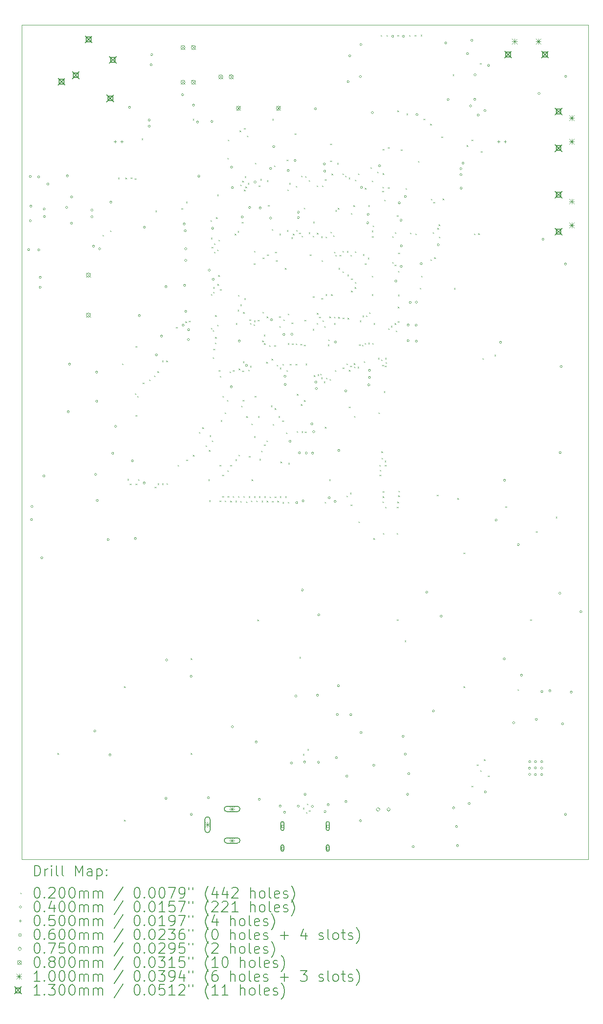
<source format=gbr>
%TF.GenerationSoftware,KiCad,Pcbnew,7.0.1*%
%TF.CreationDate,2024-01-01T11:36:50+00:00*%
%TF.ProjectId,gk,676b2e6b-6963-4616-945f-706362585858,rev?*%
%TF.SameCoordinates,Original*%
%TF.FileFunction,Drillmap*%
%TF.FilePolarity,Positive*%
%FSLAX45Y45*%
G04 Gerber Fmt 4.5, Leading zero omitted, Abs format (unit mm)*
G04 Created by KiCad (PCBNEW 7.0.1) date 2024-01-01 11:36:50*
%MOMM*%
%LPD*%
G01*
G04 APERTURE LIST*
%ADD10C,0.100000*%
%ADD11C,0.200000*%
%ADD12C,0.020000*%
%ADD13C,0.040000*%
%ADD14C,0.050000*%
%ADD15C,0.060000*%
%ADD16C,0.075000*%
%ADD17C,0.080000*%
%ADD18C,0.130000*%
G04 APERTURE END LIST*
D10*
X4445000Y-1905000D02*
X15240000Y-1905000D01*
X15240000Y-17780000D01*
X4445000Y-17780000D01*
X4445000Y-1905000D01*
D11*
D12*
X5125880Y-15763400D02*
X5145880Y-15783400D01*
X5145880Y-15763400D02*
X5125880Y-15783400D01*
X5984400Y-5903120D02*
X6004400Y-5923120D01*
X6004400Y-5903120D02*
X5984400Y-5923120D01*
X6126640Y-5816760D02*
X6146640Y-5836760D01*
X6146640Y-5816760D02*
X6126640Y-5836760D01*
X6279040Y-4816000D02*
X6299040Y-4836000D01*
X6299040Y-4816000D02*
X6279040Y-4836000D01*
X6355240Y-8351680D02*
X6375240Y-8371680D01*
X6375240Y-8351680D02*
X6355240Y-8371680D01*
X6395880Y-14493400D02*
X6415880Y-14513400D01*
X6415880Y-14493400D02*
X6395880Y-14513400D01*
X6395880Y-17033400D02*
X6415880Y-17053400D01*
X6415880Y-17033400D02*
X6395880Y-17053400D01*
X6421280Y-4816000D02*
X6441280Y-4836000D01*
X6441280Y-4816000D02*
X6421280Y-4836000D01*
X6456840Y-10546240D02*
X6476840Y-10566240D01*
X6476840Y-10546240D02*
X6456840Y-10566240D01*
X6503833Y-10636627D02*
X6523833Y-10656627D01*
X6523833Y-10636627D02*
X6503833Y-10656627D01*
X6522880Y-4810920D02*
X6542880Y-4830920D01*
X6542880Y-4810920D02*
X6522880Y-4830920D01*
X6599080Y-4826160D02*
X6619080Y-4846160D01*
X6619080Y-4826160D02*
X6599080Y-4846160D01*
X6604160Y-8915560D02*
X6624160Y-8935560D01*
X6624160Y-8915560D02*
X6604160Y-8935560D01*
X6613790Y-9332650D02*
X6633790Y-9352650D01*
X6633790Y-9332650D02*
X6613790Y-9352650D01*
X6613790Y-10637220D02*
X6633790Y-10657220D01*
X6633790Y-10637220D02*
X6613790Y-10657220D01*
X6614320Y-8021480D02*
X6634320Y-8041480D01*
X6634320Y-8021480D02*
X6614320Y-8041480D01*
X6644800Y-8966360D02*
X6664800Y-8986360D01*
X6664800Y-8966360D02*
X6644800Y-8986360D01*
X6660040Y-10551320D02*
X6680040Y-10571320D01*
X6680040Y-10551320D02*
X6660040Y-10571320D01*
X6731160Y-4069240D02*
X6751160Y-4089240D01*
X6751160Y-4069240D02*
X6731160Y-4089240D01*
X6751480Y-8712360D02*
X6771480Y-8732360D01*
X6771480Y-8712360D02*
X6751480Y-8732360D01*
X6873400Y-8656480D02*
X6893400Y-8676480D01*
X6893400Y-8656480D02*
X6873400Y-8676480D01*
X6964840Y-8580280D02*
X6984840Y-8600280D01*
X6984840Y-8580280D02*
X6964840Y-8600280D01*
X6980080Y-10693560D02*
X7000080Y-10713560D01*
X7000080Y-10693560D02*
X6980080Y-10713560D01*
X6990240Y-5440840D02*
X7010240Y-5460840D01*
X7010240Y-5440840D02*
X6990240Y-5460840D01*
X7030880Y-8499000D02*
X7050880Y-8519000D01*
X7050880Y-8499000D02*
X7030880Y-8519000D01*
X7035960Y-10632600D02*
X7055960Y-10652600D01*
X7055960Y-10632600D02*
X7035960Y-10652600D01*
X7117240Y-8295800D02*
X7137240Y-8315800D01*
X7137240Y-8295800D02*
X7117240Y-8315800D01*
X7117240Y-10632600D02*
X7137240Y-10652600D01*
X7137240Y-10632600D02*
X7117240Y-10652600D01*
X7198520Y-8295800D02*
X7218520Y-8315800D01*
X7218520Y-8295800D02*
X7198520Y-8315800D01*
X7203600Y-10627520D02*
X7223600Y-10647520D01*
X7223600Y-10627520D02*
X7203600Y-10647520D01*
X7386480Y-7655720D02*
X7406480Y-7675720D01*
X7406480Y-7655720D02*
X7386480Y-7675720D01*
X7416960Y-10282080D02*
X7436960Y-10302080D01*
X7436960Y-10282080D02*
X7416960Y-10302080D01*
X7488080Y-5395120D02*
X7508080Y-5415120D01*
X7508080Y-5395120D02*
X7488080Y-5415120D01*
X7564280Y-7549040D02*
X7584280Y-7569040D01*
X7584280Y-7549040D02*
X7564280Y-7569040D01*
X7574440Y-5273200D02*
X7594440Y-5293200D01*
X7594440Y-5273200D02*
X7574440Y-5293200D01*
X7579520Y-10180480D02*
X7599520Y-10200480D01*
X7599520Y-10180480D02*
X7579520Y-10200480D01*
X7630320Y-7538880D02*
X7650320Y-7558880D01*
X7650320Y-7538880D02*
X7630320Y-7558880D01*
X7665880Y-13960000D02*
X7685880Y-13980000D01*
X7685880Y-13960000D02*
X7665880Y-13980000D01*
X7665880Y-15763400D02*
X7685880Y-15783400D01*
X7685880Y-15763400D02*
X7665880Y-15783400D01*
X7701440Y-3698400D02*
X7721440Y-3718400D01*
X7721440Y-3698400D02*
X7701440Y-3718400D01*
X7706520Y-10089040D02*
X7726520Y-10109040D01*
X7726520Y-10089040D02*
X7706520Y-10109040D01*
X7823360Y-9652160D02*
X7843360Y-9672160D01*
X7843360Y-9652160D02*
X7823360Y-9672160D01*
X7884320Y-9565800D02*
X7904320Y-9585800D01*
X7904320Y-9565800D02*
X7884320Y-9585800D01*
X7950360Y-9906160D02*
X7970360Y-9926160D01*
X7970360Y-9906160D02*
X7950360Y-9926160D01*
X8001160Y-10556400D02*
X8021160Y-10576400D01*
X8021160Y-10556400D02*
X8001160Y-10576400D01*
X8011320Y-9997600D02*
X8031320Y-10017600D01*
X8031320Y-9997600D02*
X8011320Y-10017600D01*
X8016400Y-10952640D02*
X8036400Y-10972640D01*
X8036400Y-10952640D02*
X8016400Y-10972640D01*
X8026560Y-9718200D02*
X8046560Y-9738200D01*
X8046560Y-9718200D02*
X8026560Y-9738200D01*
X8042500Y-5622500D02*
X8062500Y-5642500D01*
X8062500Y-5622500D02*
X8042500Y-5642500D01*
X8047581Y-5958925D02*
X8067581Y-5978925D01*
X8067581Y-5958925D02*
X8047581Y-5978925D01*
X8051960Y-7030880D02*
X8071960Y-7050880D01*
X8071960Y-7030880D02*
X8051960Y-7050880D01*
X8051960Y-7670960D02*
X8071960Y-7690960D01*
X8071960Y-7670960D02*
X8051960Y-7690960D01*
X8062682Y-6129427D02*
X8082682Y-6149427D01*
X8082682Y-6129427D02*
X8062682Y-6149427D01*
X8067200Y-9814720D02*
X8087200Y-9834720D01*
X8087200Y-9814720D02*
X8067200Y-9834720D01*
X8082440Y-8229760D02*
X8102440Y-8249760D01*
X8102440Y-8229760D02*
X8082440Y-8249760D01*
X8083313Y-7716433D02*
X8103313Y-7736433D01*
X8103313Y-7716433D02*
X8083313Y-7736433D01*
X8092600Y-6898800D02*
X8112600Y-6918800D01*
X8112600Y-6898800D02*
X8092600Y-6918800D01*
X8092600Y-6985160D02*
X8112600Y-7005160D01*
X8112600Y-6985160D02*
X8092600Y-7005160D01*
X8097680Y-8072280D02*
X8117680Y-8092280D01*
X8117680Y-8072280D02*
X8097680Y-8092280D01*
X8107500Y-6222500D02*
X8127500Y-6242500D01*
X8127500Y-6222500D02*
X8107500Y-6242500D01*
X8110535Y-6066088D02*
X8130535Y-6086088D01*
X8130535Y-6066088D02*
X8110535Y-6086088D01*
X8128160Y-7950360D02*
X8148160Y-7970360D01*
X8148160Y-7950360D02*
X8128160Y-7970360D01*
X8130000Y-7430000D02*
X8150000Y-7450000D01*
X8150000Y-7430000D02*
X8130000Y-7450000D01*
X8131354Y-7845185D02*
X8151354Y-7865185D01*
X8151354Y-7845185D02*
X8131354Y-7865185D01*
X8148480Y-5567840D02*
X8168480Y-5587840D01*
X8168480Y-5567840D02*
X8148480Y-5587840D01*
X8166500Y-7613698D02*
X8186500Y-7633698D01*
X8186500Y-7613698D02*
X8166500Y-7633698D01*
X8167500Y-6182500D02*
X8187500Y-6202500D01*
X8187500Y-6182500D02*
X8167500Y-6202500D01*
X8168800Y-5136040D02*
X8188800Y-5156040D01*
X8188800Y-5136040D02*
X8168800Y-5156040D01*
X8173880Y-6837840D02*
X8193880Y-6857840D01*
X8193880Y-6837840D02*
X8173880Y-6857840D01*
X8189120Y-6670200D02*
X8209120Y-6690200D01*
X8209120Y-6670200D02*
X8189120Y-6690200D01*
X8194200Y-5994560D02*
X8214200Y-6014560D01*
X8214200Y-5994560D02*
X8194200Y-6014560D01*
X8199280Y-8478680D02*
X8219280Y-8498680D01*
X8219280Y-8478680D02*
X8199280Y-8498680D01*
X8214520Y-10282080D02*
X8234520Y-10302080D01*
X8234520Y-10282080D02*
X8214520Y-10302080D01*
X8215550Y-10957720D02*
X8235550Y-10977720D01*
X8235550Y-10957720D02*
X8215550Y-10977720D01*
X8219600Y-8585360D02*
X8239600Y-8605360D01*
X8239600Y-8585360D02*
X8219600Y-8605360D01*
X8224680Y-6934360D02*
X8244680Y-6954360D01*
X8244680Y-6934360D02*
X8224680Y-6954360D01*
X8234840Y-9428640D02*
X8254840Y-9448640D01*
X8254840Y-9428640D02*
X8234840Y-9448640D01*
X8265320Y-10464960D02*
X8285320Y-10484960D01*
X8285320Y-10464960D02*
X8265320Y-10484960D01*
X8265320Y-10871360D02*
X8285320Y-10891360D01*
X8285320Y-10871360D02*
X8265320Y-10891360D01*
X8270400Y-8966360D02*
X8290400Y-8986360D01*
X8290400Y-8966360D02*
X8270400Y-8986360D01*
X8311040Y-9281320D02*
X8331040Y-9301320D01*
X8331040Y-9281320D02*
X8311040Y-9301320D01*
X8311040Y-10957720D02*
X8331040Y-10977720D01*
X8331040Y-10957720D02*
X8311040Y-10977720D01*
X8356760Y-9042560D02*
X8376760Y-9062560D01*
X8376760Y-9042560D02*
X8356760Y-9062560D01*
X8361840Y-4440080D02*
X8381840Y-4460080D01*
X8381840Y-4440080D02*
X8361840Y-4460080D01*
X8361840Y-10383680D02*
X8381840Y-10403680D01*
X8381840Y-10383680D02*
X8361840Y-10403680D01*
X8366920Y-10871360D02*
X8386920Y-10891360D01*
X8386920Y-10871360D02*
X8366920Y-10891360D01*
X8372000Y-4089560D02*
X8392000Y-4109560D01*
X8392000Y-4089560D02*
X8372000Y-4109560D01*
X8407560Y-8504080D02*
X8427560Y-8524080D01*
X8427560Y-8504080D02*
X8407560Y-8524080D01*
X8417720Y-10282080D02*
X8437720Y-10302080D01*
X8437720Y-10282080D02*
X8417720Y-10302080D01*
X8417720Y-10962800D02*
X8437720Y-10982800D01*
X8437720Y-10962800D02*
X8417720Y-10982800D01*
X8463440Y-10871360D02*
X8483440Y-10891360D01*
X8483440Y-10871360D02*
X8463440Y-10891360D01*
X8468520Y-8478680D02*
X8488520Y-8498680D01*
X8488520Y-8478680D02*
X8468520Y-8498680D01*
X8504080Y-5882800D02*
X8524080Y-5902800D01*
X8524080Y-5882800D02*
X8504080Y-5902800D01*
X8514240Y-10175400D02*
X8534240Y-10195400D01*
X8534240Y-10175400D02*
X8514240Y-10195400D01*
X8514240Y-10962800D02*
X8534240Y-10982800D01*
X8534240Y-10962800D02*
X8514240Y-10982800D01*
X8524400Y-7584600D02*
X8544400Y-7604600D01*
X8544400Y-7584600D02*
X8524400Y-7604600D01*
X8559960Y-5832000D02*
X8579960Y-5852000D01*
X8579960Y-5832000D02*
X8559960Y-5852000D01*
X8560000Y-7330000D02*
X8580000Y-7350000D01*
X8580000Y-7330000D02*
X8560000Y-7350000D01*
X8565040Y-10871360D02*
X8585040Y-10891360D01*
X8585040Y-10871360D02*
X8565040Y-10891360D01*
X8567500Y-7047500D02*
X8587500Y-7067500D01*
X8587500Y-7047500D02*
X8567500Y-7067500D01*
X8575200Y-10083960D02*
X8595200Y-10103960D01*
X8595200Y-10083960D02*
X8575200Y-10103960D01*
X8580280Y-8448200D02*
X8600280Y-8468200D01*
X8600280Y-8448200D02*
X8580280Y-8468200D01*
X8595520Y-3916840D02*
X8615520Y-3936840D01*
X8615520Y-3916840D02*
X8595520Y-3936840D01*
X8610000Y-7227500D02*
X8630000Y-7247500D01*
X8630000Y-7227500D02*
X8610000Y-7247500D01*
X8610760Y-10967880D02*
X8630760Y-10987880D01*
X8630760Y-10967880D02*
X8610760Y-10987880D01*
X8611490Y-4947500D02*
X8631490Y-4967500D01*
X8631490Y-4947500D02*
X8611490Y-4967500D01*
X8626000Y-9154320D02*
X8646000Y-9174320D01*
X8646000Y-9154320D02*
X8626000Y-9174320D01*
X8637500Y-5655000D02*
X8657500Y-5675000D01*
X8657500Y-5655000D02*
X8637500Y-5675000D01*
X8646320Y-8483760D02*
X8666320Y-8503760D01*
X8666320Y-8483760D02*
X8646320Y-8503760D01*
X8647500Y-4872500D02*
X8667500Y-4892500D01*
X8667500Y-4872500D02*
X8647500Y-4892500D01*
X8656480Y-9042560D02*
X8676480Y-9062560D01*
X8676480Y-9042560D02*
X8656480Y-9062560D01*
X8661560Y-8311040D02*
X8681560Y-8331040D01*
X8681560Y-8311040D02*
X8661560Y-8331040D01*
X8665000Y-7372500D02*
X8685000Y-7392500D01*
X8685000Y-7372500D02*
X8665000Y-7392500D01*
X8666640Y-10871360D02*
X8686640Y-10891360D01*
X8686640Y-10871360D02*
X8666640Y-10891360D01*
X8681880Y-3871120D02*
X8701880Y-3891120D01*
X8701880Y-3871120D02*
X8681880Y-3891120D01*
X8681880Y-5044600D02*
X8701880Y-5064600D01*
X8701880Y-5044600D02*
X8681880Y-5064600D01*
X8682500Y-7110000D02*
X8702500Y-7130000D01*
X8702500Y-7110000D02*
X8682500Y-7130000D01*
X8695000Y-4789070D02*
X8715000Y-4809070D01*
X8715000Y-4789070D02*
X8695000Y-4809070D01*
X8707280Y-4983640D02*
X8727280Y-5003640D01*
X8727280Y-4983640D02*
X8707280Y-5003640D01*
X8717440Y-10972960D02*
X8737440Y-10992960D01*
X8737440Y-10972960D02*
X8717440Y-10992960D01*
X8722520Y-9352440D02*
X8742520Y-9372440D01*
X8742520Y-9352440D02*
X8722520Y-9372440D01*
X8737760Y-4013360D02*
X8757760Y-4033360D01*
X8757760Y-4013360D02*
X8737760Y-4033360D01*
X8753000Y-4917600D02*
X8773000Y-4937600D01*
X8773000Y-4917600D02*
X8753000Y-4937600D01*
X8763160Y-8468520D02*
X8783160Y-8488520D01*
X8783160Y-8468520D02*
X8763160Y-8488520D01*
X8768240Y-10876440D02*
X8788240Y-10896440D01*
X8788240Y-10876440D02*
X8768240Y-10896440D01*
X8773320Y-10109360D02*
X8793320Y-10129360D01*
X8793320Y-10109360D02*
X8773320Y-10129360D01*
X8782500Y-7510000D02*
X8802500Y-7530000D01*
X8802500Y-7510000D02*
X8782500Y-7530000D01*
X8793640Y-7579520D02*
X8813640Y-7599520D01*
X8813640Y-7579520D02*
X8793640Y-7599520D01*
X8793640Y-8397400D02*
X8813640Y-8417400D01*
X8813640Y-8397400D02*
X8793640Y-8417400D01*
X8813960Y-10957720D02*
X8833960Y-10977720D01*
X8833960Y-10957720D02*
X8813960Y-10977720D01*
X8819040Y-9494680D02*
X8839040Y-9514680D01*
X8839040Y-9494680D02*
X8819040Y-9514680D01*
X8824120Y-10556400D02*
X8844120Y-10576400D01*
X8844120Y-10556400D02*
X8824120Y-10576400D01*
X8864760Y-7604920D02*
X8884760Y-7624920D01*
X8884760Y-7604920D02*
X8864760Y-7624920D01*
X8867500Y-6445000D02*
X8887500Y-6465000D01*
X8887500Y-6445000D02*
X8867500Y-6465000D01*
X8869840Y-9733440D02*
X8889840Y-9753440D01*
X8889840Y-9733440D02*
X8869840Y-9753440D01*
X8869840Y-10876440D02*
X8889840Y-10896440D01*
X8889840Y-10876440D02*
X8869840Y-10896440D01*
X8872500Y-6205000D02*
X8892500Y-6225000D01*
X8892500Y-6205000D02*
X8872500Y-6225000D01*
X8872500Y-7533800D02*
X8892500Y-7553800D01*
X8892500Y-7533800D02*
X8872500Y-7553800D01*
X8885080Y-8966360D02*
X8905080Y-8986360D01*
X8905080Y-8966360D02*
X8885080Y-8986360D01*
X8890160Y-4531520D02*
X8910160Y-4551520D01*
X8910160Y-4531520D02*
X8890160Y-4551520D01*
X8915560Y-10957720D02*
X8935560Y-10977720D01*
X8935560Y-10957720D02*
X8915560Y-10977720D01*
X8935880Y-13223400D02*
X8955880Y-13243400D01*
X8955880Y-13223400D02*
X8935880Y-13243400D01*
X8942500Y-7520000D02*
X8962500Y-7540000D01*
X8962500Y-7520000D02*
X8942500Y-7540000D01*
X8946040Y-9352440D02*
X8966040Y-9372440D01*
X8966040Y-9352440D02*
X8946040Y-9372440D01*
X8960000Y-4965000D02*
X8980000Y-4985000D01*
X8980000Y-4965000D02*
X8960000Y-4985000D01*
X8966360Y-10876440D02*
X8986360Y-10896440D01*
X8986360Y-10876440D02*
X8966360Y-10896440D01*
X8971440Y-10165240D02*
X8991440Y-10185240D01*
X8991440Y-10165240D02*
X8971440Y-10185240D01*
X8991760Y-4841400D02*
X9011760Y-4861400D01*
X9011760Y-4841400D02*
X8991760Y-4861400D01*
X9007000Y-10007760D02*
X9027000Y-10027760D01*
X9027000Y-10007760D02*
X9007000Y-10027760D01*
X9017160Y-10962800D02*
X9037160Y-10982800D01*
X9037160Y-10962800D02*
X9017160Y-10982800D01*
X9027320Y-7914800D02*
X9047320Y-7934800D01*
X9047320Y-7914800D02*
X9027320Y-7934800D01*
X9032500Y-7366160D02*
X9052500Y-7386160D01*
X9052500Y-7366160D02*
X9032500Y-7386160D01*
X9035000Y-6332500D02*
X9055000Y-6352500D01*
X9055000Y-6332500D02*
X9035000Y-6352500D01*
X9057800Y-7803040D02*
X9077800Y-7823040D01*
X9077800Y-7803040D02*
X9057800Y-7823040D01*
X9062880Y-7965600D02*
X9082880Y-7985600D01*
X9082880Y-7965600D02*
X9062880Y-7985600D01*
X9062880Y-9890920D02*
X9082880Y-9910920D01*
X9082880Y-9890920D02*
X9062880Y-9910920D01*
X9067960Y-10876440D02*
X9087960Y-10896440D01*
X9087960Y-10876440D02*
X9067960Y-10896440D01*
X9103520Y-8321200D02*
X9123520Y-8341200D01*
X9123520Y-8321200D02*
X9103520Y-8341200D01*
X9108600Y-9814720D02*
X9128600Y-9834720D01*
X9128600Y-9814720D02*
X9108600Y-9834720D01*
X9112500Y-7455000D02*
X9132500Y-7475000D01*
X9132500Y-7455000D02*
X9112500Y-7475000D01*
X9113680Y-10962800D02*
X9133680Y-10982800D01*
X9133680Y-10962800D02*
X9113680Y-10982800D01*
X9117500Y-4865000D02*
X9137500Y-4885000D01*
X9137500Y-4865000D02*
X9117500Y-4885000D01*
X9120000Y-6277500D02*
X9140000Y-6297500D01*
X9140000Y-6277500D02*
X9120000Y-6297500D01*
X9139080Y-5334160D02*
X9159080Y-5354160D01*
X9159080Y-5334160D02*
X9139080Y-5354160D01*
X9159400Y-8001160D02*
X9179400Y-8021160D01*
X9179400Y-8001160D02*
X9159400Y-8021160D01*
X9169560Y-10881520D02*
X9189560Y-10901520D01*
X9189560Y-10881520D02*
X9169560Y-10901520D01*
X9194960Y-9149240D02*
X9214960Y-9169240D01*
X9214960Y-9149240D02*
X9194960Y-9169240D01*
X9205120Y-8260240D02*
X9225120Y-8280240D01*
X9225120Y-8260240D02*
X9205120Y-8280240D01*
X9210000Y-5795000D02*
X9230000Y-5815000D01*
X9230000Y-5795000D02*
X9210000Y-5815000D01*
X9215280Y-10967880D02*
X9235280Y-10987880D01*
X9235280Y-10967880D02*
X9215280Y-10987880D01*
X9220360Y-3698400D02*
X9240360Y-3718400D01*
X9240360Y-3698400D02*
X9220360Y-3718400D01*
X9225440Y-9499760D02*
X9245440Y-9519760D01*
X9245440Y-9499760D02*
X9225440Y-9519760D01*
X9250840Y-4582320D02*
X9270840Y-4602320D01*
X9270840Y-4582320D02*
X9250840Y-4602320D01*
X9257500Y-8001160D02*
X9277500Y-8021160D01*
X9277500Y-8001160D02*
X9257500Y-8021160D01*
X9266080Y-9200040D02*
X9286080Y-9220040D01*
X9286080Y-9200040D02*
X9266080Y-9220040D01*
X9266080Y-10881520D02*
X9286080Y-10901520D01*
X9286080Y-10881520D02*
X9266080Y-10901520D01*
X9272500Y-6225000D02*
X9292500Y-6245000D01*
X9292500Y-6225000D02*
X9272500Y-6245000D01*
X9290000Y-6387500D02*
X9310000Y-6407500D01*
X9310000Y-6387500D02*
X9290000Y-6407500D01*
X9302500Y-8377500D02*
X9322500Y-8397500D01*
X9322500Y-8377500D02*
X9302500Y-8397500D01*
X9316880Y-10962800D02*
X9336880Y-10982800D01*
X9336880Y-10962800D02*
X9316880Y-10982800D01*
X9337200Y-9352440D02*
X9357200Y-9372440D01*
X9357200Y-9352440D02*
X9337200Y-9372440D01*
X9350000Y-7452500D02*
X9370000Y-7472500D01*
X9370000Y-7452500D02*
X9350000Y-7472500D01*
X9352500Y-5880000D02*
X9372500Y-5900000D01*
X9372500Y-5880000D02*
X9352500Y-5900000D01*
X9355000Y-7640000D02*
X9375000Y-7660000D01*
X9375000Y-7640000D02*
X9355000Y-7660000D01*
X9362500Y-8430000D02*
X9382500Y-8450000D01*
X9382500Y-8430000D02*
X9362500Y-8450000D01*
X9362600Y-10876440D02*
X9382600Y-10896440D01*
X9382600Y-10876440D02*
X9362600Y-10896440D01*
X9374330Y-10216040D02*
X9394330Y-10236040D01*
X9394330Y-10216040D02*
X9374330Y-10236040D01*
X9408320Y-9433720D02*
X9428320Y-9453720D01*
X9428320Y-9433720D02*
X9408320Y-9453720D01*
X9412500Y-8357500D02*
X9432500Y-8377500D01*
X9432500Y-8357500D02*
X9412500Y-8377500D01*
X9413400Y-10988200D02*
X9433400Y-11008200D01*
X9433400Y-10988200D02*
X9413400Y-11008200D01*
X9430000Y-7510000D02*
X9450000Y-7530000D01*
X9450000Y-7510000D02*
X9430000Y-7530000D01*
X9460000Y-6532500D02*
X9480000Y-6552500D01*
X9480000Y-6532500D02*
X9460000Y-6552500D01*
X9464200Y-10876440D02*
X9484200Y-10896440D01*
X9484200Y-10876440D02*
X9464200Y-10896440D01*
X9479440Y-9662320D02*
X9499440Y-9682320D01*
X9499440Y-9662320D02*
X9479440Y-9682320D01*
X9490000Y-8477500D02*
X9510000Y-8497500D01*
X9510000Y-8477500D02*
X9490000Y-8497500D01*
X9494680Y-4470560D02*
X9514680Y-4490560D01*
X9514680Y-4470560D02*
X9494680Y-4490560D01*
X9500000Y-5815000D02*
X9520000Y-5835000D01*
X9520000Y-5815000D02*
X9500000Y-5835000D01*
X9504840Y-5039520D02*
X9524840Y-5059520D01*
X9524840Y-5039520D02*
X9504840Y-5059520D01*
X9512500Y-7965000D02*
X9532500Y-7985000D01*
X9532500Y-7965000D02*
X9512500Y-7985000D01*
X9515000Y-7402500D02*
X9535000Y-7422500D01*
X9535000Y-7402500D02*
X9515000Y-7422500D01*
X9515000Y-10983120D02*
X9535000Y-11003120D01*
X9535000Y-10983120D02*
X9515000Y-11003120D01*
X9525160Y-10241440D02*
X9545160Y-10261440D01*
X9545160Y-10241440D02*
X9525160Y-10261440D01*
X9542500Y-4917500D02*
X9562500Y-4937500D01*
X9562500Y-4917500D02*
X9542500Y-4937500D01*
X9552848Y-8360549D02*
X9572848Y-8380549D01*
X9572848Y-8360549D02*
X9552848Y-8380549D01*
X9585000Y-5950000D02*
X9605000Y-5970000D01*
X9605000Y-5950000D02*
X9585000Y-5970000D01*
X9587500Y-7572500D02*
X9607500Y-7592500D01*
X9607500Y-7572500D02*
X9587500Y-7592500D01*
X9596280Y-7970680D02*
X9616280Y-7990680D01*
X9616280Y-7970680D02*
X9596280Y-7990680D01*
X9612500Y-5882500D02*
X9632500Y-5902500D01*
X9632500Y-5882500D02*
X9612500Y-5902500D01*
X9647080Y-3972720D02*
X9667080Y-3992720D01*
X9667080Y-3972720D02*
X9647080Y-3992720D01*
X9662500Y-8357500D02*
X9682500Y-8377500D01*
X9682500Y-8357500D02*
X9662500Y-8377500D01*
X9665000Y-4972500D02*
X9685000Y-4992500D01*
X9685000Y-4972500D02*
X9665000Y-4992500D01*
X9667400Y-7970680D02*
X9687400Y-7990680D01*
X9687400Y-7970680D02*
X9667400Y-7990680D01*
X9675405Y-5809930D02*
X9695405Y-5829930D01*
X9695405Y-5809930D02*
X9675405Y-5829930D01*
X9682640Y-9636920D02*
X9702640Y-9656920D01*
X9702640Y-9636920D02*
X9682640Y-9656920D01*
X9687720Y-8930800D02*
X9707720Y-8950800D01*
X9707720Y-8930800D02*
X9687720Y-8950800D01*
X9730000Y-5860000D02*
X9750000Y-5880000D01*
X9750000Y-5860000D02*
X9730000Y-5880000D01*
X9733440Y-13934600D02*
X9753440Y-13954600D01*
X9753440Y-13934600D02*
X9733440Y-13954600D01*
X9757500Y-7975000D02*
X9777500Y-7995000D01*
X9777500Y-7975000D02*
X9757500Y-7995000D01*
X9763920Y-9123840D02*
X9783920Y-9143840D01*
X9783920Y-9123840D02*
X9763920Y-9143840D01*
X9767500Y-4777500D02*
X9787500Y-4797500D01*
X9787500Y-4777500D02*
X9767500Y-4797500D01*
X9777500Y-5920000D02*
X9797500Y-5940000D01*
X9797500Y-5920000D02*
X9777500Y-5940000D01*
X9779160Y-9642000D02*
X9799160Y-9662000D01*
X9799160Y-9642000D02*
X9779160Y-9662000D01*
X9801997Y-15777500D02*
X9821997Y-15797500D01*
X9821997Y-15777500D02*
X9801997Y-15797500D01*
X9805000Y-16802500D02*
X9825000Y-16822500D01*
X9825000Y-16802500D02*
X9805000Y-16822500D01*
X9817500Y-5387500D02*
X9837500Y-5407500D01*
X9837500Y-5387500D02*
X9817500Y-5407500D01*
X9824880Y-7996080D02*
X9844880Y-8016080D01*
X9844880Y-7996080D02*
X9824880Y-8016080D01*
X9824880Y-9047640D02*
X9844880Y-9067640D01*
X9844880Y-9047640D02*
X9824880Y-9067640D01*
X9832500Y-7520000D02*
X9852500Y-7540000D01*
X9852500Y-7520000D02*
X9832500Y-7540000D01*
X9840120Y-9647080D02*
X9860120Y-9667080D01*
X9860120Y-9647080D02*
X9840120Y-9667080D01*
X9842500Y-4787500D02*
X9862500Y-4807500D01*
X9862500Y-4787500D02*
X9842500Y-4807500D01*
X9852500Y-8355000D02*
X9872500Y-8375000D01*
X9872500Y-8355000D02*
X9852500Y-8375000D01*
X9860000Y-16885000D02*
X9880000Y-16905000D01*
X9880000Y-16885000D02*
X9860000Y-16905000D01*
X9877500Y-16725000D02*
X9897500Y-16745000D01*
X9897500Y-16725000D02*
X9877500Y-16745000D01*
X9887500Y-15685000D02*
X9907500Y-15705000D01*
X9907500Y-15685000D02*
X9887500Y-15705000D01*
X9910000Y-4860000D02*
X9930000Y-4880000D01*
X9930000Y-4860000D02*
X9910000Y-4880000D01*
X9910000Y-5857500D02*
X9930000Y-5877500D01*
X9930000Y-5857500D02*
X9910000Y-5877500D01*
X9917500Y-16850000D02*
X9937500Y-16870000D01*
X9937500Y-16850000D02*
X9917500Y-16870000D01*
X9932500Y-6277500D02*
X9952500Y-6297500D01*
X9952500Y-6277500D02*
X9932500Y-6297500D01*
X9990000Y-5920000D02*
X10010000Y-5940000D01*
X10010000Y-5920000D02*
X9990000Y-5940000D01*
X9990000Y-7692500D02*
X10010000Y-7712500D01*
X10010000Y-7692500D02*
X9990000Y-7712500D01*
X9992744Y-7072274D02*
X10012744Y-7092274D01*
X10012744Y-7072274D02*
X9992744Y-7092274D01*
X9997500Y-5652500D02*
X10017500Y-5672500D01*
X10017500Y-5652500D02*
X9997500Y-5672500D01*
X10010000Y-8572500D02*
X10030000Y-8592500D01*
X10030000Y-8572500D02*
X10010000Y-8592500D01*
X10062500Y-7580000D02*
X10082500Y-7600000D01*
X10082500Y-7580000D02*
X10062500Y-7600000D01*
X10067500Y-4962570D02*
X10087500Y-4982570D01*
X10087500Y-4962570D02*
X10067500Y-4982570D01*
X10070000Y-5865000D02*
X10090000Y-5885000D01*
X10090000Y-5865000D02*
X10070000Y-5885000D01*
X10070000Y-7387500D02*
X10090000Y-7407500D01*
X10090000Y-7387500D02*
X10070000Y-7407500D01*
X10079965Y-8557510D02*
X10099965Y-8577510D01*
X10099965Y-8557510D02*
X10079965Y-8577510D01*
X10112500Y-7460000D02*
X10132500Y-7480000D01*
X10132500Y-7460000D02*
X10112500Y-7480000D01*
X10131740Y-8542345D02*
X10151740Y-8562345D01*
X10151740Y-8542345D02*
X10131740Y-8562345D01*
X10150000Y-5932500D02*
X10170000Y-5952500D01*
X10170000Y-5932500D02*
X10150000Y-5952500D01*
X10150000Y-8615000D02*
X10170000Y-8635000D01*
X10170000Y-8615000D02*
X10150000Y-8635000D01*
X10155000Y-7102500D02*
X10175000Y-7122500D01*
X10175000Y-7102500D02*
X10155000Y-7122500D01*
X10157500Y-6385000D02*
X10177500Y-6405000D01*
X10177500Y-6385000D02*
X10157500Y-6405000D01*
X10165000Y-4965000D02*
X10185000Y-4985000D01*
X10185000Y-4965000D02*
X10165000Y-4985000D01*
X10172500Y-7530000D02*
X10192500Y-7550000D01*
X10192500Y-7530000D02*
X10172500Y-7550000D01*
X10200000Y-8692500D02*
X10220000Y-8712500D01*
X10220000Y-8692500D02*
X10200000Y-8712500D01*
X10207500Y-7640000D02*
X10227500Y-7660000D01*
X10227500Y-7640000D02*
X10207500Y-7660000D01*
X10216040Y-10983120D02*
X10236040Y-11003120D01*
X10236040Y-10983120D02*
X10216040Y-11003120D01*
X10221120Y-9555640D02*
X10241120Y-9575640D01*
X10241120Y-9555640D02*
X10221120Y-9575640D01*
X10222500Y-4845000D02*
X10242500Y-4865000D01*
X10242500Y-4845000D02*
X10222500Y-4865000D01*
X10235000Y-5935000D02*
X10255000Y-5955000D01*
X10255000Y-5935000D02*
X10235000Y-5955000D01*
X10235000Y-7032500D02*
X10255000Y-7052500D01*
X10255000Y-7032500D02*
X10235000Y-7052500D01*
X10240556Y-8618845D02*
X10260556Y-8638845D01*
X10260556Y-8618845D02*
X10240556Y-8638845D01*
X10277000Y-7991000D02*
X10297000Y-8011000D01*
X10297000Y-7991000D02*
X10277000Y-8011000D01*
X10287500Y-7890000D02*
X10307500Y-7910000D01*
X10307500Y-7890000D02*
X10287500Y-7910000D01*
X10302400Y-10556400D02*
X10322400Y-10576400D01*
X10322400Y-10556400D02*
X10302400Y-10576400D01*
X10307500Y-7455000D02*
X10327500Y-7475000D01*
X10327500Y-7455000D02*
X10307500Y-7475000D01*
X10312560Y-8646320D02*
X10332560Y-8666320D01*
X10332560Y-8646320D02*
X10312560Y-8666320D01*
X10322720Y-4165760D02*
X10342720Y-4185760D01*
X10342720Y-4165760D02*
X10322720Y-4185760D01*
X10322720Y-4490880D02*
X10342720Y-4510880D01*
X10342720Y-4490880D02*
X10322720Y-4510880D01*
X10327500Y-5842500D02*
X10347500Y-5862500D01*
X10347500Y-5842500D02*
X10327500Y-5862500D01*
X10340000Y-7032500D02*
X10360000Y-7052500D01*
X10360000Y-7032500D02*
X10340000Y-7052500D01*
X10348120Y-4739800D02*
X10368120Y-4759800D01*
X10368120Y-4739800D02*
X10348120Y-4759800D01*
X10377500Y-5910000D02*
X10397500Y-5930000D01*
X10397500Y-5910000D02*
X10377500Y-5930000D01*
X10393840Y-7584600D02*
X10413840Y-7604600D01*
X10413840Y-7584600D02*
X10393840Y-7604600D01*
X10395000Y-6222500D02*
X10415000Y-6242500D01*
X10415000Y-6222500D02*
X10395000Y-6242500D01*
X10395000Y-7460000D02*
X10415000Y-7480000D01*
X10415000Y-7460000D02*
X10395000Y-7480000D01*
X10412500Y-8477570D02*
X10432500Y-8497570D01*
X10432500Y-8477570D02*
X10412500Y-8497570D01*
X10420000Y-6285000D02*
X10440000Y-6305000D01*
X10440000Y-6285000D02*
X10420000Y-6305000D01*
X10422500Y-5432500D02*
X10442500Y-5452500D01*
X10442500Y-5432500D02*
X10422500Y-5452500D01*
X10454800Y-4536600D02*
X10474800Y-4556600D01*
X10474800Y-4536600D02*
X10454800Y-4556600D01*
X10467500Y-5390000D02*
X10487500Y-5410000D01*
X10487500Y-5390000D02*
X10467500Y-5410000D01*
X10475000Y-7465000D02*
X10495000Y-7485000D01*
X10495000Y-7465000D02*
X10475000Y-7485000D01*
X10482500Y-6532500D02*
X10502500Y-6552500D01*
X10502500Y-6532500D02*
X10482500Y-6552500D01*
X10502500Y-6285000D02*
X10522500Y-6305000D01*
X10522500Y-6285000D02*
X10502500Y-6305000D01*
X10555000Y-6207500D02*
X10575000Y-6227500D01*
X10575000Y-6207500D02*
X10555000Y-6227500D01*
X10556400Y-4734720D02*
X10576400Y-4754720D01*
X10576400Y-4734720D02*
X10556400Y-4754720D01*
X10557500Y-6595000D02*
X10577500Y-6615000D01*
X10577500Y-6595000D02*
X10557500Y-6615000D01*
X10560000Y-7477500D02*
X10580000Y-7497500D01*
X10580000Y-7477500D02*
X10560000Y-7497500D01*
X10560000Y-8427500D02*
X10580000Y-8447500D01*
X10580000Y-8427500D02*
X10560000Y-8447500D01*
X10607200Y-4775360D02*
X10627200Y-4795360D01*
X10627200Y-4775360D02*
X10607200Y-4795360D01*
X10632500Y-8350000D02*
X10652500Y-8370000D01*
X10652500Y-8350000D02*
X10632500Y-8370000D01*
X10632600Y-10866280D02*
X10652600Y-10886280D01*
X10652600Y-10866280D02*
X10632600Y-10886280D01*
X10640000Y-6212500D02*
X10660000Y-6232500D01*
X10660000Y-6212500D02*
X10640000Y-6232500D01*
X10647500Y-6660000D02*
X10667500Y-6680000D01*
X10667500Y-6660000D02*
X10647500Y-6680000D01*
X10655000Y-7482500D02*
X10675000Y-7502500D01*
X10675000Y-7482500D02*
X10655000Y-7502500D01*
X10673240Y-4816000D02*
X10693240Y-4836000D01*
X10693240Y-4816000D02*
X10673240Y-4836000D01*
X10678320Y-8473600D02*
X10698320Y-8493600D01*
X10698320Y-8473600D02*
X10678320Y-8493600D01*
X10678320Y-9169560D02*
X10698320Y-9189560D01*
X10698320Y-9169560D02*
X10678320Y-9189560D01*
X10698640Y-10810400D02*
X10718640Y-10830400D01*
X10718640Y-10810400D02*
X10698640Y-10830400D01*
X10705000Y-8392500D02*
X10725000Y-8412500D01*
X10725000Y-8392500D02*
X10705000Y-8412500D01*
X10707500Y-6282500D02*
X10727500Y-6302500D01*
X10727500Y-6282500D02*
X10707500Y-6302500D01*
X10713880Y-11033920D02*
X10733880Y-11053920D01*
X10733880Y-11033920D02*
X10713880Y-11053920D01*
X10718960Y-5486560D02*
X10738960Y-5506560D01*
X10738960Y-5486560D02*
X10718960Y-5506560D01*
X10720000Y-6732500D02*
X10740000Y-6752500D01*
X10740000Y-6732500D02*
X10720000Y-6752500D01*
X10720000Y-6965000D02*
X10740000Y-6985000D01*
X10740000Y-6965000D02*
X10720000Y-6985000D01*
X10764680Y-5339240D02*
X10784680Y-5359240D01*
X10784680Y-5339240D02*
X10764680Y-5359240D01*
X10772500Y-8345000D02*
X10792500Y-8365000D01*
X10792500Y-8345000D02*
X10772500Y-8365000D01*
X10774840Y-8407560D02*
X10794840Y-8427560D01*
X10794840Y-8407560D02*
X10774840Y-8427560D01*
X10774840Y-9347360D02*
X10794840Y-9367360D01*
X10794840Y-9347360D02*
X10774840Y-9367360D01*
X10787500Y-6897500D02*
X10807500Y-6917500D01*
X10807500Y-6897500D02*
X10787500Y-6917500D01*
X10792500Y-6797500D02*
X10812500Y-6817500D01*
X10812500Y-6797500D02*
X10792500Y-6817500D01*
X10795000Y-4855000D02*
X10815000Y-4875000D01*
X10815000Y-4855000D02*
X10795000Y-4875000D01*
X10795000Y-6217500D02*
X10815000Y-6237500D01*
X10815000Y-6217500D02*
X10795000Y-6237500D01*
X10842724Y-8414173D02*
X10862724Y-8434173D01*
X10862724Y-8414173D02*
X10842724Y-8434173D01*
X10851040Y-4734720D02*
X10871040Y-4754720D01*
X10871040Y-4734720D02*
X10851040Y-4754720D01*
X10858660Y-11356500D02*
X10878660Y-11376500D01*
X10878660Y-11356500D02*
X10858660Y-11376500D01*
X10874560Y-7983140D02*
X10894560Y-8003140D01*
X10894560Y-7983140D02*
X10874560Y-8003140D01*
X10887500Y-7532500D02*
X10907500Y-7552500D01*
X10907500Y-7532500D02*
X10887500Y-7552500D01*
X10927342Y-7994310D02*
X10947342Y-8014310D01*
X10947342Y-7994310D02*
X10927342Y-8014310D01*
X10935000Y-7440000D02*
X10955000Y-7460000D01*
X10955000Y-7440000D02*
X10935000Y-7460000D01*
X10945000Y-6270000D02*
X10965000Y-6290000D01*
X10965000Y-6270000D02*
X10945000Y-6290000D01*
X10962603Y-8305976D02*
X10982603Y-8325976D01*
X10982603Y-8305976D02*
X10962603Y-8325976D01*
X10978485Y-7958950D02*
X10998485Y-7978950D01*
X10998485Y-7958950D02*
X10978485Y-7978950D01*
X10985000Y-6445000D02*
X11005000Y-6465000D01*
X11005000Y-6445000D02*
X10985000Y-6465000D01*
X10985210Y-5010720D02*
X11005210Y-5030720D01*
X11005210Y-5010720D02*
X10985210Y-5030720D01*
X11005000Y-7435000D02*
X11025000Y-7455000D01*
X11025000Y-7435000D02*
X11005000Y-7455000D01*
X11037500Y-6337500D02*
X11057500Y-6357500D01*
X11057500Y-6337500D02*
X11037500Y-6357500D01*
X11049160Y-5339240D02*
X11069160Y-5359240D01*
X11069160Y-5339240D02*
X11049160Y-5359240D01*
X11049160Y-7955440D02*
X11069160Y-7975440D01*
X11069160Y-7955440D02*
X11049160Y-7975440D01*
X11062500Y-7375000D02*
X11082500Y-7395000D01*
X11082500Y-7375000D02*
X11062500Y-7395000D01*
X11089800Y-4617880D02*
X11109800Y-4637880D01*
X11109800Y-4617880D02*
X11089800Y-4637880D01*
X11112500Y-4867500D02*
X11132500Y-4887500D01*
X11132500Y-4867500D02*
X11112500Y-4887500D01*
X11112500Y-6682500D02*
X11132500Y-6702500D01*
X11132500Y-6682500D02*
X11112500Y-6702500D01*
X11115000Y-7032500D02*
X11135000Y-7052500D01*
X11135000Y-7032500D02*
X11115000Y-7052500D01*
X11115200Y-5821840D02*
X11135200Y-5841840D01*
X11135200Y-5821840D02*
X11115200Y-5841840D01*
X11120280Y-5928520D02*
X11140280Y-5948520D01*
X11140280Y-5928520D02*
X11120280Y-5948520D01*
X11125360Y-7960520D02*
X11145360Y-7980520D01*
X11145360Y-7960520D02*
X11125360Y-7980520D01*
X11130440Y-5725320D02*
X11150440Y-5745320D01*
X11150440Y-5725320D02*
X11130440Y-5745320D01*
X11145680Y-11674000D02*
X11165680Y-11694000D01*
X11165680Y-11674000D02*
X11145680Y-11694000D01*
X11150760Y-7584600D02*
X11170760Y-7604600D01*
X11170760Y-7584600D02*
X11150760Y-7604600D01*
X11216800Y-4699160D02*
X11236800Y-4719160D01*
X11236800Y-4699160D02*
X11216800Y-4719160D01*
X11232040Y-8245000D02*
X11252040Y-8265000D01*
X11252040Y-8245000D02*
X11232040Y-8265000D01*
X11242200Y-9281320D02*
X11262200Y-9301320D01*
X11262200Y-9281320D02*
X11242200Y-9301320D01*
X11257440Y-10282080D02*
X11277440Y-10302080D01*
X11277440Y-10282080D02*
X11257440Y-10302080D01*
X11262520Y-10464960D02*
X11282520Y-10484960D01*
X11282520Y-10464960D02*
X11262520Y-10484960D01*
X11267600Y-10373520D02*
X11287600Y-10393520D01*
X11287600Y-10373520D02*
X11267600Y-10393520D01*
X11282840Y-2103280D02*
X11302840Y-2123280D01*
X11302840Y-2103280D02*
X11282840Y-2123280D01*
X11293000Y-8275480D02*
X11313000Y-8295480D01*
X11313000Y-8275480D02*
X11293000Y-8295480D01*
X11298080Y-10023000D02*
X11318080Y-10043000D01*
X11318080Y-10023000D02*
X11298080Y-10043000D01*
X11303160Y-10144920D02*
X11323160Y-10164920D01*
X11323160Y-10144920D02*
X11303160Y-10164920D01*
X11313320Y-5064920D02*
X11333320Y-5084920D01*
X11333320Y-5064920D02*
X11313320Y-5084920D01*
X11313320Y-8377080D02*
X11333320Y-8397080D01*
X11333320Y-8377080D02*
X11313320Y-8397080D01*
X11318400Y-4988720D02*
X11338400Y-5008720D01*
X11338400Y-4988720D02*
X11318400Y-5008720D01*
X11318400Y-10972960D02*
X11338400Y-10992960D01*
X11338400Y-10972960D02*
X11318400Y-10992960D01*
X11323480Y-4267360D02*
X11343480Y-4287360D01*
X11343480Y-4267360D02*
X11323480Y-4287360D01*
X11323480Y-4729640D02*
X11343480Y-4749640D01*
X11343480Y-4729640D02*
X11323480Y-4749640D01*
X11323480Y-10779920D02*
X11343480Y-10799920D01*
X11343480Y-10779920D02*
X11323480Y-10799920D01*
X11323480Y-10876440D02*
X11343480Y-10896440D01*
X11343480Y-10876440D02*
X11323480Y-10896440D01*
X11328560Y-11577480D02*
X11348560Y-11597480D01*
X11348560Y-11577480D02*
X11328560Y-11597480D01*
X11343800Y-8880000D02*
X11363800Y-8900000D01*
X11363800Y-8880000D02*
X11343800Y-8900000D01*
X11353960Y-5232560D02*
X11373960Y-5252560D01*
X11373960Y-5232560D02*
X11353960Y-5252560D01*
X11359040Y-10200800D02*
X11379040Y-10220800D01*
X11379040Y-10200800D02*
X11359040Y-10220800D01*
X11364120Y-10282080D02*
X11384120Y-10302080D01*
X11384120Y-10282080D02*
X11364120Y-10302080D01*
X11364804Y-8393206D02*
X11384804Y-8413206D01*
X11384804Y-8393206D02*
X11364804Y-8413206D01*
X11369200Y-8245000D02*
X11389200Y-8265000D01*
X11389200Y-8245000D02*
X11369200Y-8265000D01*
X11369200Y-11074560D02*
X11389200Y-11094560D01*
X11389200Y-11074560D02*
X11369200Y-11094560D01*
X11376193Y-8324367D02*
X11396193Y-8344367D01*
X11396193Y-8324367D02*
X11376193Y-8344367D01*
X11394600Y-2103280D02*
X11414600Y-2123280D01*
X11414600Y-2103280D02*
X11394600Y-2123280D01*
X11425080Y-4236880D02*
X11445080Y-4256880D01*
X11445080Y-4236880D02*
X11425080Y-4256880D01*
X11425080Y-4998880D02*
X11445080Y-5018880D01*
X11445080Y-4998880D02*
X11425080Y-5018880D01*
X11430160Y-7681120D02*
X11450160Y-7701120D01*
X11450160Y-7681120D02*
X11430160Y-7701120D01*
X11480960Y-7635400D02*
X11500960Y-7655400D01*
X11500960Y-7635400D02*
X11480960Y-7655400D01*
X11502500Y-5928520D02*
X11522500Y-5948520D01*
X11522500Y-5928520D02*
X11502500Y-5948520D01*
X11502500Y-6417500D02*
X11522500Y-6437500D01*
X11522500Y-6417500D02*
X11502500Y-6437500D01*
X11552080Y-7584600D02*
X11572080Y-7604600D01*
X11572080Y-7584600D02*
X11552080Y-7604600D01*
X11552500Y-6472500D02*
X11572500Y-6492500D01*
X11572500Y-6472500D02*
X11552500Y-6492500D01*
X11557500Y-5852500D02*
X11577500Y-5872500D01*
X11577500Y-5852500D02*
X11557500Y-5872500D01*
X11572500Y-7722500D02*
X11592500Y-7742500D01*
X11592500Y-7722500D02*
X11572500Y-7742500D01*
X11587640Y-11577480D02*
X11607640Y-11597480D01*
X11607640Y-11577480D02*
X11587640Y-11597480D01*
X11592500Y-5532500D02*
X11612500Y-5552500D01*
X11612500Y-5532500D02*
X11592500Y-5552500D01*
X11592720Y-11074560D02*
X11612720Y-11094560D01*
X11612720Y-11074560D02*
X11592720Y-11094560D01*
X11592720Y-13218320D02*
X11612720Y-13238320D01*
X11612720Y-13218320D02*
X11592720Y-13238320D01*
X11602880Y-2103280D02*
X11622880Y-2123280D01*
X11622880Y-2103280D02*
X11602880Y-2123280D01*
X11602880Y-3535840D02*
X11622880Y-3555840D01*
X11622880Y-3535840D02*
X11602880Y-3555840D01*
X11602880Y-10978040D02*
X11622880Y-10998040D01*
X11622880Y-10978040D02*
X11602880Y-10998040D01*
X11610000Y-7270000D02*
X11630000Y-7290000D01*
X11630000Y-7270000D02*
X11610000Y-7290000D01*
X11610000Y-7545000D02*
X11630000Y-7565000D01*
X11630000Y-7545000D02*
X11610000Y-7565000D01*
X11612500Y-7040000D02*
X11632500Y-7060000D01*
X11632500Y-7040000D02*
X11612500Y-7060000D01*
X11615000Y-6590000D02*
X11635000Y-6610000D01*
X11635000Y-6590000D02*
X11615000Y-6610000D01*
X11617500Y-6240000D02*
X11637500Y-6260000D01*
X11637500Y-6240000D02*
X11617500Y-6260000D01*
X11618120Y-10861200D02*
X11638120Y-10881200D01*
X11638120Y-10861200D02*
X11618120Y-10881200D01*
X11623200Y-10769760D02*
X11643200Y-10789760D01*
X11643200Y-10769760D02*
X11623200Y-10789760D01*
X11668920Y-4277520D02*
X11688920Y-4297520D01*
X11688920Y-4277520D02*
X11668920Y-4297520D01*
X11740040Y-13619640D02*
X11760040Y-13639640D01*
X11760040Y-13619640D02*
X11740040Y-13639640D01*
X11760360Y-5014120D02*
X11780360Y-5034120D01*
X11780360Y-5014120D02*
X11760360Y-5034120D01*
X11775600Y-3596800D02*
X11795600Y-3616800D01*
X11795600Y-3596800D02*
X11775600Y-3616800D01*
X11826400Y-2103280D02*
X11846400Y-2123280D01*
X11846400Y-2103280D02*
X11826400Y-2123280D01*
X11841640Y-5862480D02*
X11861640Y-5882480D01*
X11861640Y-5862480D02*
X11841640Y-5882480D01*
X11933080Y-2103280D02*
X11953080Y-2123280D01*
X11953080Y-2103280D02*
X11933080Y-2123280D01*
X11943240Y-5877720D02*
X11963240Y-5897720D01*
X11963240Y-5877720D02*
X11943240Y-5897720D01*
X11994040Y-4495960D02*
X12014040Y-4515960D01*
X12014040Y-4495960D02*
X11994040Y-4515960D01*
X12029600Y-6908960D02*
X12049600Y-6928960D01*
X12049600Y-6908960D02*
X12029600Y-6928960D01*
X12044840Y-2098200D02*
X12064840Y-2118200D01*
X12064840Y-2098200D02*
X12044840Y-2118200D01*
X12053430Y-6680000D02*
X12073430Y-6700000D01*
X12073430Y-6680000D02*
X12053430Y-6700000D01*
X12100720Y-3693320D02*
X12120720Y-3713320D01*
X12120720Y-3693320D02*
X12100720Y-3713320D01*
X12227720Y-3789840D02*
X12247720Y-3809840D01*
X12247720Y-3789840D02*
X12227720Y-3809840D01*
X12232800Y-6370480D02*
X12252800Y-6390480D01*
X12252800Y-6370480D02*
X12232800Y-6390480D01*
X12242960Y-5217320D02*
X12262960Y-5237320D01*
X12262960Y-5217320D02*
X12242960Y-5237320D01*
X12276950Y-5852320D02*
X12296950Y-5872320D01*
X12296950Y-5852320D02*
X12276950Y-5872320D01*
X12288680Y-5278280D02*
X12308680Y-5298280D01*
X12308680Y-5278280D02*
X12288680Y-5298280D01*
X12303920Y-6329840D02*
X12323920Y-6349840D01*
X12323920Y-6329840D02*
X12303920Y-6349840D01*
X12354720Y-10845960D02*
X12374720Y-10865960D01*
X12374720Y-10845960D02*
X12354720Y-10865960D01*
X12364880Y-5771040D02*
X12384880Y-5791040D01*
X12384880Y-5771040D02*
X12364880Y-5791040D01*
X12390280Y-5705000D02*
X12410280Y-5725000D01*
X12410280Y-5705000D02*
X12390280Y-5725000D01*
X12395360Y-5938680D02*
X12415360Y-5958680D01*
X12415360Y-5938680D02*
X12395360Y-5958680D01*
X12441080Y-4033680D02*
X12461080Y-4053680D01*
X12461080Y-4033680D02*
X12441080Y-4053680D01*
X12466480Y-5212240D02*
X12486480Y-5232240D01*
X12486480Y-5212240D02*
X12466480Y-5232240D01*
X12654440Y-2850040D02*
X12674440Y-2870040D01*
X12674440Y-2850040D02*
X12654440Y-2870040D01*
X12679840Y-6914040D02*
X12699840Y-6934040D01*
X12699840Y-6914040D02*
X12679840Y-6934040D01*
X12745880Y-10912000D02*
X12765880Y-10932000D01*
X12765880Y-10912000D02*
X12745880Y-10932000D01*
X12862720Y-11948320D02*
X12882720Y-11968320D01*
X12882720Y-11948320D02*
X12862720Y-11968320D01*
X12862720Y-14493400D02*
X12882720Y-14513400D01*
X12882720Y-14493400D02*
X12862720Y-14513400D01*
X12923680Y-4196240D02*
X12943680Y-4216240D01*
X12943680Y-4196240D02*
X12923680Y-4216240D01*
X13015120Y-4089560D02*
X13035120Y-4109560D01*
X13035120Y-4089560D02*
X13015120Y-4109560D01*
X13015120Y-16383160D02*
X13035120Y-16403160D01*
X13035120Y-16383160D02*
X13015120Y-16403160D01*
X13060840Y-5877720D02*
X13080840Y-5897720D01*
X13080840Y-5877720D02*
X13060840Y-5897720D01*
X13116720Y-15976760D02*
X13136720Y-15996760D01*
X13136720Y-15976760D02*
X13116720Y-15996760D01*
X13142120Y-5872640D02*
X13162120Y-5892640D01*
X13162120Y-5872640D02*
X13142120Y-5892640D01*
X13177680Y-2636680D02*
X13197680Y-2656680D01*
X13197680Y-2636680D02*
X13177680Y-2656680D01*
X13182760Y-16088520D02*
X13202760Y-16108520D01*
X13202760Y-16088520D02*
X13182760Y-16108520D01*
X13192920Y-4313080D02*
X13212920Y-4333080D01*
X13212920Y-4313080D02*
X13192920Y-4333080D01*
X13223400Y-8250080D02*
X13243400Y-8270080D01*
X13243400Y-8250080D02*
X13223400Y-8270080D01*
X13253880Y-15880240D02*
X13273880Y-15900240D01*
X13273880Y-15880240D02*
X13253880Y-15900240D01*
X13330080Y-16190120D02*
X13350080Y-16210120D01*
X13350080Y-16190120D02*
X13330080Y-16210120D01*
X13452000Y-8184040D02*
X13472000Y-8204040D01*
X13472000Y-8184040D02*
X13452000Y-8204040D01*
X13660280Y-11069480D02*
X13680280Y-11089480D01*
X13680280Y-11069480D02*
X13660280Y-11089480D01*
X13893960Y-14549280D02*
X13913960Y-14569280D01*
X13913960Y-14549280D02*
X13893960Y-14569280D01*
X14132720Y-13218320D02*
X14152720Y-13238320D01*
X14152720Y-13218320D02*
X14132720Y-13238320D01*
X14244480Y-11541920D02*
X14264480Y-11561920D01*
X14264480Y-11541920D02*
X14244480Y-11561920D01*
X14620400Y-11267600D02*
X14640400Y-11287600D01*
X14640400Y-11267600D02*
X14620400Y-11287600D01*
D13*
X4597080Y-6182360D02*
G75*
G03*
X4597080Y-6182360I-20000J0D01*
G01*
X4627560Y-4790440D02*
G75*
G03*
X4627560Y-4790440I-20000J0D01*
G01*
X4627560Y-5633720D02*
G75*
G03*
X4627560Y-5633720I-20000J0D01*
G01*
X4637720Y-5354320D02*
G75*
G03*
X4637720Y-5354320I-20000J0D01*
G01*
X4647880Y-11318240D02*
G75*
G03*
X4647880Y-11318240I-20000J0D01*
G01*
X4658040Y-11069320D02*
G75*
G03*
X4658040Y-11069320I-20000J0D01*
G01*
X4785040Y-4800600D02*
G75*
G03*
X4785040Y-4800600I-20000J0D01*
G01*
X4790120Y-6187440D02*
G75*
G03*
X4790120Y-6187440I-20000J0D01*
G01*
X4815520Y-6710680D02*
G75*
G03*
X4815520Y-6710680I-20000J0D01*
G01*
X4815520Y-6898640D02*
G75*
G03*
X4815520Y-6898640I-20000J0D01*
G01*
X4846000Y-12044680D02*
G75*
G03*
X4846000Y-12044680I-20000J0D01*
G01*
X4886640Y-10490200D02*
G75*
G03*
X4886640Y-10490200I-20000J0D01*
G01*
X4891720Y-5410200D02*
G75*
G03*
X4891720Y-5410200I-20000J0D01*
G01*
X4896800Y-5552440D02*
G75*
G03*
X4896800Y-5552440I-20000J0D01*
G01*
X4962840Y-4932680D02*
G75*
G03*
X4962840Y-4932680I-20000J0D01*
G01*
X5318440Y-5379720D02*
G75*
G03*
X5318440Y-5379720I-20000J0D01*
G01*
X5333680Y-4780280D02*
G75*
G03*
X5333680Y-4780280I-20000J0D01*
G01*
X5348920Y-9265920D02*
G75*
G03*
X5348920Y-9265920I-20000J0D01*
G01*
X5374320Y-8361680D02*
G75*
G03*
X5374320Y-8361680I-20000J0D01*
G01*
X5409880Y-5679440D02*
G75*
G03*
X5409880Y-5679440I-20000J0D01*
G01*
X5414960Y-5181600D02*
G75*
G03*
X5414960Y-5181600I-20000J0D01*
G01*
X5801040Y-5430520D02*
G75*
G03*
X5801040Y-5430520I-20000J0D01*
G01*
X5801040Y-5557520D02*
G75*
G03*
X5801040Y-5557520I-20000J0D01*
G01*
X5831520Y-6116320D02*
G75*
G03*
X5831520Y-6116320I-20000J0D01*
G01*
X5856920Y-15341600D02*
G75*
G03*
X5856920Y-15341600I-20000J0D01*
G01*
X5872160Y-10459720D02*
G75*
G03*
X5872160Y-10459720I-20000J0D01*
G01*
X5892480Y-8514080D02*
G75*
G03*
X5892480Y-8514080I-20000J0D01*
G01*
X5892480Y-9067800D02*
G75*
G03*
X5892480Y-9067800I-20000J0D01*
G01*
X5902640Y-10952480D02*
G75*
G03*
X5902640Y-10952480I-20000J0D01*
G01*
X5948360Y-6167120D02*
G75*
G03*
X5948360Y-6167120I-20000J0D01*
G01*
X6110920Y-11699240D02*
G75*
G03*
X6110920Y-11699240I-20000J0D01*
G01*
X6146480Y-15793720D02*
G75*
G03*
X6146480Y-15793720I-20000J0D01*
G01*
X6161720Y-5278120D02*
G75*
G03*
X6161720Y-5278120I-20000J0D01*
G01*
X6197280Y-10058400D02*
G75*
G03*
X6197280Y-10058400I-20000J0D01*
G01*
X6253160Y-9545320D02*
G75*
G03*
X6253160Y-9545320I-20000J0D01*
G01*
X6517320Y-3474720D02*
G75*
G03*
X6517320Y-3474720I-20000J0D01*
G01*
X6573200Y-10200640D02*
G75*
G03*
X6573200Y-10200640I-20000J0D01*
G01*
X6629080Y-11678920D02*
G75*
G03*
X6629080Y-11678920I-20000J0D01*
G01*
X6705280Y-7437120D02*
G75*
G03*
X6705280Y-7437120I-20000J0D01*
G01*
X6796720Y-10622280D02*
G75*
G03*
X6796720Y-10622280I-20000J0D01*
G01*
X6801800Y-5755640D02*
G75*
G03*
X6801800Y-5755640I-20000J0D01*
G01*
X6893240Y-3718560D02*
G75*
G03*
X6893240Y-3718560I-20000J0D01*
G01*
X6893240Y-3835400D02*
G75*
G03*
X6893240Y-3835400I-20000J0D01*
G01*
X6928800Y-2667000D02*
G75*
G03*
X6928800Y-2667000I-20000J0D01*
G01*
X6938960Y-2473960D02*
G75*
G03*
X6938960Y-2473960I-20000J0D01*
G01*
X7030400Y-8183880D02*
G75*
G03*
X7030400Y-8183880I-20000J0D01*
G01*
X7126920Y-7828280D02*
G75*
G03*
X7126920Y-7828280I-20000J0D01*
G01*
X7213280Y-6888480D02*
G75*
G03*
X7213280Y-6888480I-20000J0D01*
G01*
X7213280Y-16621760D02*
G75*
G03*
X7213280Y-16621760I-20000J0D01*
G01*
X7223440Y-13990320D02*
G75*
G03*
X7223440Y-13990320I-20000J0D01*
G01*
X7528240Y-3235960D02*
G75*
G03*
X7528240Y-3235960I-20000J0D01*
G01*
X7538400Y-7620000D02*
G75*
G03*
X7538400Y-7620000I-20000J0D01*
G01*
X7558720Y-5694680D02*
G75*
G03*
X7558720Y-5694680I-20000J0D01*
G01*
X7568880Y-6863080D02*
G75*
G03*
X7568880Y-6863080I-20000J0D01*
G01*
X7579040Y-5821680D02*
G75*
G03*
X7579040Y-5821680I-20000J0D01*
G01*
X7589200Y-6167120D02*
G75*
G03*
X7589200Y-6167120I-20000J0D01*
G01*
X7589200Y-6385560D02*
G75*
G03*
X7589200Y-6385560I-20000J0D01*
G01*
X7589200Y-7355840D02*
G75*
G03*
X7589200Y-7355840I-20000J0D01*
G01*
X7640000Y-7894320D02*
G75*
G03*
X7640000Y-7894320I-20000J0D01*
G01*
X7645080Y-7706360D02*
G75*
G03*
X7645080Y-7706360I-20000J0D01*
G01*
X7690800Y-14300200D02*
G75*
G03*
X7690800Y-14300200I-20000J0D01*
G01*
X7695880Y-16926560D02*
G75*
G03*
X7695880Y-16926560I-20000J0D01*
G01*
X7736520Y-3434080D02*
G75*
G03*
X7736520Y-3434080I-20000J0D01*
G01*
X7812720Y-3754120D02*
G75*
G03*
X7812720Y-3754120I-20000J0D01*
G01*
X7838120Y-4785360D02*
G75*
G03*
X7838120Y-4785360I-20000J0D01*
G01*
X8021000Y-16611600D02*
G75*
G03*
X8021000Y-16611600I-20000J0D01*
G01*
X8036240Y-6573520D02*
G75*
G03*
X8036240Y-6573520I-20000J0D01*
G01*
X8087040Y-3743960D02*
G75*
G03*
X8087040Y-3743960I-20000J0D01*
G01*
X8102280Y-5775960D02*
G75*
G03*
X8102280Y-5775960I-20000J0D01*
G01*
X8112440Y-6746240D02*
G75*
G03*
X8112440Y-6746240I-20000J0D01*
G01*
X8457880Y-8793480D02*
G75*
G03*
X8457880Y-8793480I-20000J0D01*
G01*
X8462960Y-4612640D02*
G75*
G03*
X8462960Y-4612640I-20000J0D01*
G01*
X8478200Y-5003800D02*
G75*
G03*
X8478200Y-5003800I-20000J0D01*
G01*
X8478200Y-15260320D02*
G75*
G03*
X8478200Y-15260320I-20000J0D01*
G01*
X8610280Y-7919720D02*
G75*
G03*
X8610280Y-7919720I-20000J0D01*
G01*
X8666160Y-5562600D02*
G75*
G03*
X8666160Y-5562600I-20000J0D01*
G01*
X8743921Y-8384730D02*
G75*
G03*
X8743921Y-8384730I-20000J0D01*
G01*
X8806870Y-5381016D02*
G75*
G03*
X8806870Y-5381016I-20000J0D01*
G01*
X8910000Y-4897120D02*
G75*
G03*
X8910000Y-4897120I-20000J0D01*
G01*
X8930320Y-15549880D02*
G75*
G03*
X8930320Y-15549880I-20000J0D01*
G01*
X8991280Y-16642080D02*
G75*
G03*
X8991280Y-16642080I-20000J0D01*
G01*
X9008000Y-5389880D02*
G75*
G03*
X9008000Y-5389880I-20000J0D01*
G01*
X9204640Y-4638040D02*
G75*
G03*
X9204640Y-4638040I-20000J0D01*
G01*
X9204640Y-5582920D02*
G75*
G03*
X9204640Y-5582920I-20000J0D01*
G01*
X9222500Y-7518400D02*
G75*
G03*
X9222500Y-7518400I-20000J0D01*
G01*
X9265600Y-4221480D02*
G75*
G03*
X9265600Y-4221480I-20000J0D01*
G01*
X9387520Y-16769080D02*
G75*
G03*
X9387520Y-16769080I-20000J0D01*
G01*
X9458640Y-7797800D02*
G75*
G03*
X9458640Y-7797800I-20000J0D01*
G01*
X9473880Y-16885920D02*
G75*
G03*
X9473880Y-16885920I-20000J0D01*
G01*
X9478960Y-8590280D02*
G75*
G03*
X9478960Y-8590280I-20000J0D01*
G01*
X9484040Y-8747760D02*
G75*
G03*
X9484040Y-8747760I-20000J0D01*
G01*
X9541450Y-4677119D02*
G75*
G03*
X9541450Y-4677119I-20000J0D01*
G01*
X9575480Y-9829800D02*
G75*
G03*
X9575480Y-9829800I-20000J0D01*
G01*
X9602500Y-15950000D02*
G75*
G03*
X9602500Y-15950000I-20000J0D01*
G01*
X9611040Y-7792720D02*
G75*
G03*
X9611040Y-7792720I-20000J0D01*
G01*
X9672000Y-4485640D02*
G75*
G03*
X9672000Y-4485640I-20000J0D01*
G01*
X9687240Y-14676120D02*
G75*
G03*
X9687240Y-14676120I-20000J0D01*
G01*
X9702480Y-10998200D02*
G75*
G03*
X9702480Y-10998200I-20000J0D01*
G01*
X9732960Y-5471160D02*
G75*
G03*
X9732960Y-5471160I-20000J0D01*
G01*
X9732960Y-5572760D02*
G75*
G03*
X9732960Y-5572760I-20000J0D01*
G01*
X9732960Y-16769080D02*
G75*
G03*
X9732960Y-16769080I-20000J0D01*
G01*
X9753280Y-10048240D02*
G75*
G03*
X9753280Y-10048240I-20000J0D01*
G01*
X9809160Y-12659360D02*
G75*
G03*
X9809160Y-12659360I-20000J0D01*
G01*
X9824400Y-10962640D02*
G75*
G03*
X9824400Y-10962640I-20000J0D01*
G01*
X9855000Y-15930000D02*
G75*
G03*
X9855000Y-15930000I-20000J0D01*
G01*
X9862500Y-16545000D02*
G75*
G03*
X9862500Y-16545000I-20000J0D01*
G01*
X9885360Y-10053320D02*
G75*
G03*
X9885360Y-10053320I-20000J0D01*
G01*
X9992040Y-9499600D02*
G75*
G03*
X9992040Y-9499600I-20000J0D01*
G01*
X10002200Y-16774160D02*
G75*
G03*
X10002200Y-16774160I-20000J0D01*
G01*
X10007280Y-10053320D02*
G75*
G03*
X10007280Y-10053320I-20000J0D01*
G01*
X10027600Y-9646920D02*
G75*
G03*
X10027600Y-9646920I-20000J0D01*
G01*
X10058080Y-3505200D02*
G75*
G03*
X10058080Y-3505200I-20000J0D01*
G01*
X10068240Y-8702040D02*
G75*
G03*
X10068240Y-8702040I-20000J0D01*
G01*
X10078400Y-8823960D02*
G75*
G03*
X10078400Y-8823960I-20000J0D01*
G01*
X10098720Y-14660880D02*
G75*
G03*
X10098720Y-14660880I-20000J0D01*
G01*
X10117500Y-15935000D02*
G75*
G03*
X10117500Y-15935000I-20000J0D01*
G01*
X10124120Y-13131800D02*
G75*
G03*
X10124120Y-13131800I-20000J0D01*
G01*
X10230800Y-4551680D02*
G75*
G03*
X10230800Y-4551680I-20000J0D01*
G01*
X10235880Y-4688840D02*
G75*
G03*
X10235880Y-4688840I-20000J0D01*
G01*
X10240960Y-16875760D02*
G75*
G03*
X10240960Y-16875760I-20000J0D01*
G01*
X10301920Y-16743680D02*
G75*
G03*
X10301920Y-16743680I-20000J0D01*
G01*
X10322240Y-10901680D02*
G75*
G03*
X10322240Y-10901680I-20000J0D01*
G01*
X10434000Y-10972800D02*
G75*
G03*
X10434000Y-10972800I-20000J0D01*
G01*
X10439080Y-7940040D02*
G75*
G03*
X10439080Y-7940040I-20000J0D01*
G01*
X10459400Y-15849600D02*
G75*
G03*
X10459400Y-15849600I-20000J0D01*
G01*
X10477500Y-15027500D02*
G75*
G03*
X10477500Y-15027500I-20000J0D01*
G01*
X10497500Y-14480000D02*
G75*
G03*
X10497500Y-14480000I-20000J0D01*
G01*
X10505120Y-10002520D02*
G75*
G03*
X10505120Y-10002520I-20000J0D01*
G01*
X10637200Y-8869680D02*
G75*
G03*
X10637200Y-8869680I-20000J0D01*
G01*
X10642280Y-16682720D02*
G75*
G03*
X10642280Y-16682720I-20000J0D01*
G01*
X10660000Y-16200000D02*
G75*
G03*
X10660000Y-16200000I-20000J0D01*
G01*
X10682920Y-2987040D02*
G75*
G03*
X10682920Y-2987040I-20000J0D01*
G01*
X10713400Y-2494280D02*
G75*
G03*
X10713400Y-2494280I-20000J0D01*
G01*
X10735000Y-15030000D02*
G75*
G03*
X10735000Y-15030000I-20000J0D01*
G01*
X10916600Y-2890520D02*
G75*
G03*
X10916600Y-2890520I-20000J0D01*
G01*
X10917500Y-17047500D02*
G75*
G03*
X10917500Y-17047500I-20000J0D01*
G01*
X10926760Y-2280920D02*
G75*
G03*
X10926760Y-2280920I-20000J0D01*
G01*
X10927500Y-15370000D02*
G75*
G03*
X10927500Y-15370000I-20000J0D01*
G01*
X10935877Y-4998264D02*
G75*
G03*
X10935877Y-4998264I-20000J0D01*
G01*
X11053760Y-5674360D02*
G75*
G03*
X11053760Y-5674360I-20000J0D01*
G01*
X11063920Y-5511800D02*
G75*
G03*
X11063920Y-5511800I-20000J0D01*
G01*
X11077101Y-8755861D02*
G75*
G03*
X11077101Y-8755861I-20000J0D01*
G01*
X11089320Y-8478520D02*
G75*
G03*
X11089320Y-8478520I-20000J0D01*
G01*
X11089320Y-8615680D02*
G75*
G03*
X11089320Y-8615680I-20000J0D01*
G01*
X11145200Y-3576320D02*
G75*
G03*
X11145200Y-3576320I-20000J0D01*
G01*
X11172500Y-15992500D02*
G75*
G03*
X11172500Y-15992500I-20000J0D01*
G01*
X11282360Y-4587240D02*
G75*
G03*
X11282360Y-4587240I-20000J0D01*
G01*
X11531280Y-2123440D02*
G75*
G03*
X11531280Y-2123440I-20000J0D01*
G01*
X11592240Y-6781800D02*
G75*
G03*
X11592240Y-6781800I-20000J0D01*
G01*
X11658280Y-5293360D02*
G75*
G03*
X11658280Y-5293360I-20000J0D01*
G01*
X11688760Y-5623560D02*
G75*
G03*
X11688760Y-5623560I-20000J0D01*
G01*
X11693840Y-6502400D02*
G75*
G03*
X11693840Y-6502400I-20000J0D01*
G01*
X11698920Y-6111240D02*
G75*
G03*
X11698920Y-6111240I-20000J0D01*
G01*
X11730000Y-15440000D02*
G75*
G03*
X11730000Y-15440000I-20000J0D01*
G01*
X11734480Y-2123440D02*
G75*
G03*
X11734480Y-2123440I-20000J0D01*
G01*
X11772500Y-15780000D02*
G75*
G03*
X11772500Y-15780000I-20000J0D01*
G01*
X11775120Y-5171440D02*
G75*
G03*
X11775120Y-5171440I-20000J0D01*
G01*
X11815000Y-16545000D02*
G75*
G03*
X11815000Y-16545000I-20000J0D01*
G01*
X11825920Y-7614920D02*
G75*
G03*
X11825920Y-7614920I-20000J0D01*
G01*
X11825920Y-7914640D02*
G75*
G03*
X11825920Y-7914640I-20000J0D01*
G01*
X11837500Y-16154400D02*
G75*
G03*
X11837500Y-16154400I-20000J0D01*
G01*
X11866560Y-7188200D02*
G75*
G03*
X11866560Y-7188200I-20000J0D01*
G01*
X11922500Y-17540000D02*
G75*
G03*
X11922500Y-17540000I-20000J0D01*
G01*
X11978320Y-7620000D02*
G75*
G03*
X11978320Y-7620000I-20000J0D01*
G01*
X11983400Y-7183120D02*
G75*
G03*
X11983400Y-7183120I-20000J0D01*
G01*
X11983400Y-7924800D02*
G75*
G03*
X11983400Y-7924800I-20000J0D01*
G01*
X11993560Y-3611880D02*
G75*
G03*
X11993560Y-3611880I-20000J0D01*
G01*
X12074840Y-6451600D02*
G75*
G03*
X12074840Y-6451600I-20000J0D01*
G01*
X12181520Y-12700000D02*
G75*
G03*
X12181520Y-12700000I-20000J0D01*
G01*
X12308520Y-14960600D02*
G75*
G03*
X12308520Y-14960600I-20000J0D01*
G01*
X12399960Y-6090920D02*
G75*
G03*
X12399960Y-6090920I-20000J0D01*
G01*
X12455840Y-13157200D02*
G75*
G03*
X12455840Y-13157200I-20000J0D01*
G01*
X12542200Y-2250440D02*
G75*
G03*
X12542200Y-2250440I-20000J0D01*
G01*
X12587920Y-3327400D02*
G75*
G03*
X12587920Y-3327400I-20000J0D01*
G01*
X12692500Y-16802500D02*
G75*
G03*
X12692500Y-16802500I-20000J0D01*
G01*
X12747500Y-17157500D02*
G75*
G03*
X12747500Y-17157500I-20000J0D01*
G01*
X12767500Y-17522500D02*
G75*
G03*
X12767500Y-17522500I-20000J0D01*
G01*
X12831760Y-4643120D02*
G75*
G03*
X12831760Y-4643120I-20000J0D01*
G01*
X12831760Y-4754880D02*
G75*
G03*
X12831760Y-4754880I-20000J0D01*
G01*
X12836840Y-5013960D02*
G75*
G03*
X12836840Y-5013960I-20000J0D01*
G01*
X12872400Y-4536440D02*
G75*
G03*
X12872400Y-4536440I-20000J0D01*
G01*
X12958760Y-2453640D02*
G75*
G03*
X12958760Y-2453640I-20000J0D01*
G01*
X12989240Y-16718280D02*
G75*
G03*
X12989240Y-16718280I-20000J0D01*
G01*
X13014640Y-3449320D02*
G75*
G03*
X13014640Y-3449320I-20000J0D01*
G01*
X13040040Y-2199640D02*
G75*
G03*
X13040040Y-2199640I-20000J0D01*
G01*
X13095920Y-3322320D02*
G75*
G03*
X13095920Y-3322320I-20000J0D01*
G01*
X13101000Y-2854960D02*
G75*
G03*
X13101000Y-2854960I-20000J0D01*
G01*
X13161960Y-3622040D02*
G75*
G03*
X13161960Y-3622040I-20000J0D01*
G01*
X13288960Y-3535680D02*
G75*
G03*
X13288960Y-3535680I-20000J0D01*
G01*
X13299120Y-16499840D02*
G75*
G03*
X13299120Y-16499840I-20000J0D01*
G01*
X13360080Y-2677160D02*
G75*
G03*
X13360080Y-2677160I-20000J0D01*
G01*
X13502320Y-11328400D02*
G75*
G03*
X13502320Y-11328400I-20000J0D01*
G01*
X13588680Y-7945120D02*
G75*
G03*
X13588680Y-7945120I-20000J0D01*
G01*
X13658500Y-13970000D02*
G75*
G03*
X13658500Y-13970000I-20000J0D01*
G01*
X13664880Y-10571480D02*
G75*
G03*
X13664880Y-10571480I-20000J0D01*
G01*
X13837600Y-15184120D02*
G75*
G03*
X13837600Y-15184120I-20000J0D01*
G01*
X13923960Y-11795760D02*
G75*
G03*
X13923960Y-11795760I-20000J0D01*
G01*
X13984920Y-14279880D02*
G75*
G03*
X13984920Y-14279880I-20000J0D01*
G01*
X14137320Y-16047720D02*
G75*
G03*
X14137320Y-16047720I-20000J0D01*
G01*
X14142400Y-15925800D02*
G75*
G03*
X14142400Y-15925800I-20000J0D01*
G01*
X14142400Y-16164560D02*
G75*
G03*
X14142400Y-16164560I-20000J0D01*
G01*
X14249080Y-16042640D02*
G75*
G03*
X14249080Y-16042640I-20000J0D01*
G01*
X14249080Y-16169640D02*
G75*
G03*
X14249080Y-16169640I-20000J0D01*
G01*
X14254160Y-15925800D02*
G75*
G03*
X14254160Y-15925800I-20000J0D01*
G01*
X14269000Y-15117680D02*
G75*
G03*
X14269000Y-15117680I-20000J0D01*
G01*
X14320200Y-3210560D02*
G75*
G03*
X14320200Y-3210560I-20000J0D01*
G01*
X14371000Y-15925800D02*
G75*
G03*
X14371000Y-15925800I-20000J0D01*
G01*
X14371000Y-16047720D02*
G75*
G03*
X14371000Y-16047720I-20000J0D01*
G01*
X14371000Y-16169640D02*
G75*
G03*
X14371000Y-16169640I-20000J0D01*
G01*
X14376080Y-14589760D02*
G75*
G03*
X14376080Y-14589760I-20000J0D01*
G01*
X14396400Y-5984240D02*
G75*
G03*
X14396400Y-5984240I-20000J0D01*
G01*
X14528480Y-14574520D02*
G75*
G03*
X14528480Y-14574520I-20000J0D01*
G01*
X14716440Y-12720320D02*
G75*
G03*
X14716440Y-12720320I-20000J0D01*
G01*
X14721520Y-10043160D02*
G75*
G03*
X14721520Y-10043160I-20000J0D01*
G01*
X14741840Y-8407400D02*
G75*
G03*
X14741840Y-8407400I-20000J0D01*
G01*
X14767240Y-15204440D02*
G75*
G03*
X14767240Y-15204440I-20000J0D01*
G01*
X14823120Y-6456680D02*
G75*
G03*
X14823120Y-6456680I-20000J0D01*
G01*
X14823120Y-16926560D02*
G75*
G03*
X14823120Y-16926560I-20000J0D01*
G01*
X14828200Y-2885440D02*
G75*
G03*
X14828200Y-2885440I-20000J0D01*
G01*
X14934880Y-14599920D02*
G75*
G03*
X14934880Y-14599920I-20000J0D01*
G01*
X15117760Y-13070840D02*
G75*
G03*
X15117760Y-13070840I-20000J0D01*
G01*
D14*
X6225000Y-4102500D02*
X6225000Y-4152500D01*
X6200000Y-4127500D02*
X6250000Y-4127500D01*
X6350000Y-4102500D02*
X6350000Y-4152500D01*
X6325000Y-4127500D02*
X6375000Y-4127500D01*
X13527500Y-4102500D02*
X13527500Y-4152500D01*
X13502500Y-4127500D02*
X13552500Y-4127500D01*
X13652500Y-4102500D02*
X13652500Y-4152500D01*
X13627500Y-4127500D02*
X13677500Y-4127500D01*
D15*
X9431713Y-17170713D02*
X9431713Y-17128287D01*
X9389287Y-17128287D01*
X9389287Y-17170713D01*
X9431713Y-17170713D01*
D11*
X9440500Y-17204500D02*
X9440500Y-17094500D01*
X9440500Y-17094500D02*
G75*
G03*
X9380500Y-17094500I-30000J0D01*
G01*
X9380500Y-17094500D02*
X9380500Y-17204500D01*
X9380500Y-17204500D02*
G75*
G03*
X9440500Y-17204500I30000J0D01*
G01*
D15*
X9431713Y-17588713D02*
X9431713Y-17546287D01*
X9389287Y-17546287D01*
X9389287Y-17588713D01*
X9431713Y-17588713D01*
D11*
X9440500Y-17597500D02*
X9440500Y-17537500D01*
X9440500Y-17537500D02*
G75*
G03*
X9380500Y-17537500I-30000J0D01*
G01*
X9380500Y-17537500D02*
X9380500Y-17597500D01*
X9380500Y-17597500D02*
G75*
G03*
X9440500Y-17597500I30000J0D01*
G01*
D15*
X10295713Y-17170713D02*
X10295713Y-17128287D01*
X10253287Y-17128287D01*
X10253287Y-17170713D01*
X10295713Y-17170713D01*
D11*
X10304500Y-17204500D02*
X10304500Y-17094500D01*
X10304500Y-17094500D02*
G75*
G03*
X10244500Y-17094500I-30000J0D01*
G01*
X10244500Y-17094500D02*
X10244500Y-17204500D01*
X10244500Y-17204500D02*
G75*
G03*
X10304500Y-17204500I30000J0D01*
G01*
D15*
X10295713Y-17588713D02*
X10295713Y-17546287D01*
X10253287Y-17546287D01*
X10253287Y-17588713D01*
X10295713Y-17588713D01*
D11*
X10304500Y-17597500D02*
X10304500Y-17537500D01*
X10304500Y-17537500D02*
G75*
G03*
X10244500Y-17537500I-30000J0D01*
G01*
X10244500Y-17537500D02*
X10244500Y-17597500D01*
X10244500Y-17597500D02*
G75*
G03*
X10304500Y-17597500I30000J0D01*
G01*
D16*
X11230000Y-16865000D02*
X11267500Y-16827500D01*
X11230000Y-16790000D01*
X11192500Y-16827500D01*
X11230000Y-16865000D01*
X11430000Y-16865000D02*
X11467500Y-16827500D01*
X11430000Y-16790000D01*
X11392500Y-16827500D01*
X11430000Y-16865000D01*
D17*
X5675000Y-6627500D02*
X5755000Y-6707500D01*
X5755000Y-6627500D02*
X5675000Y-6707500D01*
X5755000Y-6667500D02*
G75*
G03*
X5755000Y-6667500I-40000J0D01*
G01*
X5675000Y-7389500D02*
X5755000Y-7469500D01*
X5755000Y-7389500D02*
X5675000Y-7469500D01*
X5755000Y-7429500D02*
G75*
G03*
X5755000Y-7429500I-40000J0D01*
G01*
X7475511Y-2296800D02*
X7555511Y-2376800D01*
X7555511Y-2296800D02*
X7475511Y-2376800D01*
X7555511Y-2336800D02*
G75*
G03*
X7555511Y-2336800I-40000J0D01*
G01*
X7475511Y-2957200D02*
X7555511Y-3037200D01*
X7555511Y-2957200D02*
X7475511Y-3037200D01*
X7555511Y-2997200D02*
G75*
G03*
X7555511Y-2997200I-40000J0D01*
G01*
X7675511Y-2296800D02*
X7755511Y-2376800D01*
X7755511Y-2296800D02*
X7675511Y-2376800D01*
X7755511Y-2336800D02*
G75*
G03*
X7755511Y-2336800I-40000J0D01*
G01*
X7675511Y-2957200D02*
X7755511Y-3037200D01*
X7755511Y-2957200D02*
X7675511Y-3037200D01*
X7755511Y-2997200D02*
G75*
G03*
X7755511Y-2997200I-40000J0D01*
G01*
X8195689Y-2855600D02*
X8275689Y-2935600D01*
X8275689Y-2855600D02*
X8195689Y-2935600D01*
X8275689Y-2895600D02*
G75*
G03*
X8275689Y-2895600I-40000J0D01*
G01*
X8395689Y-2855600D02*
X8475689Y-2935600D01*
X8475689Y-2855600D02*
X8395689Y-2935600D01*
X8475689Y-2895600D02*
G75*
G03*
X8475689Y-2895600I-40000J0D01*
G01*
X8532500Y-3452500D02*
X8612500Y-3532500D01*
X8612500Y-3452500D02*
X8532500Y-3532500D01*
X8612500Y-3492500D02*
G75*
G03*
X8612500Y-3492500I-40000J0D01*
G01*
X9294500Y-3452500D02*
X9374500Y-3532500D01*
X9374500Y-3452500D02*
X9294500Y-3532500D01*
X9374500Y-3492500D02*
G75*
G03*
X9374500Y-3492500I-40000J0D01*
G01*
D10*
X7932350Y-17074400D02*
X8032350Y-17174400D01*
X8032350Y-17074400D02*
X7932350Y-17174400D01*
X7982350Y-17074400D02*
X7982350Y-17174400D01*
X7932350Y-17124400D02*
X8032350Y-17124400D01*
D11*
X8032350Y-17224400D02*
X8032350Y-17024400D01*
X8032350Y-17024400D02*
G75*
G03*
X7932350Y-17024400I-50000J0D01*
G01*
X7932350Y-17024400D02*
X7932350Y-17224400D01*
X7932350Y-17224400D02*
G75*
G03*
X8032350Y-17224400I50000J0D01*
G01*
D10*
X8402350Y-16774400D02*
X8502350Y-16874400D01*
X8502350Y-16774400D02*
X8402350Y-16874400D01*
X8452350Y-16774400D02*
X8452350Y-16874400D01*
X8402350Y-16824400D02*
X8502350Y-16824400D01*
D11*
X8352350Y-16874400D02*
X8552350Y-16874400D01*
X8552350Y-16874400D02*
G75*
G03*
X8552350Y-16774400I0J50000D01*
G01*
X8552350Y-16774400D02*
X8352350Y-16774400D01*
X8352350Y-16774400D02*
G75*
G03*
X8352350Y-16874400I0J-50000D01*
G01*
D10*
X8402350Y-17374400D02*
X8502350Y-17474400D01*
X8502350Y-17374400D02*
X8402350Y-17474400D01*
X8452350Y-17374400D02*
X8452350Y-17474400D01*
X8402350Y-17424400D02*
X8502350Y-17424400D01*
D11*
X8352350Y-17474400D02*
X8552350Y-17474400D01*
X8552350Y-17474400D02*
G75*
G03*
X8552350Y-17374400I0J50000D01*
G01*
X8552350Y-17374400D02*
X8352350Y-17374400D01*
X8352350Y-17374400D02*
G75*
G03*
X8352350Y-17474400I0J-50000D01*
G01*
D10*
X13787500Y-2172500D02*
X13887500Y-2272500D01*
X13887500Y-2172500D02*
X13787500Y-2272500D01*
X13837500Y-2172500D02*
X13837500Y-2272500D01*
X13787500Y-2222500D02*
X13887500Y-2222500D01*
X14237500Y-2172500D02*
X14337500Y-2272500D01*
X14337500Y-2172500D02*
X14237500Y-2272500D01*
X14287500Y-2172500D02*
X14287500Y-2272500D01*
X14237500Y-2222500D02*
X14337500Y-2222500D01*
X14872500Y-3627500D02*
X14972500Y-3727500D01*
X14972500Y-3627500D02*
X14872500Y-3727500D01*
X14922500Y-3627500D02*
X14922500Y-3727500D01*
X14872500Y-3677500D02*
X14972500Y-3677500D01*
X14872500Y-4077500D02*
X14972500Y-4177500D01*
X14972500Y-4077500D02*
X14872500Y-4177500D01*
X14922500Y-4077500D02*
X14922500Y-4177500D01*
X14872500Y-4127500D02*
X14972500Y-4127500D01*
X14872500Y-5215000D02*
X14972500Y-5315000D01*
X14972500Y-5215000D02*
X14872500Y-5315000D01*
X14922500Y-5215000D02*
X14922500Y-5315000D01*
X14872500Y-5265000D02*
X14972500Y-5265000D01*
X14872500Y-5665000D02*
X14972500Y-5765000D01*
X14972500Y-5665000D02*
X14872500Y-5765000D01*
X14922500Y-5665000D02*
X14922500Y-5765000D01*
X14872500Y-5715000D02*
X14972500Y-5715000D01*
D18*
X5135750Y-2920000D02*
X5265750Y-3050000D01*
X5265750Y-2920000D02*
X5135750Y-3050000D01*
X5246712Y-3030962D02*
X5246712Y-2939038D01*
X5154788Y-2939038D01*
X5154788Y-3030962D01*
X5246712Y-3030962D01*
X5405750Y-2800000D02*
X5535750Y-2930000D01*
X5535750Y-2800000D02*
X5405750Y-2930000D01*
X5516712Y-2910962D02*
X5516712Y-2819038D01*
X5424788Y-2819038D01*
X5424788Y-2910962D01*
X5516712Y-2910962D01*
X5655750Y-2120000D02*
X5785750Y-2250000D01*
X5785750Y-2120000D02*
X5655750Y-2250000D01*
X5766712Y-2230962D02*
X5766712Y-2139038D01*
X5674788Y-2139038D01*
X5674788Y-2230962D01*
X5766712Y-2230962D01*
X6065750Y-3240000D02*
X6195750Y-3370000D01*
X6195750Y-3240000D02*
X6065750Y-3370000D01*
X6176712Y-3350962D02*
X6176712Y-3259038D01*
X6084788Y-3259038D01*
X6084788Y-3350962D01*
X6176712Y-3350962D01*
X6115750Y-2510000D02*
X6245750Y-2640000D01*
X6245750Y-2510000D02*
X6115750Y-2640000D01*
X6226712Y-2620962D02*
X6226712Y-2529038D01*
X6134788Y-2529038D01*
X6134788Y-2620962D01*
X6226712Y-2620962D01*
X13647500Y-2407500D02*
X13777500Y-2537500D01*
X13777500Y-2407500D02*
X13647500Y-2537500D01*
X13758462Y-2518462D02*
X13758462Y-2426538D01*
X13666538Y-2426538D01*
X13666538Y-2518462D01*
X13758462Y-2518462D01*
X14347500Y-2407500D02*
X14477500Y-2537500D01*
X14477500Y-2407500D02*
X14347500Y-2537500D01*
X14458462Y-2518462D02*
X14458462Y-2426538D01*
X14366538Y-2426538D01*
X14366538Y-2518462D01*
X14458462Y-2518462D01*
X14607500Y-3487500D02*
X14737500Y-3617500D01*
X14737500Y-3487500D02*
X14607500Y-3617500D01*
X14718462Y-3598462D02*
X14718462Y-3506538D01*
X14626538Y-3506538D01*
X14626538Y-3598462D01*
X14718462Y-3598462D01*
X14607500Y-4187500D02*
X14737500Y-4317500D01*
X14737500Y-4187500D02*
X14607500Y-4317500D01*
X14718462Y-4298462D02*
X14718462Y-4206538D01*
X14626538Y-4206538D01*
X14626538Y-4298462D01*
X14718462Y-4298462D01*
X14607500Y-5075000D02*
X14737500Y-5205000D01*
X14737500Y-5075000D02*
X14607500Y-5205000D01*
X14718462Y-5185962D02*
X14718462Y-5094038D01*
X14626538Y-5094038D01*
X14626538Y-5185962D01*
X14718462Y-5185962D01*
X14607500Y-5775000D02*
X14737500Y-5905000D01*
X14737500Y-5775000D02*
X14607500Y-5905000D01*
X14718462Y-5885962D02*
X14718462Y-5794038D01*
X14626538Y-5794038D01*
X14626538Y-5885962D01*
X14718462Y-5885962D01*
D11*
X4687619Y-18097524D02*
X4687619Y-17897524D01*
X4687619Y-17897524D02*
X4735238Y-17897524D01*
X4735238Y-17897524D02*
X4763810Y-17907048D01*
X4763810Y-17907048D02*
X4782857Y-17926095D01*
X4782857Y-17926095D02*
X4792381Y-17945143D01*
X4792381Y-17945143D02*
X4801905Y-17983238D01*
X4801905Y-17983238D02*
X4801905Y-18011810D01*
X4801905Y-18011810D02*
X4792381Y-18049905D01*
X4792381Y-18049905D02*
X4782857Y-18068952D01*
X4782857Y-18068952D02*
X4763810Y-18088000D01*
X4763810Y-18088000D02*
X4735238Y-18097524D01*
X4735238Y-18097524D02*
X4687619Y-18097524D01*
X4887619Y-18097524D02*
X4887619Y-17964190D01*
X4887619Y-18002286D02*
X4897143Y-17983238D01*
X4897143Y-17983238D02*
X4906667Y-17973714D01*
X4906667Y-17973714D02*
X4925714Y-17964190D01*
X4925714Y-17964190D02*
X4944762Y-17964190D01*
X5011429Y-18097524D02*
X5011429Y-17964190D01*
X5011429Y-17897524D02*
X5001905Y-17907048D01*
X5001905Y-17907048D02*
X5011429Y-17916571D01*
X5011429Y-17916571D02*
X5020952Y-17907048D01*
X5020952Y-17907048D02*
X5011429Y-17897524D01*
X5011429Y-17897524D02*
X5011429Y-17916571D01*
X5135238Y-18097524D02*
X5116190Y-18088000D01*
X5116190Y-18088000D02*
X5106667Y-18068952D01*
X5106667Y-18068952D02*
X5106667Y-17897524D01*
X5240000Y-18097524D02*
X5220952Y-18088000D01*
X5220952Y-18088000D02*
X5211429Y-18068952D01*
X5211429Y-18068952D02*
X5211429Y-17897524D01*
X5468571Y-18097524D02*
X5468571Y-17897524D01*
X5468571Y-17897524D02*
X5535238Y-18040381D01*
X5535238Y-18040381D02*
X5601905Y-17897524D01*
X5601905Y-17897524D02*
X5601905Y-18097524D01*
X5782857Y-18097524D02*
X5782857Y-17992762D01*
X5782857Y-17992762D02*
X5773333Y-17973714D01*
X5773333Y-17973714D02*
X5754286Y-17964190D01*
X5754286Y-17964190D02*
X5716190Y-17964190D01*
X5716190Y-17964190D02*
X5697143Y-17973714D01*
X5782857Y-18088000D02*
X5763809Y-18097524D01*
X5763809Y-18097524D02*
X5716190Y-18097524D01*
X5716190Y-18097524D02*
X5697143Y-18088000D01*
X5697143Y-18088000D02*
X5687619Y-18068952D01*
X5687619Y-18068952D02*
X5687619Y-18049905D01*
X5687619Y-18049905D02*
X5697143Y-18030857D01*
X5697143Y-18030857D02*
X5716190Y-18021333D01*
X5716190Y-18021333D02*
X5763809Y-18021333D01*
X5763809Y-18021333D02*
X5782857Y-18011810D01*
X5878095Y-17964190D02*
X5878095Y-18164190D01*
X5878095Y-17973714D02*
X5897143Y-17964190D01*
X5897143Y-17964190D02*
X5935238Y-17964190D01*
X5935238Y-17964190D02*
X5954286Y-17973714D01*
X5954286Y-17973714D02*
X5963809Y-17983238D01*
X5963809Y-17983238D02*
X5973333Y-18002286D01*
X5973333Y-18002286D02*
X5973333Y-18059429D01*
X5973333Y-18059429D02*
X5963809Y-18078476D01*
X5963809Y-18078476D02*
X5954286Y-18088000D01*
X5954286Y-18088000D02*
X5935238Y-18097524D01*
X5935238Y-18097524D02*
X5897143Y-18097524D01*
X5897143Y-18097524D02*
X5878095Y-18088000D01*
X6059048Y-18078476D02*
X6068571Y-18088000D01*
X6068571Y-18088000D02*
X6059048Y-18097524D01*
X6059048Y-18097524D02*
X6049524Y-18088000D01*
X6049524Y-18088000D02*
X6059048Y-18078476D01*
X6059048Y-18078476D02*
X6059048Y-18097524D01*
X6059048Y-17973714D02*
X6068571Y-17983238D01*
X6068571Y-17983238D02*
X6059048Y-17992762D01*
X6059048Y-17992762D02*
X6049524Y-17983238D01*
X6049524Y-17983238D02*
X6059048Y-17973714D01*
X6059048Y-17973714D02*
X6059048Y-17992762D01*
D12*
X4420000Y-18415000D02*
X4440000Y-18435000D01*
X4440000Y-18415000D02*
X4420000Y-18435000D01*
D11*
X4725714Y-18317524D02*
X4744762Y-18317524D01*
X4744762Y-18317524D02*
X4763810Y-18327048D01*
X4763810Y-18327048D02*
X4773333Y-18336571D01*
X4773333Y-18336571D02*
X4782857Y-18355619D01*
X4782857Y-18355619D02*
X4792381Y-18393714D01*
X4792381Y-18393714D02*
X4792381Y-18441333D01*
X4792381Y-18441333D02*
X4782857Y-18479429D01*
X4782857Y-18479429D02*
X4773333Y-18498476D01*
X4773333Y-18498476D02*
X4763810Y-18508000D01*
X4763810Y-18508000D02*
X4744762Y-18517524D01*
X4744762Y-18517524D02*
X4725714Y-18517524D01*
X4725714Y-18517524D02*
X4706667Y-18508000D01*
X4706667Y-18508000D02*
X4697143Y-18498476D01*
X4697143Y-18498476D02*
X4687619Y-18479429D01*
X4687619Y-18479429D02*
X4678095Y-18441333D01*
X4678095Y-18441333D02*
X4678095Y-18393714D01*
X4678095Y-18393714D02*
X4687619Y-18355619D01*
X4687619Y-18355619D02*
X4697143Y-18336571D01*
X4697143Y-18336571D02*
X4706667Y-18327048D01*
X4706667Y-18327048D02*
X4725714Y-18317524D01*
X4878095Y-18498476D02*
X4887619Y-18508000D01*
X4887619Y-18508000D02*
X4878095Y-18517524D01*
X4878095Y-18517524D02*
X4868571Y-18508000D01*
X4868571Y-18508000D02*
X4878095Y-18498476D01*
X4878095Y-18498476D02*
X4878095Y-18517524D01*
X4963810Y-18336571D02*
X4973333Y-18327048D01*
X4973333Y-18327048D02*
X4992381Y-18317524D01*
X4992381Y-18317524D02*
X5040000Y-18317524D01*
X5040000Y-18317524D02*
X5059048Y-18327048D01*
X5059048Y-18327048D02*
X5068571Y-18336571D01*
X5068571Y-18336571D02*
X5078095Y-18355619D01*
X5078095Y-18355619D02*
X5078095Y-18374667D01*
X5078095Y-18374667D02*
X5068571Y-18403238D01*
X5068571Y-18403238D02*
X4954286Y-18517524D01*
X4954286Y-18517524D02*
X5078095Y-18517524D01*
X5201905Y-18317524D02*
X5220952Y-18317524D01*
X5220952Y-18317524D02*
X5240000Y-18327048D01*
X5240000Y-18327048D02*
X5249524Y-18336571D01*
X5249524Y-18336571D02*
X5259048Y-18355619D01*
X5259048Y-18355619D02*
X5268571Y-18393714D01*
X5268571Y-18393714D02*
X5268571Y-18441333D01*
X5268571Y-18441333D02*
X5259048Y-18479429D01*
X5259048Y-18479429D02*
X5249524Y-18498476D01*
X5249524Y-18498476D02*
X5240000Y-18508000D01*
X5240000Y-18508000D02*
X5220952Y-18517524D01*
X5220952Y-18517524D02*
X5201905Y-18517524D01*
X5201905Y-18517524D02*
X5182857Y-18508000D01*
X5182857Y-18508000D02*
X5173333Y-18498476D01*
X5173333Y-18498476D02*
X5163810Y-18479429D01*
X5163810Y-18479429D02*
X5154286Y-18441333D01*
X5154286Y-18441333D02*
X5154286Y-18393714D01*
X5154286Y-18393714D02*
X5163810Y-18355619D01*
X5163810Y-18355619D02*
X5173333Y-18336571D01*
X5173333Y-18336571D02*
X5182857Y-18327048D01*
X5182857Y-18327048D02*
X5201905Y-18317524D01*
X5392381Y-18317524D02*
X5411429Y-18317524D01*
X5411429Y-18317524D02*
X5430476Y-18327048D01*
X5430476Y-18327048D02*
X5440000Y-18336571D01*
X5440000Y-18336571D02*
X5449524Y-18355619D01*
X5449524Y-18355619D02*
X5459048Y-18393714D01*
X5459048Y-18393714D02*
X5459048Y-18441333D01*
X5459048Y-18441333D02*
X5449524Y-18479429D01*
X5449524Y-18479429D02*
X5440000Y-18498476D01*
X5440000Y-18498476D02*
X5430476Y-18508000D01*
X5430476Y-18508000D02*
X5411429Y-18517524D01*
X5411429Y-18517524D02*
X5392381Y-18517524D01*
X5392381Y-18517524D02*
X5373333Y-18508000D01*
X5373333Y-18508000D02*
X5363810Y-18498476D01*
X5363810Y-18498476D02*
X5354286Y-18479429D01*
X5354286Y-18479429D02*
X5344762Y-18441333D01*
X5344762Y-18441333D02*
X5344762Y-18393714D01*
X5344762Y-18393714D02*
X5354286Y-18355619D01*
X5354286Y-18355619D02*
X5363810Y-18336571D01*
X5363810Y-18336571D02*
X5373333Y-18327048D01*
X5373333Y-18327048D02*
X5392381Y-18317524D01*
X5544762Y-18517524D02*
X5544762Y-18384190D01*
X5544762Y-18403238D02*
X5554286Y-18393714D01*
X5554286Y-18393714D02*
X5573333Y-18384190D01*
X5573333Y-18384190D02*
X5601905Y-18384190D01*
X5601905Y-18384190D02*
X5620952Y-18393714D01*
X5620952Y-18393714D02*
X5630476Y-18412762D01*
X5630476Y-18412762D02*
X5630476Y-18517524D01*
X5630476Y-18412762D02*
X5640000Y-18393714D01*
X5640000Y-18393714D02*
X5659048Y-18384190D01*
X5659048Y-18384190D02*
X5687619Y-18384190D01*
X5687619Y-18384190D02*
X5706667Y-18393714D01*
X5706667Y-18393714D02*
X5716190Y-18412762D01*
X5716190Y-18412762D02*
X5716190Y-18517524D01*
X5811429Y-18517524D02*
X5811429Y-18384190D01*
X5811429Y-18403238D02*
X5820952Y-18393714D01*
X5820952Y-18393714D02*
X5840000Y-18384190D01*
X5840000Y-18384190D02*
X5868571Y-18384190D01*
X5868571Y-18384190D02*
X5887619Y-18393714D01*
X5887619Y-18393714D02*
X5897143Y-18412762D01*
X5897143Y-18412762D02*
X5897143Y-18517524D01*
X5897143Y-18412762D02*
X5906667Y-18393714D01*
X5906667Y-18393714D02*
X5925714Y-18384190D01*
X5925714Y-18384190D02*
X5954286Y-18384190D01*
X5954286Y-18384190D02*
X5973333Y-18393714D01*
X5973333Y-18393714D02*
X5982857Y-18412762D01*
X5982857Y-18412762D02*
X5982857Y-18517524D01*
X6373333Y-18308000D02*
X6201905Y-18565143D01*
X6630476Y-18317524D02*
X6649524Y-18317524D01*
X6649524Y-18317524D02*
X6668572Y-18327048D01*
X6668572Y-18327048D02*
X6678095Y-18336571D01*
X6678095Y-18336571D02*
X6687619Y-18355619D01*
X6687619Y-18355619D02*
X6697143Y-18393714D01*
X6697143Y-18393714D02*
X6697143Y-18441333D01*
X6697143Y-18441333D02*
X6687619Y-18479429D01*
X6687619Y-18479429D02*
X6678095Y-18498476D01*
X6678095Y-18498476D02*
X6668572Y-18508000D01*
X6668572Y-18508000D02*
X6649524Y-18517524D01*
X6649524Y-18517524D02*
X6630476Y-18517524D01*
X6630476Y-18517524D02*
X6611429Y-18508000D01*
X6611429Y-18508000D02*
X6601905Y-18498476D01*
X6601905Y-18498476D02*
X6592381Y-18479429D01*
X6592381Y-18479429D02*
X6582857Y-18441333D01*
X6582857Y-18441333D02*
X6582857Y-18393714D01*
X6582857Y-18393714D02*
X6592381Y-18355619D01*
X6592381Y-18355619D02*
X6601905Y-18336571D01*
X6601905Y-18336571D02*
X6611429Y-18327048D01*
X6611429Y-18327048D02*
X6630476Y-18317524D01*
X6782857Y-18498476D02*
X6792381Y-18508000D01*
X6792381Y-18508000D02*
X6782857Y-18517524D01*
X6782857Y-18517524D02*
X6773333Y-18508000D01*
X6773333Y-18508000D02*
X6782857Y-18498476D01*
X6782857Y-18498476D02*
X6782857Y-18517524D01*
X6916191Y-18317524D02*
X6935238Y-18317524D01*
X6935238Y-18317524D02*
X6954286Y-18327048D01*
X6954286Y-18327048D02*
X6963810Y-18336571D01*
X6963810Y-18336571D02*
X6973333Y-18355619D01*
X6973333Y-18355619D02*
X6982857Y-18393714D01*
X6982857Y-18393714D02*
X6982857Y-18441333D01*
X6982857Y-18441333D02*
X6973333Y-18479429D01*
X6973333Y-18479429D02*
X6963810Y-18498476D01*
X6963810Y-18498476D02*
X6954286Y-18508000D01*
X6954286Y-18508000D02*
X6935238Y-18517524D01*
X6935238Y-18517524D02*
X6916191Y-18517524D01*
X6916191Y-18517524D02*
X6897143Y-18508000D01*
X6897143Y-18508000D02*
X6887619Y-18498476D01*
X6887619Y-18498476D02*
X6878095Y-18479429D01*
X6878095Y-18479429D02*
X6868572Y-18441333D01*
X6868572Y-18441333D02*
X6868572Y-18393714D01*
X6868572Y-18393714D02*
X6878095Y-18355619D01*
X6878095Y-18355619D02*
X6887619Y-18336571D01*
X6887619Y-18336571D02*
X6897143Y-18327048D01*
X6897143Y-18327048D02*
X6916191Y-18317524D01*
X7106667Y-18317524D02*
X7125714Y-18317524D01*
X7125714Y-18317524D02*
X7144762Y-18327048D01*
X7144762Y-18327048D02*
X7154286Y-18336571D01*
X7154286Y-18336571D02*
X7163810Y-18355619D01*
X7163810Y-18355619D02*
X7173333Y-18393714D01*
X7173333Y-18393714D02*
X7173333Y-18441333D01*
X7173333Y-18441333D02*
X7163810Y-18479429D01*
X7163810Y-18479429D02*
X7154286Y-18498476D01*
X7154286Y-18498476D02*
X7144762Y-18508000D01*
X7144762Y-18508000D02*
X7125714Y-18517524D01*
X7125714Y-18517524D02*
X7106667Y-18517524D01*
X7106667Y-18517524D02*
X7087619Y-18508000D01*
X7087619Y-18508000D02*
X7078095Y-18498476D01*
X7078095Y-18498476D02*
X7068572Y-18479429D01*
X7068572Y-18479429D02*
X7059048Y-18441333D01*
X7059048Y-18441333D02*
X7059048Y-18393714D01*
X7059048Y-18393714D02*
X7068572Y-18355619D01*
X7068572Y-18355619D02*
X7078095Y-18336571D01*
X7078095Y-18336571D02*
X7087619Y-18327048D01*
X7087619Y-18327048D02*
X7106667Y-18317524D01*
X7240000Y-18317524D02*
X7373333Y-18317524D01*
X7373333Y-18317524D02*
X7287619Y-18517524D01*
X7459048Y-18517524D02*
X7497143Y-18517524D01*
X7497143Y-18517524D02*
X7516191Y-18508000D01*
X7516191Y-18508000D02*
X7525714Y-18498476D01*
X7525714Y-18498476D02*
X7544762Y-18469905D01*
X7544762Y-18469905D02*
X7554286Y-18431810D01*
X7554286Y-18431810D02*
X7554286Y-18355619D01*
X7554286Y-18355619D02*
X7544762Y-18336571D01*
X7544762Y-18336571D02*
X7535238Y-18327048D01*
X7535238Y-18327048D02*
X7516191Y-18317524D01*
X7516191Y-18317524D02*
X7478095Y-18317524D01*
X7478095Y-18317524D02*
X7459048Y-18327048D01*
X7459048Y-18327048D02*
X7449524Y-18336571D01*
X7449524Y-18336571D02*
X7440000Y-18355619D01*
X7440000Y-18355619D02*
X7440000Y-18403238D01*
X7440000Y-18403238D02*
X7449524Y-18422286D01*
X7449524Y-18422286D02*
X7459048Y-18431810D01*
X7459048Y-18431810D02*
X7478095Y-18441333D01*
X7478095Y-18441333D02*
X7516191Y-18441333D01*
X7516191Y-18441333D02*
X7535238Y-18431810D01*
X7535238Y-18431810D02*
X7544762Y-18422286D01*
X7544762Y-18422286D02*
X7554286Y-18403238D01*
X7630476Y-18317524D02*
X7630476Y-18355619D01*
X7706667Y-18317524D02*
X7706667Y-18355619D01*
X8001905Y-18593714D02*
X7992381Y-18584190D01*
X7992381Y-18584190D02*
X7973334Y-18555619D01*
X7973334Y-18555619D02*
X7963810Y-18536571D01*
X7963810Y-18536571D02*
X7954286Y-18508000D01*
X7954286Y-18508000D02*
X7944762Y-18460381D01*
X7944762Y-18460381D02*
X7944762Y-18422286D01*
X7944762Y-18422286D02*
X7954286Y-18374667D01*
X7954286Y-18374667D02*
X7963810Y-18346095D01*
X7963810Y-18346095D02*
X7973334Y-18327048D01*
X7973334Y-18327048D02*
X7992381Y-18298476D01*
X7992381Y-18298476D02*
X8001905Y-18288952D01*
X8163810Y-18384190D02*
X8163810Y-18517524D01*
X8116191Y-18308000D02*
X8068572Y-18450857D01*
X8068572Y-18450857D02*
X8192381Y-18450857D01*
X8354286Y-18384190D02*
X8354286Y-18517524D01*
X8306667Y-18308000D02*
X8259048Y-18450857D01*
X8259048Y-18450857D02*
X8382857Y-18450857D01*
X8449524Y-18336571D02*
X8459048Y-18327048D01*
X8459048Y-18327048D02*
X8478096Y-18317524D01*
X8478096Y-18317524D02*
X8525715Y-18317524D01*
X8525715Y-18317524D02*
X8544762Y-18327048D01*
X8544762Y-18327048D02*
X8554286Y-18336571D01*
X8554286Y-18336571D02*
X8563810Y-18355619D01*
X8563810Y-18355619D02*
X8563810Y-18374667D01*
X8563810Y-18374667D02*
X8554286Y-18403238D01*
X8554286Y-18403238D02*
X8440000Y-18517524D01*
X8440000Y-18517524D02*
X8563810Y-18517524D01*
X8801905Y-18517524D02*
X8801905Y-18317524D01*
X8887619Y-18517524D02*
X8887619Y-18412762D01*
X8887619Y-18412762D02*
X8878096Y-18393714D01*
X8878096Y-18393714D02*
X8859048Y-18384190D01*
X8859048Y-18384190D02*
X8830477Y-18384190D01*
X8830477Y-18384190D02*
X8811429Y-18393714D01*
X8811429Y-18393714D02*
X8801905Y-18403238D01*
X9011429Y-18517524D02*
X8992381Y-18508000D01*
X8992381Y-18508000D02*
X8982858Y-18498476D01*
X8982858Y-18498476D02*
X8973334Y-18479429D01*
X8973334Y-18479429D02*
X8973334Y-18422286D01*
X8973334Y-18422286D02*
X8982858Y-18403238D01*
X8982858Y-18403238D02*
X8992381Y-18393714D01*
X8992381Y-18393714D02*
X9011429Y-18384190D01*
X9011429Y-18384190D02*
X9040000Y-18384190D01*
X9040000Y-18384190D02*
X9059048Y-18393714D01*
X9059048Y-18393714D02*
X9068572Y-18403238D01*
X9068572Y-18403238D02*
X9078096Y-18422286D01*
X9078096Y-18422286D02*
X9078096Y-18479429D01*
X9078096Y-18479429D02*
X9068572Y-18498476D01*
X9068572Y-18498476D02*
X9059048Y-18508000D01*
X9059048Y-18508000D02*
X9040000Y-18517524D01*
X9040000Y-18517524D02*
X9011429Y-18517524D01*
X9192381Y-18517524D02*
X9173334Y-18508000D01*
X9173334Y-18508000D02*
X9163810Y-18488952D01*
X9163810Y-18488952D02*
X9163810Y-18317524D01*
X9344762Y-18508000D02*
X9325715Y-18517524D01*
X9325715Y-18517524D02*
X9287619Y-18517524D01*
X9287619Y-18517524D02*
X9268572Y-18508000D01*
X9268572Y-18508000D02*
X9259048Y-18488952D01*
X9259048Y-18488952D02*
X9259048Y-18412762D01*
X9259048Y-18412762D02*
X9268572Y-18393714D01*
X9268572Y-18393714D02*
X9287619Y-18384190D01*
X9287619Y-18384190D02*
X9325715Y-18384190D01*
X9325715Y-18384190D02*
X9344762Y-18393714D01*
X9344762Y-18393714D02*
X9354286Y-18412762D01*
X9354286Y-18412762D02*
X9354286Y-18431810D01*
X9354286Y-18431810D02*
X9259048Y-18450857D01*
X9430477Y-18508000D02*
X9449524Y-18517524D01*
X9449524Y-18517524D02*
X9487619Y-18517524D01*
X9487619Y-18517524D02*
X9506667Y-18508000D01*
X9506667Y-18508000D02*
X9516191Y-18488952D01*
X9516191Y-18488952D02*
X9516191Y-18479429D01*
X9516191Y-18479429D02*
X9506667Y-18460381D01*
X9506667Y-18460381D02*
X9487619Y-18450857D01*
X9487619Y-18450857D02*
X9459048Y-18450857D01*
X9459048Y-18450857D02*
X9440000Y-18441333D01*
X9440000Y-18441333D02*
X9430477Y-18422286D01*
X9430477Y-18422286D02*
X9430477Y-18412762D01*
X9430477Y-18412762D02*
X9440000Y-18393714D01*
X9440000Y-18393714D02*
X9459048Y-18384190D01*
X9459048Y-18384190D02*
X9487619Y-18384190D01*
X9487619Y-18384190D02*
X9506667Y-18393714D01*
X9582858Y-18593714D02*
X9592381Y-18584190D01*
X9592381Y-18584190D02*
X9611429Y-18555619D01*
X9611429Y-18555619D02*
X9620953Y-18536571D01*
X9620953Y-18536571D02*
X9630477Y-18508000D01*
X9630477Y-18508000D02*
X9640000Y-18460381D01*
X9640000Y-18460381D02*
X9640000Y-18422286D01*
X9640000Y-18422286D02*
X9630477Y-18374667D01*
X9630477Y-18374667D02*
X9620953Y-18346095D01*
X9620953Y-18346095D02*
X9611429Y-18327048D01*
X9611429Y-18327048D02*
X9592381Y-18298476D01*
X9592381Y-18298476D02*
X9582858Y-18288952D01*
D13*
X4440000Y-18689000D02*
G75*
G03*
X4440000Y-18689000I-20000J0D01*
G01*
D11*
X4725714Y-18581524D02*
X4744762Y-18581524D01*
X4744762Y-18581524D02*
X4763810Y-18591048D01*
X4763810Y-18591048D02*
X4773333Y-18600571D01*
X4773333Y-18600571D02*
X4782857Y-18619619D01*
X4782857Y-18619619D02*
X4792381Y-18657714D01*
X4792381Y-18657714D02*
X4792381Y-18705333D01*
X4792381Y-18705333D02*
X4782857Y-18743429D01*
X4782857Y-18743429D02*
X4773333Y-18762476D01*
X4773333Y-18762476D02*
X4763810Y-18772000D01*
X4763810Y-18772000D02*
X4744762Y-18781524D01*
X4744762Y-18781524D02*
X4725714Y-18781524D01*
X4725714Y-18781524D02*
X4706667Y-18772000D01*
X4706667Y-18772000D02*
X4697143Y-18762476D01*
X4697143Y-18762476D02*
X4687619Y-18743429D01*
X4687619Y-18743429D02*
X4678095Y-18705333D01*
X4678095Y-18705333D02*
X4678095Y-18657714D01*
X4678095Y-18657714D02*
X4687619Y-18619619D01*
X4687619Y-18619619D02*
X4697143Y-18600571D01*
X4697143Y-18600571D02*
X4706667Y-18591048D01*
X4706667Y-18591048D02*
X4725714Y-18581524D01*
X4878095Y-18762476D02*
X4887619Y-18772000D01*
X4887619Y-18772000D02*
X4878095Y-18781524D01*
X4878095Y-18781524D02*
X4868571Y-18772000D01*
X4868571Y-18772000D02*
X4878095Y-18762476D01*
X4878095Y-18762476D02*
X4878095Y-18781524D01*
X5059048Y-18648190D02*
X5059048Y-18781524D01*
X5011429Y-18572000D02*
X4963810Y-18714857D01*
X4963810Y-18714857D02*
X5087619Y-18714857D01*
X5201905Y-18581524D02*
X5220952Y-18581524D01*
X5220952Y-18581524D02*
X5240000Y-18591048D01*
X5240000Y-18591048D02*
X5249524Y-18600571D01*
X5249524Y-18600571D02*
X5259048Y-18619619D01*
X5259048Y-18619619D02*
X5268571Y-18657714D01*
X5268571Y-18657714D02*
X5268571Y-18705333D01*
X5268571Y-18705333D02*
X5259048Y-18743429D01*
X5259048Y-18743429D02*
X5249524Y-18762476D01*
X5249524Y-18762476D02*
X5240000Y-18772000D01*
X5240000Y-18772000D02*
X5220952Y-18781524D01*
X5220952Y-18781524D02*
X5201905Y-18781524D01*
X5201905Y-18781524D02*
X5182857Y-18772000D01*
X5182857Y-18772000D02*
X5173333Y-18762476D01*
X5173333Y-18762476D02*
X5163810Y-18743429D01*
X5163810Y-18743429D02*
X5154286Y-18705333D01*
X5154286Y-18705333D02*
X5154286Y-18657714D01*
X5154286Y-18657714D02*
X5163810Y-18619619D01*
X5163810Y-18619619D02*
X5173333Y-18600571D01*
X5173333Y-18600571D02*
X5182857Y-18591048D01*
X5182857Y-18591048D02*
X5201905Y-18581524D01*
X5392381Y-18581524D02*
X5411429Y-18581524D01*
X5411429Y-18581524D02*
X5430476Y-18591048D01*
X5430476Y-18591048D02*
X5440000Y-18600571D01*
X5440000Y-18600571D02*
X5449524Y-18619619D01*
X5449524Y-18619619D02*
X5459048Y-18657714D01*
X5459048Y-18657714D02*
X5459048Y-18705333D01*
X5459048Y-18705333D02*
X5449524Y-18743429D01*
X5449524Y-18743429D02*
X5440000Y-18762476D01*
X5440000Y-18762476D02*
X5430476Y-18772000D01*
X5430476Y-18772000D02*
X5411429Y-18781524D01*
X5411429Y-18781524D02*
X5392381Y-18781524D01*
X5392381Y-18781524D02*
X5373333Y-18772000D01*
X5373333Y-18772000D02*
X5363810Y-18762476D01*
X5363810Y-18762476D02*
X5354286Y-18743429D01*
X5354286Y-18743429D02*
X5344762Y-18705333D01*
X5344762Y-18705333D02*
X5344762Y-18657714D01*
X5344762Y-18657714D02*
X5354286Y-18619619D01*
X5354286Y-18619619D02*
X5363810Y-18600571D01*
X5363810Y-18600571D02*
X5373333Y-18591048D01*
X5373333Y-18591048D02*
X5392381Y-18581524D01*
X5544762Y-18781524D02*
X5544762Y-18648190D01*
X5544762Y-18667238D02*
X5554286Y-18657714D01*
X5554286Y-18657714D02*
X5573333Y-18648190D01*
X5573333Y-18648190D02*
X5601905Y-18648190D01*
X5601905Y-18648190D02*
X5620952Y-18657714D01*
X5620952Y-18657714D02*
X5630476Y-18676762D01*
X5630476Y-18676762D02*
X5630476Y-18781524D01*
X5630476Y-18676762D02*
X5640000Y-18657714D01*
X5640000Y-18657714D02*
X5659048Y-18648190D01*
X5659048Y-18648190D02*
X5687619Y-18648190D01*
X5687619Y-18648190D02*
X5706667Y-18657714D01*
X5706667Y-18657714D02*
X5716190Y-18676762D01*
X5716190Y-18676762D02*
X5716190Y-18781524D01*
X5811429Y-18781524D02*
X5811429Y-18648190D01*
X5811429Y-18667238D02*
X5820952Y-18657714D01*
X5820952Y-18657714D02*
X5840000Y-18648190D01*
X5840000Y-18648190D02*
X5868571Y-18648190D01*
X5868571Y-18648190D02*
X5887619Y-18657714D01*
X5887619Y-18657714D02*
X5897143Y-18676762D01*
X5897143Y-18676762D02*
X5897143Y-18781524D01*
X5897143Y-18676762D02*
X5906667Y-18657714D01*
X5906667Y-18657714D02*
X5925714Y-18648190D01*
X5925714Y-18648190D02*
X5954286Y-18648190D01*
X5954286Y-18648190D02*
X5973333Y-18657714D01*
X5973333Y-18657714D02*
X5982857Y-18676762D01*
X5982857Y-18676762D02*
X5982857Y-18781524D01*
X6373333Y-18572000D02*
X6201905Y-18829143D01*
X6630476Y-18581524D02*
X6649524Y-18581524D01*
X6649524Y-18581524D02*
X6668572Y-18591048D01*
X6668572Y-18591048D02*
X6678095Y-18600571D01*
X6678095Y-18600571D02*
X6687619Y-18619619D01*
X6687619Y-18619619D02*
X6697143Y-18657714D01*
X6697143Y-18657714D02*
X6697143Y-18705333D01*
X6697143Y-18705333D02*
X6687619Y-18743429D01*
X6687619Y-18743429D02*
X6678095Y-18762476D01*
X6678095Y-18762476D02*
X6668572Y-18772000D01*
X6668572Y-18772000D02*
X6649524Y-18781524D01*
X6649524Y-18781524D02*
X6630476Y-18781524D01*
X6630476Y-18781524D02*
X6611429Y-18772000D01*
X6611429Y-18772000D02*
X6601905Y-18762476D01*
X6601905Y-18762476D02*
X6592381Y-18743429D01*
X6592381Y-18743429D02*
X6582857Y-18705333D01*
X6582857Y-18705333D02*
X6582857Y-18657714D01*
X6582857Y-18657714D02*
X6592381Y-18619619D01*
X6592381Y-18619619D02*
X6601905Y-18600571D01*
X6601905Y-18600571D02*
X6611429Y-18591048D01*
X6611429Y-18591048D02*
X6630476Y-18581524D01*
X6782857Y-18762476D02*
X6792381Y-18772000D01*
X6792381Y-18772000D02*
X6782857Y-18781524D01*
X6782857Y-18781524D02*
X6773333Y-18772000D01*
X6773333Y-18772000D02*
X6782857Y-18762476D01*
X6782857Y-18762476D02*
X6782857Y-18781524D01*
X6916191Y-18581524D02*
X6935238Y-18581524D01*
X6935238Y-18581524D02*
X6954286Y-18591048D01*
X6954286Y-18591048D02*
X6963810Y-18600571D01*
X6963810Y-18600571D02*
X6973333Y-18619619D01*
X6973333Y-18619619D02*
X6982857Y-18657714D01*
X6982857Y-18657714D02*
X6982857Y-18705333D01*
X6982857Y-18705333D02*
X6973333Y-18743429D01*
X6973333Y-18743429D02*
X6963810Y-18762476D01*
X6963810Y-18762476D02*
X6954286Y-18772000D01*
X6954286Y-18772000D02*
X6935238Y-18781524D01*
X6935238Y-18781524D02*
X6916191Y-18781524D01*
X6916191Y-18781524D02*
X6897143Y-18772000D01*
X6897143Y-18772000D02*
X6887619Y-18762476D01*
X6887619Y-18762476D02*
X6878095Y-18743429D01*
X6878095Y-18743429D02*
X6868572Y-18705333D01*
X6868572Y-18705333D02*
X6868572Y-18657714D01*
X6868572Y-18657714D02*
X6878095Y-18619619D01*
X6878095Y-18619619D02*
X6887619Y-18600571D01*
X6887619Y-18600571D02*
X6897143Y-18591048D01*
X6897143Y-18591048D02*
X6916191Y-18581524D01*
X7173333Y-18781524D02*
X7059048Y-18781524D01*
X7116191Y-18781524D02*
X7116191Y-18581524D01*
X7116191Y-18581524D02*
X7097143Y-18610095D01*
X7097143Y-18610095D02*
X7078095Y-18629143D01*
X7078095Y-18629143D02*
X7059048Y-18638667D01*
X7354286Y-18581524D02*
X7259048Y-18581524D01*
X7259048Y-18581524D02*
X7249524Y-18676762D01*
X7249524Y-18676762D02*
X7259048Y-18667238D01*
X7259048Y-18667238D02*
X7278095Y-18657714D01*
X7278095Y-18657714D02*
X7325714Y-18657714D01*
X7325714Y-18657714D02*
X7344762Y-18667238D01*
X7344762Y-18667238D02*
X7354286Y-18676762D01*
X7354286Y-18676762D02*
X7363810Y-18695810D01*
X7363810Y-18695810D02*
X7363810Y-18743429D01*
X7363810Y-18743429D02*
X7354286Y-18762476D01*
X7354286Y-18762476D02*
X7344762Y-18772000D01*
X7344762Y-18772000D02*
X7325714Y-18781524D01*
X7325714Y-18781524D02*
X7278095Y-18781524D01*
X7278095Y-18781524D02*
X7259048Y-18772000D01*
X7259048Y-18772000D02*
X7249524Y-18762476D01*
X7430476Y-18581524D02*
X7563810Y-18581524D01*
X7563810Y-18581524D02*
X7478095Y-18781524D01*
X7630476Y-18581524D02*
X7630476Y-18619619D01*
X7706667Y-18581524D02*
X7706667Y-18619619D01*
X8001905Y-18857714D02*
X7992381Y-18848190D01*
X7992381Y-18848190D02*
X7973334Y-18819619D01*
X7973334Y-18819619D02*
X7963810Y-18800571D01*
X7963810Y-18800571D02*
X7954286Y-18772000D01*
X7954286Y-18772000D02*
X7944762Y-18724381D01*
X7944762Y-18724381D02*
X7944762Y-18686286D01*
X7944762Y-18686286D02*
X7954286Y-18638667D01*
X7954286Y-18638667D02*
X7963810Y-18610095D01*
X7963810Y-18610095D02*
X7973334Y-18591048D01*
X7973334Y-18591048D02*
X7992381Y-18562476D01*
X7992381Y-18562476D02*
X8001905Y-18552952D01*
X8068572Y-18600571D02*
X8078095Y-18591048D01*
X8078095Y-18591048D02*
X8097143Y-18581524D01*
X8097143Y-18581524D02*
X8144762Y-18581524D01*
X8144762Y-18581524D02*
X8163810Y-18591048D01*
X8163810Y-18591048D02*
X8173334Y-18600571D01*
X8173334Y-18600571D02*
X8182857Y-18619619D01*
X8182857Y-18619619D02*
X8182857Y-18638667D01*
X8182857Y-18638667D02*
X8173334Y-18667238D01*
X8173334Y-18667238D02*
X8059048Y-18781524D01*
X8059048Y-18781524D02*
X8182857Y-18781524D01*
X8259048Y-18600571D02*
X8268572Y-18591048D01*
X8268572Y-18591048D02*
X8287619Y-18581524D01*
X8287619Y-18581524D02*
X8335238Y-18581524D01*
X8335238Y-18581524D02*
X8354286Y-18591048D01*
X8354286Y-18591048D02*
X8363810Y-18600571D01*
X8363810Y-18600571D02*
X8373334Y-18619619D01*
X8373334Y-18619619D02*
X8373334Y-18638667D01*
X8373334Y-18638667D02*
X8363810Y-18667238D01*
X8363810Y-18667238D02*
X8249524Y-18781524D01*
X8249524Y-18781524D02*
X8373334Y-18781524D01*
X8563810Y-18781524D02*
X8449524Y-18781524D01*
X8506667Y-18781524D02*
X8506667Y-18581524D01*
X8506667Y-18581524D02*
X8487619Y-18610095D01*
X8487619Y-18610095D02*
X8468572Y-18629143D01*
X8468572Y-18629143D02*
X8449524Y-18638667D01*
X8801905Y-18781524D02*
X8801905Y-18581524D01*
X8887619Y-18781524D02*
X8887619Y-18676762D01*
X8887619Y-18676762D02*
X8878096Y-18657714D01*
X8878096Y-18657714D02*
X8859048Y-18648190D01*
X8859048Y-18648190D02*
X8830477Y-18648190D01*
X8830477Y-18648190D02*
X8811429Y-18657714D01*
X8811429Y-18657714D02*
X8801905Y-18667238D01*
X9011429Y-18781524D02*
X8992381Y-18772000D01*
X8992381Y-18772000D02*
X8982858Y-18762476D01*
X8982858Y-18762476D02*
X8973334Y-18743429D01*
X8973334Y-18743429D02*
X8973334Y-18686286D01*
X8973334Y-18686286D02*
X8982858Y-18667238D01*
X8982858Y-18667238D02*
X8992381Y-18657714D01*
X8992381Y-18657714D02*
X9011429Y-18648190D01*
X9011429Y-18648190D02*
X9040000Y-18648190D01*
X9040000Y-18648190D02*
X9059048Y-18657714D01*
X9059048Y-18657714D02*
X9068572Y-18667238D01*
X9068572Y-18667238D02*
X9078096Y-18686286D01*
X9078096Y-18686286D02*
X9078096Y-18743429D01*
X9078096Y-18743429D02*
X9068572Y-18762476D01*
X9068572Y-18762476D02*
X9059048Y-18772000D01*
X9059048Y-18772000D02*
X9040000Y-18781524D01*
X9040000Y-18781524D02*
X9011429Y-18781524D01*
X9192381Y-18781524D02*
X9173334Y-18772000D01*
X9173334Y-18772000D02*
X9163810Y-18752952D01*
X9163810Y-18752952D02*
X9163810Y-18581524D01*
X9344762Y-18772000D02*
X9325715Y-18781524D01*
X9325715Y-18781524D02*
X9287619Y-18781524D01*
X9287619Y-18781524D02*
X9268572Y-18772000D01*
X9268572Y-18772000D02*
X9259048Y-18752952D01*
X9259048Y-18752952D02*
X9259048Y-18676762D01*
X9259048Y-18676762D02*
X9268572Y-18657714D01*
X9268572Y-18657714D02*
X9287619Y-18648190D01*
X9287619Y-18648190D02*
X9325715Y-18648190D01*
X9325715Y-18648190D02*
X9344762Y-18657714D01*
X9344762Y-18657714D02*
X9354286Y-18676762D01*
X9354286Y-18676762D02*
X9354286Y-18695810D01*
X9354286Y-18695810D02*
X9259048Y-18714857D01*
X9430477Y-18772000D02*
X9449524Y-18781524D01*
X9449524Y-18781524D02*
X9487619Y-18781524D01*
X9487619Y-18781524D02*
X9506667Y-18772000D01*
X9506667Y-18772000D02*
X9516191Y-18752952D01*
X9516191Y-18752952D02*
X9516191Y-18743429D01*
X9516191Y-18743429D02*
X9506667Y-18724381D01*
X9506667Y-18724381D02*
X9487619Y-18714857D01*
X9487619Y-18714857D02*
X9459048Y-18714857D01*
X9459048Y-18714857D02*
X9440000Y-18705333D01*
X9440000Y-18705333D02*
X9430477Y-18686286D01*
X9430477Y-18686286D02*
X9430477Y-18676762D01*
X9430477Y-18676762D02*
X9440000Y-18657714D01*
X9440000Y-18657714D02*
X9459048Y-18648190D01*
X9459048Y-18648190D02*
X9487619Y-18648190D01*
X9487619Y-18648190D02*
X9506667Y-18657714D01*
X9582858Y-18857714D02*
X9592381Y-18848190D01*
X9592381Y-18848190D02*
X9611429Y-18819619D01*
X9611429Y-18819619D02*
X9620953Y-18800571D01*
X9620953Y-18800571D02*
X9630477Y-18772000D01*
X9630477Y-18772000D02*
X9640000Y-18724381D01*
X9640000Y-18724381D02*
X9640000Y-18686286D01*
X9640000Y-18686286D02*
X9630477Y-18638667D01*
X9630477Y-18638667D02*
X9620953Y-18610095D01*
X9620953Y-18610095D02*
X9611429Y-18591048D01*
X9611429Y-18591048D02*
X9592381Y-18562476D01*
X9592381Y-18562476D02*
X9582858Y-18552952D01*
D14*
X4415000Y-18928000D02*
X4415000Y-18978000D01*
X4390000Y-18953000D02*
X4440000Y-18953000D01*
D11*
X4725714Y-18845524D02*
X4744762Y-18845524D01*
X4744762Y-18845524D02*
X4763810Y-18855048D01*
X4763810Y-18855048D02*
X4773333Y-18864571D01*
X4773333Y-18864571D02*
X4782857Y-18883619D01*
X4782857Y-18883619D02*
X4792381Y-18921714D01*
X4792381Y-18921714D02*
X4792381Y-18969333D01*
X4792381Y-18969333D02*
X4782857Y-19007429D01*
X4782857Y-19007429D02*
X4773333Y-19026476D01*
X4773333Y-19026476D02*
X4763810Y-19036000D01*
X4763810Y-19036000D02*
X4744762Y-19045524D01*
X4744762Y-19045524D02*
X4725714Y-19045524D01*
X4725714Y-19045524D02*
X4706667Y-19036000D01*
X4706667Y-19036000D02*
X4697143Y-19026476D01*
X4697143Y-19026476D02*
X4687619Y-19007429D01*
X4687619Y-19007429D02*
X4678095Y-18969333D01*
X4678095Y-18969333D02*
X4678095Y-18921714D01*
X4678095Y-18921714D02*
X4687619Y-18883619D01*
X4687619Y-18883619D02*
X4697143Y-18864571D01*
X4697143Y-18864571D02*
X4706667Y-18855048D01*
X4706667Y-18855048D02*
X4725714Y-18845524D01*
X4878095Y-19026476D02*
X4887619Y-19036000D01*
X4887619Y-19036000D02*
X4878095Y-19045524D01*
X4878095Y-19045524D02*
X4868571Y-19036000D01*
X4868571Y-19036000D02*
X4878095Y-19026476D01*
X4878095Y-19026476D02*
X4878095Y-19045524D01*
X5068571Y-18845524D02*
X4973333Y-18845524D01*
X4973333Y-18845524D02*
X4963810Y-18940762D01*
X4963810Y-18940762D02*
X4973333Y-18931238D01*
X4973333Y-18931238D02*
X4992381Y-18921714D01*
X4992381Y-18921714D02*
X5040000Y-18921714D01*
X5040000Y-18921714D02*
X5059048Y-18931238D01*
X5059048Y-18931238D02*
X5068571Y-18940762D01*
X5068571Y-18940762D02*
X5078095Y-18959810D01*
X5078095Y-18959810D02*
X5078095Y-19007429D01*
X5078095Y-19007429D02*
X5068571Y-19026476D01*
X5068571Y-19026476D02*
X5059048Y-19036000D01*
X5059048Y-19036000D02*
X5040000Y-19045524D01*
X5040000Y-19045524D02*
X4992381Y-19045524D01*
X4992381Y-19045524D02*
X4973333Y-19036000D01*
X4973333Y-19036000D02*
X4963810Y-19026476D01*
X5201905Y-18845524D02*
X5220952Y-18845524D01*
X5220952Y-18845524D02*
X5240000Y-18855048D01*
X5240000Y-18855048D02*
X5249524Y-18864571D01*
X5249524Y-18864571D02*
X5259048Y-18883619D01*
X5259048Y-18883619D02*
X5268571Y-18921714D01*
X5268571Y-18921714D02*
X5268571Y-18969333D01*
X5268571Y-18969333D02*
X5259048Y-19007429D01*
X5259048Y-19007429D02*
X5249524Y-19026476D01*
X5249524Y-19026476D02*
X5240000Y-19036000D01*
X5240000Y-19036000D02*
X5220952Y-19045524D01*
X5220952Y-19045524D02*
X5201905Y-19045524D01*
X5201905Y-19045524D02*
X5182857Y-19036000D01*
X5182857Y-19036000D02*
X5173333Y-19026476D01*
X5173333Y-19026476D02*
X5163810Y-19007429D01*
X5163810Y-19007429D02*
X5154286Y-18969333D01*
X5154286Y-18969333D02*
X5154286Y-18921714D01*
X5154286Y-18921714D02*
X5163810Y-18883619D01*
X5163810Y-18883619D02*
X5173333Y-18864571D01*
X5173333Y-18864571D02*
X5182857Y-18855048D01*
X5182857Y-18855048D02*
X5201905Y-18845524D01*
X5392381Y-18845524D02*
X5411429Y-18845524D01*
X5411429Y-18845524D02*
X5430476Y-18855048D01*
X5430476Y-18855048D02*
X5440000Y-18864571D01*
X5440000Y-18864571D02*
X5449524Y-18883619D01*
X5449524Y-18883619D02*
X5459048Y-18921714D01*
X5459048Y-18921714D02*
X5459048Y-18969333D01*
X5459048Y-18969333D02*
X5449524Y-19007429D01*
X5449524Y-19007429D02*
X5440000Y-19026476D01*
X5440000Y-19026476D02*
X5430476Y-19036000D01*
X5430476Y-19036000D02*
X5411429Y-19045524D01*
X5411429Y-19045524D02*
X5392381Y-19045524D01*
X5392381Y-19045524D02*
X5373333Y-19036000D01*
X5373333Y-19036000D02*
X5363810Y-19026476D01*
X5363810Y-19026476D02*
X5354286Y-19007429D01*
X5354286Y-19007429D02*
X5344762Y-18969333D01*
X5344762Y-18969333D02*
X5344762Y-18921714D01*
X5344762Y-18921714D02*
X5354286Y-18883619D01*
X5354286Y-18883619D02*
X5363810Y-18864571D01*
X5363810Y-18864571D02*
X5373333Y-18855048D01*
X5373333Y-18855048D02*
X5392381Y-18845524D01*
X5544762Y-19045524D02*
X5544762Y-18912190D01*
X5544762Y-18931238D02*
X5554286Y-18921714D01*
X5554286Y-18921714D02*
X5573333Y-18912190D01*
X5573333Y-18912190D02*
X5601905Y-18912190D01*
X5601905Y-18912190D02*
X5620952Y-18921714D01*
X5620952Y-18921714D02*
X5630476Y-18940762D01*
X5630476Y-18940762D02*
X5630476Y-19045524D01*
X5630476Y-18940762D02*
X5640000Y-18921714D01*
X5640000Y-18921714D02*
X5659048Y-18912190D01*
X5659048Y-18912190D02*
X5687619Y-18912190D01*
X5687619Y-18912190D02*
X5706667Y-18921714D01*
X5706667Y-18921714D02*
X5716190Y-18940762D01*
X5716190Y-18940762D02*
X5716190Y-19045524D01*
X5811429Y-19045524D02*
X5811429Y-18912190D01*
X5811429Y-18931238D02*
X5820952Y-18921714D01*
X5820952Y-18921714D02*
X5840000Y-18912190D01*
X5840000Y-18912190D02*
X5868571Y-18912190D01*
X5868571Y-18912190D02*
X5887619Y-18921714D01*
X5887619Y-18921714D02*
X5897143Y-18940762D01*
X5897143Y-18940762D02*
X5897143Y-19045524D01*
X5897143Y-18940762D02*
X5906667Y-18921714D01*
X5906667Y-18921714D02*
X5925714Y-18912190D01*
X5925714Y-18912190D02*
X5954286Y-18912190D01*
X5954286Y-18912190D02*
X5973333Y-18921714D01*
X5973333Y-18921714D02*
X5982857Y-18940762D01*
X5982857Y-18940762D02*
X5982857Y-19045524D01*
X6373333Y-18836000D02*
X6201905Y-19093143D01*
X6630476Y-18845524D02*
X6649524Y-18845524D01*
X6649524Y-18845524D02*
X6668572Y-18855048D01*
X6668572Y-18855048D02*
X6678095Y-18864571D01*
X6678095Y-18864571D02*
X6687619Y-18883619D01*
X6687619Y-18883619D02*
X6697143Y-18921714D01*
X6697143Y-18921714D02*
X6697143Y-18969333D01*
X6697143Y-18969333D02*
X6687619Y-19007429D01*
X6687619Y-19007429D02*
X6678095Y-19026476D01*
X6678095Y-19026476D02*
X6668572Y-19036000D01*
X6668572Y-19036000D02*
X6649524Y-19045524D01*
X6649524Y-19045524D02*
X6630476Y-19045524D01*
X6630476Y-19045524D02*
X6611429Y-19036000D01*
X6611429Y-19036000D02*
X6601905Y-19026476D01*
X6601905Y-19026476D02*
X6592381Y-19007429D01*
X6592381Y-19007429D02*
X6582857Y-18969333D01*
X6582857Y-18969333D02*
X6582857Y-18921714D01*
X6582857Y-18921714D02*
X6592381Y-18883619D01*
X6592381Y-18883619D02*
X6601905Y-18864571D01*
X6601905Y-18864571D02*
X6611429Y-18855048D01*
X6611429Y-18855048D02*
X6630476Y-18845524D01*
X6782857Y-19026476D02*
X6792381Y-19036000D01*
X6792381Y-19036000D02*
X6782857Y-19045524D01*
X6782857Y-19045524D02*
X6773333Y-19036000D01*
X6773333Y-19036000D02*
X6782857Y-19026476D01*
X6782857Y-19026476D02*
X6782857Y-19045524D01*
X6916191Y-18845524D02*
X6935238Y-18845524D01*
X6935238Y-18845524D02*
X6954286Y-18855048D01*
X6954286Y-18855048D02*
X6963810Y-18864571D01*
X6963810Y-18864571D02*
X6973333Y-18883619D01*
X6973333Y-18883619D02*
X6982857Y-18921714D01*
X6982857Y-18921714D02*
X6982857Y-18969333D01*
X6982857Y-18969333D02*
X6973333Y-19007429D01*
X6973333Y-19007429D02*
X6963810Y-19026476D01*
X6963810Y-19026476D02*
X6954286Y-19036000D01*
X6954286Y-19036000D02*
X6935238Y-19045524D01*
X6935238Y-19045524D02*
X6916191Y-19045524D01*
X6916191Y-19045524D02*
X6897143Y-19036000D01*
X6897143Y-19036000D02*
X6887619Y-19026476D01*
X6887619Y-19026476D02*
X6878095Y-19007429D01*
X6878095Y-19007429D02*
X6868572Y-18969333D01*
X6868572Y-18969333D02*
X6868572Y-18921714D01*
X6868572Y-18921714D02*
X6878095Y-18883619D01*
X6878095Y-18883619D02*
X6887619Y-18864571D01*
X6887619Y-18864571D02*
X6897143Y-18855048D01*
X6897143Y-18855048D02*
X6916191Y-18845524D01*
X7173333Y-19045524D02*
X7059048Y-19045524D01*
X7116191Y-19045524D02*
X7116191Y-18845524D01*
X7116191Y-18845524D02*
X7097143Y-18874095D01*
X7097143Y-18874095D02*
X7078095Y-18893143D01*
X7078095Y-18893143D02*
X7059048Y-18902667D01*
X7268572Y-19045524D02*
X7306667Y-19045524D01*
X7306667Y-19045524D02*
X7325714Y-19036000D01*
X7325714Y-19036000D02*
X7335238Y-19026476D01*
X7335238Y-19026476D02*
X7354286Y-18997905D01*
X7354286Y-18997905D02*
X7363810Y-18959810D01*
X7363810Y-18959810D02*
X7363810Y-18883619D01*
X7363810Y-18883619D02*
X7354286Y-18864571D01*
X7354286Y-18864571D02*
X7344762Y-18855048D01*
X7344762Y-18855048D02*
X7325714Y-18845524D01*
X7325714Y-18845524D02*
X7287619Y-18845524D01*
X7287619Y-18845524D02*
X7268572Y-18855048D01*
X7268572Y-18855048D02*
X7259048Y-18864571D01*
X7259048Y-18864571D02*
X7249524Y-18883619D01*
X7249524Y-18883619D02*
X7249524Y-18931238D01*
X7249524Y-18931238D02*
X7259048Y-18950286D01*
X7259048Y-18950286D02*
X7268572Y-18959810D01*
X7268572Y-18959810D02*
X7287619Y-18969333D01*
X7287619Y-18969333D02*
X7325714Y-18969333D01*
X7325714Y-18969333D02*
X7344762Y-18959810D01*
X7344762Y-18959810D02*
X7354286Y-18950286D01*
X7354286Y-18950286D02*
X7363810Y-18931238D01*
X7430476Y-18845524D02*
X7563810Y-18845524D01*
X7563810Y-18845524D02*
X7478095Y-19045524D01*
X7630476Y-18845524D02*
X7630476Y-18883619D01*
X7706667Y-18845524D02*
X7706667Y-18883619D01*
X8001905Y-19121714D02*
X7992381Y-19112190D01*
X7992381Y-19112190D02*
X7973334Y-19083619D01*
X7973334Y-19083619D02*
X7963810Y-19064571D01*
X7963810Y-19064571D02*
X7954286Y-19036000D01*
X7954286Y-19036000D02*
X7944762Y-18988381D01*
X7944762Y-18988381D02*
X7944762Y-18950286D01*
X7944762Y-18950286D02*
X7954286Y-18902667D01*
X7954286Y-18902667D02*
X7963810Y-18874095D01*
X7963810Y-18874095D02*
X7973334Y-18855048D01*
X7973334Y-18855048D02*
X7992381Y-18826476D01*
X7992381Y-18826476D02*
X8001905Y-18816952D01*
X8163810Y-18912190D02*
X8163810Y-19045524D01*
X8116191Y-18836000D02*
X8068572Y-18978857D01*
X8068572Y-18978857D02*
X8192381Y-18978857D01*
X8420953Y-19045524D02*
X8420953Y-18845524D01*
X8506667Y-19045524D02*
X8506667Y-18940762D01*
X8506667Y-18940762D02*
X8497143Y-18921714D01*
X8497143Y-18921714D02*
X8478096Y-18912190D01*
X8478096Y-18912190D02*
X8449524Y-18912190D01*
X8449524Y-18912190D02*
X8430477Y-18921714D01*
X8430477Y-18921714D02*
X8420953Y-18931238D01*
X8630477Y-19045524D02*
X8611429Y-19036000D01*
X8611429Y-19036000D02*
X8601905Y-19026476D01*
X8601905Y-19026476D02*
X8592381Y-19007429D01*
X8592381Y-19007429D02*
X8592381Y-18950286D01*
X8592381Y-18950286D02*
X8601905Y-18931238D01*
X8601905Y-18931238D02*
X8611429Y-18921714D01*
X8611429Y-18921714D02*
X8630477Y-18912190D01*
X8630477Y-18912190D02*
X8659048Y-18912190D01*
X8659048Y-18912190D02*
X8678096Y-18921714D01*
X8678096Y-18921714D02*
X8687619Y-18931238D01*
X8687619Y-18931238D02*
X8697143Y-18950286D01*
X8697143Y-18950286D02*
X8697143Y-19007429D01*
X8697143Y-19007429D02*
X8687619Y-19026476D01*
X8687619Y-19026476D02*
X8678096Y-19036000D01*
X8678096Y-19036000D02*
X8659048Y-19045524D01*
X8659048Y-19045524D02*
X8630477Y-19045524D01*
X8811429Y-19045524D02*
X8792381Y-19036000D01*
X8792381Y-19036000D02*
X8782858Y-19016952D01*
X8782858Y-19016952D02*
X8782858Y-18845524D01*
X8963810Y-19036000D02*
X8944762Y-19045524D01*
X8944762Y-19045524D02*
X8906667Y-19045524D01*
X8906667Y-19045524D02*
X8887619Y-19036000D01*
X8887619Y-19036000D02*
X8878096Y-19016952D01*
X8878096Y-19016952D02*
X8878096Y-18940762D01*
X8878096Y-18940762D02*
X8887619Y-18921714D01*
X8887619Y-18921714D02*
X8906667Y-18912190D01*
X8906667Y-18912190D02*
X8944762Y-18912190D01*
X8944762Y-18912190D02*
X8963810Y-18921714D01*
X8963810Y-18921714D02*
X8973334Y-18940762D01*
X8973334Y-18940762D02*
X8973334Y-18959810D01*
X8973334Y-18959810D02*
X8878096Y-18978857D01*
X9049524Y-19036000D02*
X9068572Y-19045524D01*
X9068572Y-19045524D02*
X9106667Y-19045524D01*
X9106667Y-19045524D02*
X9125715Y-19036000D01*
X9125715Y-19036000D02*
X9135239Y-19016952D01*
X9135239Y-19016952D02*
X9135239Y-19007429D01*
X9135239Y-19007429D02*
X9125715Y-18988381D01*
X9125715Y-18988381D02*
X9106667Y-18978857D01*
X9106667Y-18978857D02*
X9078096Y-18978857D01*
X9078096Y-18978857D02*
X9059048Y-18969333D01*
X9059048Y-18969333D02*
X9049524Y-18950286D01*
X9049524Y-18950286D02*
X9049524Y-18940762D01*
X9049524Y-18940762D02*
X9059048Y-18921714D01*
X9059048Y-18921714D02*
X9078096Y-18912190D01*
X9078096Y-18912190D02*
X9106667Y-18912190D01*
X9106667Y-18912190D02*
X9125715Y-18921714D01*
X9201905Y-19121714D02*
X9211429Y-19112190D01*
X9211429Y-19112190D02*
X9230477Y-19083619D01*
X9230477Y-19083619D02*
X9240000Y-19064571D01*
X9240000Y-19064571D02*
X9249524Y-19036000D01*
X9249524Y-19036000D02*
X9259048Y-18988381D01*
X9259048Y-18988381D02*
X9259048Y-18950286D01*
X9259048Y-18950286D02*
X9249524Y-18902667D01*
X9249524Y-18902667D02*
X9240000Y-18874095D01*
X9240000Y-18874095D02*
X9230477Y-18855048D01*
X9230477Y-18855048D02*
X9211429Y-18826476D01*
X9211429Y-18826476D02*
X9201905Y-18816952D01*
D15*
X4431213Y-19238213D02*
X4431213Y-19195787D01*
X4388787Y-19195787D01*
X4388787Y-19238213D01*
X4431213Y-19238213D01*
D11*
X4725714Y-19109524D02*
X4744762Y-19109524D01*
X4744762Y-19109524D02*
X4763810Y-19119048D01*
X4763810Y-19119048D02*
X4773333Y-19128571D01*
X4773333Y-19128571D02*
X4782857Y-19147619D01*
X4782857Y-19147619D02*
X4792381Y-19185714D01*
X4792381Y-19185714D02*
X4792381Y-19233333D01*
X4792381Y-19233333D02*
X4782857Y-19271429D01*
X4782857Y-19271429D02*
X4773333Y-19290476D01*
X4773333Y-19290476D02*
X4763810Y-19300000D01*
X4763810Y-19300000D02*
X4744762Y-19309524D01*
X4744762Y-19309524D02*
X4725714Y-19309524D01*
X4725714Y-19309524D02*
X4706667Y-19300000D01*
X4706667Y-19300000D02*
X4697143Y-19290476D01*
X4697143Y-19290476D02*
X4687619Y-19271429D01*
X4687619Y-19271429D02*
X4678095Y-19233333D01*
X4678095Y-19233333D02*
X4678095Y-19185714D01*
X4678095Y-19185714D02*
X4687619Y-19147619D01*
X4687619Y-19147619D02*
X4697143Y-19128571D01*
X4697143Y-19128571D02*
X4706667Y-19119048D01*
X4706667Y-19119048D02*
X4725714Y-19109524D01*
X4878095Y-19290476D02*
X4887619Y-19300000D01*
X4887619Y-19300000D02*
X4878095Y-19309524D01*
X4878095Y-19309524D02*
X4868571Y-19300000D01*
X4868571Y-19300000D02*
X4878095Y-19290476D01*
X4878095Y-19290476D02*
X4878095Y-19309524D01*
X5059048Y-19109524D02*
X5020952Y-19109524D01*
X5020952Y-19109524D02*
X5001905Y-19119048D01*
X5001905Y-19119048D02*
X4992381Y-19128571D01*
X4992381Y-19128571D02*
X4973333Y-19157143D01*
X4973333Y-19157143D02*
X4963810Y-19195238D01*
X4963810Y-19195238D02*
X4963810Y-19271429D01*
X4963810Y-19271429D02*
X4973333Y-19290476D01*
X4973333Y-19290476D02*
X4982857Y-19300000D01*
X4982857Y-19300000D02*
X5001905Y-19309524D01*
X5001905Y-19309524D02*
X5040000Y-19309524D01*
X5040000Y-19309524D02*
X5059048Y-19300000D01*
X5059048Y-19300000D02*
X5068571Y-19290476D01*
X5068571Y-19290476D02*
X5078095Y-19271429D01*
X5078095Y-19271429D02*
X5078095Y-19223810D01*
X5078095Y-19223810D02*
X5068571Y-19204762D01*
X5068571Y-19204762D02*
X5059048Y-19195238D01*
X5059048Y-19195238D02*
X5040000Y-19185714D01*
X5040000Y-19185714D02*
X5001905Y-19185714D01*
X5001905Y-19185714D02*
X4982857Y-19195238D01*
X4982857Y-19195238D02*
X4973333Y-19204762D01*
X4973333Y-19204762D02*
X4963810Y-19223810D01*
X5201905Y-19109524D02*
X5220952Y-19109524D01*
X5220952Y-19109524D02*
X5240000Y-19119048D01*
X5240000Y-19119048D02*
X5249524Y-19128571D01*
X5249524Y-19128571D02*
X5259048Y-19147619D01*
X5259048Y-19147619D02*
X5268571Y-19185714D01*
X5268571Y-19185714D02*
X5268571Y-19233333D01*
X5268571Y-19233333D02*
X5259048Y-19271429D01*
X5259048Y-19271429D02*
X5249524Y-19290476D01*
X5249524Y-19290476D02*
X5240000Y-19300000D01*
X5240000Y-19300000D02*
X5220952Y-19309524D01*
X5220952Y-19309524D02*
X5201905Y-19309524D01*
X5201905Y-19309524D02*
X5182857Y-19300000D01*
X5182857Y-19300000D02*
X5173333Y-19290476D01*
X5173333Y-19290476D02*
X5163810Y-19271429D01*
X5163810Y-19271429D02*
X5154286Y-19233333D01*
X5154286Y-19233333D02*
X5154286Y-19185714D01*
X5154286Y-19185714D02*
X5163810Y-19147619D01*
X5163810Y-19147619D02*
X5173333Y-19128571D01*
X5173333Y-19128571D02*
X5182857Y-19119048D01*
X5182857Y-19119048D02*
X5201905Y-19109524D01*
X5392381Y-19109524D02*
X5411429Y-19109524D01*
X5411429Y-19109524D02*
X5430476Y-19119048D01*
X5430476Y-19119048D02*
X5440000Y-19128571D01*
X5440000Y-19128571D02*
X5449524Y-19147619D01*
X5449524Y-19147619D02*
X5459048Y-19185714D01*
X5459048Y-19185714D02*
X5459048Y-19233333D01*
X5459048Y-19233333D02*
X5449524Y-19271429D01*
X5449524Y-19271429D02*
X5440000Y-19290476D01*
X5440000Y-19290476D02*
X5430476Y-19300000D01*
X5430476Y-19300000D02*
X5411429Y-19309524D01*
X5411429Y-19309524D02*
X5392381Y-19309524D01*
X5392381Y-19309524D02*
X5373333Y-19300000D01*
X5373333Y-19300000D02*
X5363810Y-19290476D01*
X5363810Y-19290476D02*
X5354286Y-19271429D01*
X5354286Y-19271429D02*
X5344762Y-19233333D01*
X5344762Y-19233333D02*
X5344762Y-19185714D01*
X5344762Y-19185714D02*
X5354286Y-19147619D01*
X5354286Y-19147619D02*
X5363810Y-19128571D01*
X5363810Y-19128571D02*
X5373333Y-19119048D01*
X5373333Y-19119048D02*
X5392381Y-19109524D01*
X5544762Y-19309524D02*
X5544762Y-19176190D01*
X5544762Y-19195238D02*
X5554286Y-19185714D01*
X5554286Y-19185714D02*
X5573333Y-19176190D01*
X5573333Y-19176190D02*
X5601905Y-19176190D01*
X5601905Y-19176190D02*
X5620952Y-19185714D01*
X5620952Y-19185714D02*
X5630476Y-19204762D01*
X5630476Y-19204762D02*
X5630476Y-19309524D01*
X5630476Y-19204762D02*
X5640000Y-19185714D01*
X5640000Y-19185714D02*
X5659048Y-19176190D01*
X5659048Y-19176190D02*
X5687619Y-19176190D01*
X5687619Y-19176190D02*
X5706667Y-19185714D01*
X5706667Y-19185714D02*
X5716190Y-19204762D01*
X5716190Y-19204762D02*
X5716190Y-19309524D01*
X5811429Y-19309524D02*
X5811429Y-19176190D01*
X5811429Y-19195238D02*
X5820952Y-19185714D01*
X5820952Y-19185714D02*
X5840000Y-19176190D01*
X5840000Y-19176190D02*
X5868571Y-19176190D01*
X5868571Y-19176190D02*
X5887619Y-19185714D01*
X5887619Y-19185714D02*
X5897143Y-19204762D01*
X5897143Y-19204762D02*
X5897143Y-19309524D01*
X5897143Y-19204762D02*
X5906667Y-19185714D01*
X5906667Y-19185714D02*
X5925714Y-19176190D01*
X5925714Y-19176190D02*
X5954286Y-19176190D01*
X5954286Y-19176190D02*
X5973333Y-19185714D01*
X5973333Y-19185714D02*
X5982857Y-19204762D01*
X5982857Y-19204762D02*
X5982857Y-19309524D01*
X6373333Y-19100000D02*
X6201905Y-19357143D01*
X6630476Y-19109524D02*
X6649524Y-19109524D01*
X6649524Y-19109524D02*
X6668572Y-19119048D01*
X6668572Y-19119048D02*
X6678095Y-19128571D01*
X6678095Y-19128571D02*
X6687619Y-19147619D01*
X6687619Y-19147619D02*
X6697143Y-19185714D01*
X6697143Y-19185714D02*
X6697143Y-19233333D01*
X6697143Y-19233333D02*
X6687619Y-19271429D01*
X6687619Y-19271429D02*
X6678095Y-19290476D01*
X6678095Y-19290476D02*
X6668572Y-19300000D01*
X6668572Y-19300000D02*
X6649524Y-19309524D01*
X6649524Y-19309524D02*
X6630476Y-19309524D01*
X6630476Y-19309524D02*
X6611429Y-19300000D01*
X6611429Y-19300000D02*
X6601905Y-19290476D01*
X6601905Y-19290476D02*
X6592381Y-19271429D01*
X6592381Y-19271429D02*
X6582857Y-19233333D01*
X6582857Y-19233333D02*
X6582857Y-19185714D01*
X6582857Y-19185714D02*
X6592381Y-19147619D01*
X6592381Y-19147619D02*
X6601905Y-19128571D01*
X6601905Y-19128571D02*
X6611429Y-19119048D01*
X6611429Y-19119048D02*
X6630476Y-19109524D01*
X6782857Y-19290476D02*
X6792381Y-19300000D01*
X6792381Y-19300000D02*
X6782857Y-19309524D01*
X6782857Y-19309524D02*
X6773333Y-19300000D01*
X6773333Y-19300000D02*
X6782857Y-19290476D01*
X6782857Y-19290476D02*
X6782857Y-19309524D01*
X6916191Y-19109524D02*
X6935238Y-19109524D01*
X6935238Y-19109524D02*
X6954286Y-19119048D01*
X6954286Y-19119048D02*
X6963810Y-19128571D01*
X6963810Y-19128571D02*
X6973333Y-19147619D01*
X6973333Y-19147619D02*
X6982857Y-19185714D01*
X6982857Y-19185714D02*
X6982857Y-19233333D01*
X6982857Y-19233333D02*
X6973333Y-19271429D01*
X6973333Y-19271429D02*
X6963810Y-19290476D01*
X6963810Y-19290476D02*
X6954286Y-19300000D01*
X6954286Y-19300000D02*
X6935238Y-19309524D01*
X6935238Y-19309524D02*
X6916191Y-19309524D01*
X6916191Y-19309524D02*
X6897143Y-19300000D01*
X6897143Y-19300000D02*
X6887619Y-19290476D01*
X6887619Y-19290476D02*
X6878095Y-19271429D01*
X6878095Y-19271429D02*
X6868572Y-19233333D01*
X6868572Y-19233333D02*
X6868572Y-19185714D01*
X6868572Y-19185714D02*
X6878095Y-19147619D01*
X6878095Y-19147619D02*
X6887619Y-19128571D01*
X6887619Y-19128571D02*
X6897143Y-19119048D01*
X6897143Y-19119048D02*
X6916191Y-19109524D01*
X7059048Y-19128571D02*
X7068572Y-19119048D01*
X7068572Y-19119048D02*
X7087619Y-19109524D01*
X7087619Y-19109524D02*
X7135238Y-19109524D01*
X7135238Y-19109524D02*
X7154286Y-19119048D01*
X7154286Y-19119048D02*
X7163810Y-19128571D01*
X7163810Y-19128571D02*
X7173333Y-19147619D01*
X7173333Y-19147619D02*
X7173333Y-19166667D01*
X7173333Y-19166667D02*
X7163810Y-19195238D01*
X7163810Y-19195238D02*
X7049524Y-19309524D01*
X7049524Y-19309524D02*
X7173333Y-19309524D01*
X7240000Y-19109524D02*
X7363810Y-19109524D01*
X7363810Y-19109524D02*
X7297143Y-19185714D01*
X7297143Y-19185714D02*
X7325714Y-19185714D01*
X7325714Y-19185714D02*
X7344762Y-19195238D01*
X7344762Y-19195238D02*
X7354286Y-19204762D01*
X7354286Y-19204762D02*
X7363810Y-19223810D01*
X7363810Y-19223810D02*
X7363810Y-19271429D01*
X7363810Y-19271429D02*
X7354286Y-19290476D01*
X7354286Y-19290476D02*
X7344762Y-19300000D01*
X7344762Y-19300000D02*
X7325714Y-19309524D01*
X7325714Y-19309524D02*
X7268572Y-19309524D01*
X7268572Y-19309524D02*
X7249524Y-19300000D01*
X7249524Y-19300000D02*
X7240000Y-19290476D01*
X7535238Y-19109524D02*
X7497143Y-19109524D01*
X7497143Y-19109524D02*
X7478095Y-19119048D01*
X7478095Y-19119048D02*
X7468572Y-19128571D01*
X7468572Y-19128571D02*
X7449524Y-19157143D01*
X7449524Y-19157143D02*
X7440000Y-19195238D01*
X7440000Y-19195238D02*
X7440000Y-19271429D01*
X7440000Y-19271429D02*
X7449524Y-19290476D01*
X7449524Y-19290476D02*
X7459048Y-19300000D01*
X7459048Y-19300000D02*
X7478095Y-19309524D01*
X7478095Y-19309524D02*
X7516191Y-19309524D01*
X7516191Y-19309524D02*
X7535238Y-19300000D01*
X7535238Y-19300000D02*
X7544762Y-19290476D01*
X7544762Y-19290476D02*
X7554286Y-19271429D01*
X7554286Y-19271429D02*
X7554286Y-19223810D01*
X7554286Y-19223810D02*
X7544762Y-19204762D01*
X7544762Y-19204762D02*
X7535238Y-19195238D01*
X7535238Y-19195238D02*
X7516191Y-19185714D01*
X7516191Y-19185714D02*
X7478095Y-19185714D01*
X7478095Y-19185714D02*
X7459048Y-19195238D01*
X7459048Y-19195238D02*
X7449524Y-19204762D01*
X7449524Y-19204762D02*
X7440000Y-19223810D01*
X7630476Y-19109524D02*
X7630476Y-19147619D01*
X7706667Y-19109524D02*
X7706667Y-19147619D01*
X8001905Y-19385714D02*
X7992381Y-19376190D01*
X7992381Y-19376190D02*
X7973334Y-19347619D01*
X7973334Y-19347619D02*
X7963810Y-19328571D01*
X7963810Y-19328571D02*
X7954286Y-19300000D01*
X7954286Y-19300000D02*
X7944762Y-19252381D01*
X7944762Y-19252381D02*
X7944762Y-19214286D01*
X7944762Y-19214286D02*
X7954286Y-19166667D01*
X7954286Y-19166667D02*
X7963810Y-19138095D01*
X7963810Y-19138095D02*
X7973334Y-19119048D01*
X7973334Y-19119048D02*
X7992381Y-19090476D01*
X7992381Y-19090476D02*
X8001905Y-19080952D01*
X8116191Y-19109524D02*
X8135238Y-19109524D01*
X8135238Y-19109524D02*
X8154286Y-19119048D01*
X8154286Y-19119048D02*
X8163810Y-19128571D01*
X8163810Y-19128571D02*
X8173334Y-19147619D01*
X8173334Y-19147619D02*
X8182857Y-19185714D01*
X8182857Y-19185714D02*
X8182857Y-19233333D01*
X8182857Y-19233333D02*
X8173334Y-19271429D01*
X8173334Y-19271429D02*
X8163810Y-19290476D01*
X8163810Y-19290476D02*
X8154286Y-19300000D01*
X8154286Y-19300000D02*
X8135238Y-19309524D01*
X8135238Y-19309524D02*
X8116191Y-19309524D01*
X8116191Y-19309524D02*
X8097143Y-19300000D01*
X8097143Y-19300000D02*
X8087619Y-19290476D01*
X8087619Y-19290476D02*
X8078095Y-19271429D01*
X8078095Y-19271429D02*
X8068572Y-19233333D01*
X8068572Y-19233333D02*
X8068572Y-19185714D01*
X8068572Y-19185714D02*
X8078095Y-19147619D01*
X8078095Y-19147619D02*
X8087619Y-19128571D01*
X8087619Y-19128571D02*
X8097143Y-19119048D01*
X8097143Y-19119048D02*
X8116191Y-19109524D01*
X8420953Y-19309524D02*
X8420953Y-19109524D01*
X8506667Y-19309524D02*
X8506667Y-19204762D01*
X8506667Y-19204762D02*
X8497143Y-19185714D01*
X8497143Y-19185714D02*
X8478096Y-19176190D01*
X8478096Y-19176190D02*
X8449524Y-19176190D01*
X8449524Y-19176190D02*
X8430477Y-19185714D01*
X8430477Y-19185714D02*
X8420953Y-19195238D01*
X8630477Y-19309524D02*
X8611429Y-19300000D01*
X8611429Y-19300000D02*
X8601905Y-19290476D01*
X8601905Y-19290476D02*
X8592381Y-19271429D01*
X8592381Y-19271429D02*
X8592381Y-19214286D01*
X8592381Y-19214286D02*
X8601905Y-19195238D01*
X8601905Y-19195238D02*
X8611429Y-19185714D01*
X8611429Y-19185714D02*
X8630477Y-19176190D01*
X8630477Y-19176190D02*
X8659048Y-19176190D01*
X8659048Y-19176190D02*
X8678096Y-19185714D01*
X8678096Y-19185714D02*
X8687619Y-19195238D01*
X8687619Y-19195238D02*
X8697143Y-19214286D01*
X8697143Y-19214286D02*
X8697143Y-19271429D01*
X8697143Y-19271429D02*
X8687619Y-19290476D01*
X8687619Y-19290476D02*
X8678096Y-19300000D01*
X8678096Y-19300000D02*
X8659048Y-19309524D01*
X8659048Y-19309524D02*
X8630477Y-19309524D01*
X8811429Y-19309524D02*
X8792381Y-19300000D01*
X8792381Y-19300000D02*
X8782858Y-19280952D01*
X8782858Y-19280952D02*
X8782858Y-19109524D01*
X8963810Y-19300000D02*
X8944762Y-19309524D01*
X8944762Y-19309524D02*
X8906667Y-19309524D01*
X8906667Y-19309524D02*
X8887619Y-19300000D01*
X8887619Y-19300000D02*
X8878096Y-19280952D01*
X8878096Y-19280952D02*
X8878096Y-19204762D01*
X8878096Y-19204762D02*
X8887619Y-19185714D01*
X8887619Y-19185714D02*
X8906667Y-19176190D01*
X8906667Y-19176190D02*
X8944762Y-19176190D01*
X8944762Y-19176190D02*
X8963810Y-19185714D01*
X8963810Y-19185714D02*
X8973334Y-19204762D01*
X8973334Y-19204762D02*
X8973334Y-19223810D01*
X8973334Y-19223810D02*
X8878096Y-19242857D01*
X9049524Y-19300000D02*
X9068572Y-19309524D01*
X9068572Y-19309524D02*
X9106667Y-19309524D01*
X9106667Y-19309524D02*
X9125715Y-19300000D01*
X9125715Y-19300000D02*
X9135239Y-19280952D01*
X9135239Y-19280952D02*
X9135239Y-19271429D01*
X9135239Y-19271429D02*
X9125715Y-19252381D01*
X9125715Y-19252381D02*
X9106667Y-19242857D01*
X9106667Y-19242857D02*
X9078096Y-19242857D01*
X9078096Y-19242857D02*
X9059048Y-19233333D01*
X9059048Y-19233333D02*
X9049524Y-19214286D01*
X9049524Y-19214286D02*
X9049524Y-19204762D01*
X9049524Y-19204762D02*
X9059048Y-19185714D01*
X9059048Y-19185714D02*
X9078096Y-19176190D01*
X9078096Y-19176190D02*
X9106667Y-19176190D01*
X9106667Y-19176190D02*
X9125715Y-19185714D01*
X9373334Y-19233333D02*
X9525715Y-19233333D01*
X9449524Y-19309524D02*
X9449524Y-19157143D01*
X9859048Y-19176190D02*
X9859048Y-19309524D01*
X9811429Y-19100000D02*
X9763810Y-19242857D01*
X9763810Y-19242857D02*
X9887620Y-19242857D01*
X10106667Y-19300000D02*
X10125715Y-19309524D01*
X10125715Y-19309524D02*
X10163810Y-19309524D01*
X10163810Y-19309524D02*
X10182858Y-19300000D01*
X10182858Y-19300000D02*
X10192382Y-19280952D01*
X10192382Y-19280952D02*
X10192382Y-19271429D01*
X10192382Y-19271429D02*
X10182858Y-19252381D01*
X10182858Y-19252381D02*
X10163810Y-19242857D01*
X10163810Y-19242857D02*
X10135239Y-19242857D01*
X10135239Y-19242857D02*
X10116191Y-19233333D01*
X10116191Y-19233333D02*
X10106667Y-19214286D01*
X10106667Y-19214286D02*
X10106667Y-19204762D01*
X10106667Y-19204762D02*
X10116191Y-19185714D01*
X10116191Y-19185714D02*
X10135239Y-19176190D01*
X10135239Y-19176190D02*
X10163810Y-19176190D01*
X10163810Y-19176190D02*
X10182858Y-19185714D01*
X10306667Y-19309524D02*
X10287620Y-19300000D01*
X10287620Y-19300000D02*
X10278096Y-19280952D01*
X10278096Y-19280952D02*
X10278096Y-19109524D01*
X10411429Y-19309524D02*
X10392382Y-19300000D01*
X10392382Y-19300000D02*
X10382858Y-19290476D01*
X10382858Y-19290476D02*
X10373334Y-19271429D01*
X10373334Y-19271429D02*
X10373334Y-19214286D01*
X10373334Y-19214286D02*
X10382858Y-19195238D01*
X10382858Y-19195238D02*
X10392382Y-19185714D01*
X10392382Y-19185714D02*
X10411429Y-19176190D01*
X10411429Y-19176190D02*
X10440001Y-19176190D01*
X10440001Y-19176190D02*
X10459048Y-19185714D01*
X10459048Y-19185714D02*
X10468572Y-19195238D01*
X10468572Y-19195238D02*
X10478096Y-19214286D01*
X10478096Y-19214286D02*
X10478096Y-19271429D01*
X10478096Y-19271429D02*
X10468572Y-19290476D01*
X10468572Y-19290476D02*
X10459048Y-19300000D01*
X10459048Y-19300000D02*
X10440001Y-19309524D01*
X10440001Y-19309524D02*
X10411429Y-19309524D01*
X10535239Y-19176190D02*
X10611429Y-19176190D01*
X10563810Y-19109524D02*
X10563810Y-19280952D01*
X10563810Y-19280952D02*
X10573334Y-19300000D01*
X10573334Y-19300000D02*
X10592382Y-19309524D01*
X10592382Y-19309524D02*
X10611429Y-19309524D01*
X10668572Y-19300000D02*
X10687620Y-19309524D01*
X10687620Y-19309524D02*
X10725715Y-19309524D01*
X10725715Y-19309524D02*
X10744763Y-19300000D01*
X10744763Y-19300000D02*
X10754286Y-19280952D01*
X10754286Y-19280952D02*
X10754286Y-19271429D01*
X10754286Y-19271429D02*
X10744763Y-19252381D01*
X10744763Y-19252381D02*
X10725715Y-19242857D01*
X10725715Y-19242857D02*
X10697143Y-19242857D01*
X10697143Y-19242857D02*
X10678096Y-19233333D01*
X10678096Y-19233333D02*
X10668572Y-19214286D01*
X10668572Y-19214286D02*
X10668572Y-19204762D01*
X10668572Y-19204762D02*
X10678096Y-19185714D01*
X10678096Y-19185714D02*
X10697143Y-19176190D01*
X10697143Y-19176190D02*
X10725715Y-19176190D01*
X10725715Y-19176190D02*
X10744763Y-19185714D01*
X10820953Y-19385714D02*
X10830477Y-19376190D01*
X10830477Y-19376190D02*
X10849524Y-19347619D01*
X10849524Y-19347619D02*
X10859048Y-19328571D01*
X10859048Y-19328571D02*
X10868572Y-19300000D01*
X10868572Y-19300000D02*
X10878096Y-19252381D01*
X10878096Y-19252381D02*
X10878096Y-19214286D01*
X10878096Y-19214286D02*
X10868572Y-19166667D01*
X10868572Y-19166667D02*
X10859048Y-19138095D01*
X10859048Y-19138095D02*
X10849524Y-19119048D01*
X10849524Y-19119048D02*
X10830477Y-19090476D01*
X10830477Y-19090476D02*
X10820953Y-19080952D01*
D16*
X4402500Y-19518500D02*
X4440000Y-19481000D01*
X4402500Y-19443500D01*
X4365000Y-19481000D01*
X4402500Y-19518500D01*
D11*
X4725714Y-19373524D02*
X4744762Y-19373524D01*
X4744762Y-19373524D02*
X4763810Y-19383048D01*
X4763810Y-19383048D02*
X4773333Y-19392571D01*
X4773333Y-19392571D02*
X4782857Y-19411619D01*
X4782857Y-19411619D02*
X4792381Y-19449714D01*
X4792381Y-19449714D02*
X4792381Y-19497333D01*
X4792381Y-19497333D02*
X4782857Y-19535429D01*
X4782857Y-19535429D02*
X4773333Y-19554476D01*
X4773333Y-19554476D02*
X4763810Y-19564000D01*
X4763810Y-19564000D02*
X4744762Y-19573524D01*
X4744762Y-19573524D02*
X4725714Y-19573524D01*
X4725714Y-19573524D02*
X4706667Y-19564000D01*
X4706667Y-19564000D02*
X4697143Y-19554476D01*
X4697143Y-19554476D02*
X4687619Y-19535429D01*
X4687619Y-19535429D02*
X4678095Y-19497333D01*
X4678095Y-19497333D02*
X4678095Y-19449714D01*
X4678095Y-19449714D02*
X4687619Y-19411619D01*
X4687619Y-19411619D02*
X4697143Y-19392571D01*
X4697143Y-19392571D02*
X4706667Y-19383048D01*
X4706667Y-19383048D02*
X4725714Y-19373524D01*
X4878095Y-19554476D02*
X4887619Y-19564000D01*
X4887619Y-19564000D02*
X4878095Y-19573524D01*
X4878095Y-19573524D02*
X4868571Y-19564000D01*
X4868571Y-19564000D02*
X4878095Y-19554476D01*
X4878095Y-19554476D02*
X4878095Y-19573524D01*
X4954286Y-19373524D02*
X5087619Y-19373524D01*
X5087619Y-19373524D02*
X5001905Y-19573524D01*
X5259048Y-19373524D02*
X5163810Y-19373524D01*
X5163810Y-19373524D02*
X5154286Y-19468762D01*
X5154286Y-19468762D02*
X5163810Y-19459238D01*
X5163810Y-19459238D02*
X5182857Y-19449714D01*
X5182857Y-19449714D02*
X5230476Y-19449714D01*
X5230476Y-19449714D02*
X5249524Y-19459238D01*
X5249524Y-19459238D02*
X5259048Y-19468762D01*
X5259048Y-19468762D02*
X5268571Y-19487810D01*
X5268571Y-19487810D02*
X5268571Y-19535429D01*
X5268571Y-19535429D02*
X5259048Y-19554476D01*
X5259048Y-19554476D02*
X5249524Y-19564000D01*
X5249524Y-19564000D02*
X5230476Y-19573524D01*
X5230476Y-19573524D02*
X5182857Y-19573524D01*
X5182857Y-19573524D02*
X5163810Y-19564000D01*
X5163810Y-19564000D02*
X5154286Y-19554476D01*
X5392381Y-19373524D02*
X5411429Y-19373524D01*
X5411429Y-19373524D02*
X5430476Y-19383048D01*
X5430476Y-19383048D02*
X5440000Y-19392571D01*
X5440000Y-19392571D02*
X5449524Y-19411619D01*
X5449524Y-19411619D02*
X5459048Y-19449714D01*
X5459048Y-19449714D02*
X5459048Y-19497333D01*
X5459048Y-19497333D02*
X5449524Y-19535429D01*
X5449524Y-19535429D02*
X5440000Y-19554476D01*
X5440000Y-19554476D02*
X5430476Y-19564000D01*
X5430476Y-19564000D02*
X5411429Y-19573524D01*
X5411429Y-19573524D02*
X5392381Y-19573524D01*
X5392381Y-19573524D02*
X5373333Y-19564000D01*
X5373333Y-19564000D02*
X5363810Y-19554476D01*
X5363810Y-19554476D02*
X5354286Y-19535429D01*
X5354286Y-19535429D02*
X5344762Y-19497333D01*
X5344762Y-19497333D02*
X5344762Y-19449714D01*
X5344762Y-19449714D02*
X5354286Y-19411619D01*
X5354286Y-19411619D02*
X5363810Y-19392571D01*
X5363810Y-19392571D02*
X5373333Y-19383048D01*
X5373333Y-19383048D02*
X5392381Y-19373524D01*
X5544762Y-19573524D02*
X5544762Y-19440190D01*
X5544762Y-19459238D02*
X5554286Y-19449714D01*
X5554286Y-19449714D02*
X5573333Y-19440190D01*
X5573333Y-19440190D02*
X5601905Y-19440190D01*
X5601905Y-19440190D02*
X5620952Y-19449714D01*
X5620952Y-19449714D02*
X5630476Y-19468762D01*
X5630476Y-19468762D02*
X5630476Y-19573524D01*
X5630476Y-19468762D02*
X5640000Y-19449714D01*
X5640000Y-19449714D02*
X5659048Y-19440190D01*
X5659048Y-19440190D02*
X5687619Y-19440190D01*
X5687619Y-19440190D02*
X5706667Y-19449714D01*
X5706667Y-19449714D02*
X5716190Y-19468762D01*
X5716190Y-19468762D02*
X5716190Y-19573524D01*
X5811429Y-19573524D02*
X5811429Y-19440190D01*
X5811429Y-19459238D02*
X5820952Y-19449714D01*
X5820952Y-19449714D02*
X5840000Y-19440190D01*
X5840000Y-19440190D02*
X5868571Y-19440190D01*
X5868571Y-19440190D02*
X5887619Y-19449714D01*
X5887619Y-19449714D02*
X5897143Y-19468762D01*
X5897143Y-19468762D02*
X5897143Y-19573524D01*
X5897143Y-19468762D02*
X5906667Y-19449714D01*
X5906667Y-19449714D02*
X5925714Y-19440190D01*
X5925714Y-19440190D02*
X5954286Y-19440190D01*
X5954286Y-19440190D02*
X5973333Y-19449714D01*
X5973333Y-19449714D02*
X5982857Y-19468762D01*
X5982857Y-19468762D02*
X5982857Y-19573524D01*
X6373333Y-19364000D02*
X6201905Y-19621143D01*
X6630476Y-19373524D02*
X6649524Y-19373524D01*
X6649524Y-19373524D02*
X6668572Y-19383048D01*
X6668572Y-19383048D02*
X6678095Y-19392571D01*
X6678095Y-19392571D02*
X6687619Y-19411619D01*
X6687619Y-19411619D02*
X6697143Y-19449714D01*
X6697143Y-19449714D02*
X6697143Y-19497333D01*
X6697143Y-19497333D02*
X6687619Y-19535429D01*
X6687619Y-19535429D02*
X6678095Y-19554476D01*
X6678095Y-19554476D02*
X6668572Y-19564000D01*
X6668572Y-19564000D02*
X6649524Y-19573524D01*
X6649524Y-19573524D02*
X6630476Y-19573524D01*
X6630476Y-19573524D02*
X6611429Y-19564000D01*
X6611429Y-19564000D02*
X6601905Y-19554476D01*
X6601905Y-19554476D02*
X6592381Y-19535429D01*
X6592381Y-19535429D02*
X6582857Y-19497333D01*
X6582857Y-19497333D02*
X6582857Y-19449714D01*
X6582857Y-19449714D02*
X6592381Y-19411619D01*
X6592381Y-19411619D02*
X6601905Y-19392571D01*
X6601905Y-19392571D02*
X6611429Y-19383048D01*
X6611429Y-19383048D02*
X6630476Y-19373524D01*
X6782857Y-19554476D02*
X6792381Y-19564000D01*
X6792381Y-19564000D02*
X6782857Y-19573524D01*
X6782857Y-19573524D02*
X6773333Y-19564000D01*
X6773333Y-19564000D02*
X6782857Y-19554476D01*
X6782857Y-19554476D02*
X6782857Y-19573524D01*
X6916191Y-19373524D02*
X6935238Y-19373524D01*
X6935238Y-19373524D02*
X6954286Y-19383048D01*
X6954286Y-19383048D02*
X6963810Y-19392571D01*
X6963810Y-19392571D02*
X6973333Y-19411619D01*
X6973333Y-19411619D02*
X6982857Y-19449714D01*
X6982857Y-19449714D02*
X6982857Y-19497333D01*
X6982857Y-19497333D02*
X6973333Y-19535429D01*
X6973333Y-19535429D02*
X6963810Y-19554476D01*
X6963810Y-19554476D02*
X6954286Y-19564000D01*
X6954286Y-19564000D02*
X6935238Y-19573524D01*
X6935238Y-19573524D02*
X6916191Y-19573524D01*
X6916191Y-19573524D02*
X6897143Y-19564000D01*
X6897143Y-19564000D02*
X6887619Y-19554476D01*
X6887619Y-19554476D02*
X6878095Y-19535429D01*
X6878095Y-19535429D02*
X6868572Y-19497333D01*
X6868572Y-19497333D02*
X6868572Y-19449714D01*
X6868572Y-19449714D02*
X6878095Y-19411619D01*
X6878095Y-19411619D02*
X6887619Y-19392571D01*
X6887619Y-19392571D02*
X6897143Y-19383048D01*
X6897143Y-19383048D02*
X6916191Y-19373524D01*
X7059048Y-19392571D02*
X7068572Y-19383048D01*
X7068572Y-19383048D02*
X7087619Y-19373524D01*
X7087619Y-19373524D02*
X7135238Y-19373524D01*
X7135238Y-19373524D02*
X7154286Y-19383048D01*
X7154286Y-19383048D02*
X7163810Y-19392571D01*
X7163810Y-19392571D02*
X7173333Y-19411619D01*
X7173333Y-19411619D02*
X7173333Y-19430667D01*
X7173333Y-19430667D02*
X7163810Y-19459238D01*
X7163810Y-19459238D02*
X7049524Y-19573524D01*
X7049524Y-19573524D02*
X7173333Y-19573524D01*
X7268572Y-19573524D02*
X7306667Y-19573524D01*
X7306667Y-19573524D02*
X7325714Y-19564000D01*
X7325714Y-19564000D02*
X7335238Y-19554476D01*
X7335238Y-19554476D02*
X7354286Y-19525905D01*
X7354286Y-19525905D02*
X7363810Y-19487810D01*
X7363810Y-19487810D02*
X7363810Y-19411619D01*
X7363810Y-19411619D02*
X7354286Y-19392571D01*
X7354286Y-19392571D02*
X7344762Y-19383048D01*
X7344762Y-19383048D02*
X7325714Y-19373524D01*
X7325714Y-19373524D02*
X7287619Y-19373524D01*
X7287619Y-19373524D02*
X7268572Y-19383048D01*
X7268572Y-19383048D02*
X7259048Y-19392571D01*
X7259048Y-19392571D02*
X7249524Y-19411619D01*
X7249524Y-19411619D02*
X7249524Y-19459238D01*
X7249524Y-19459238D02*
X7259048Y-19478286D01*
X7259048Y-19478286D02*
X7268572Y-19487810D01*
X7268572Y-19487810D02*
X7287619Y-19497333D01*
X7287619Y-19497333D02*
X7325714Y-19497333D01*
X7325714Y-19497333D02*
X7344762Y-19487810D01*
X7344762Y-19487810D02*
X7354286Y-19478286D01*
X7354286Y-19478286D02*
X7363810Y-19459238D01*
X7544762Y-19373524D02*
X7449524Y-19373524D01*
X7449524Y-19373524D02*
X7440000Y-19468762D01*
X7440000Y-19468762D02*
X7449524Y-19459238D01*
X7449524Y-19459238D02*
X7468572Y-19449714D01*
X7468572Y-19449714D02*
X7516191Y-19449714D01*
X7516191Y-19449714D02*
X7535238Y-19459238D01*
X7535238Y-19459238D02*
X7544762Y-19468762D01*
X7544762Y-19468762D02*
X7554286Y-19487810D01*
X7554286Y-19487810D02*
X7554286Y-19535429D01*
X7554286Y-19535429D02*
X7544762Y-19554476D01*
X7544762Y-19554476D02*
X7535238Y-19564000D01*
X7535238Y-19564000D02*
X7516191Y-19573524D01*
X7516191Y-19573524D02*
X7468572Y-19573524D01*
X7468572Y-19573524D02*
X7449524Y-19564000D01*
X7449524Y-19564000D02*
X7440000Y-19554476D01*
X7630476Y-19373524D02*
X7630476Y-19411619D01*
X7706667Y-19373524D02*
X7706667Y-19411619D01*
X8001905Y-19649714D02*
X7992381Y-19640190D01*
X7992381Y-19640190D02*
X7973334Y-19611619D01*
X7973334Y-19611619D02*
X7963810Y-19592571D01*
X7963810Y-19592571D02*
X7954286Y-19564000D01*
X7954286Y-19564000D02*
X7944762Y-19516381D01*
X7944762Y-19516381D02*
X7944762Y-19478286D01*
X7944762Y-19478286D02*
X7954286Y-19430667D01*
X7954286Y-19430667D02*
X7963810Y-19402095D01*
X7963810Y-19402095D02*
X7973334Y-19383048D01*
X7973334Y-19383048D02*
X7992381Y-19354476D01*
X7992381Y-19354476D02*
X8001905Y-19344952D01*
X8068572Y-19392571D02*
X8078095Y-19383048D01*
X8078095Y-19383048D02*
X8097143Y-19373524D01*
X8097143Y-19373524D02*
X8144762Y-19373524D01*
X8144762Y-19373524D02*
X8163810Y-19383048D01*
X8163810Y-19383048D02*
X8173334Y-19392571D01*
X8173334Y-19392571D02*
X8182857Y-19411619D01*
X8182857Y-19411619D02*
X8182857Y-19430667D01*
X8182857Y-19430667D02*
X8173334Y-19459238D01*
X8173334Y-19459238D02*
X8059048Y-19573524D01*
X8059048Y-19573524D02*
X8182857Y-19573524D01*
X8420953Y-19573524D02*
X8420953Y-19373524D01*
X8506667Y-19573524D02*
X8506667Y-19468762D01*
X8506667Y-19468762D02*
X8497143Y-19449714D01*
X8497143Y-19449714D02*
X8478096Y-19440190D01*
X8478096Y-19440190D02*
X8449524Y-19440190D01*
X8449524Y-19440190D02*
X8430477Y-19449714D01*
X8430477Y-19449714D02*
X8420953Y-19459238D01*
X8630477Y-19573524D02*
X8611429Y-19564000D01*
X8611429Y-19564000D02*
X8601905Y-19554476D01*
X8601905Y-19554476D02*
X8592381Y-19535429D01*
X8592381Y-19535429D02*
X8592381Y-19478286D01*
X8592381Y-19478286D02*
X8601905Y-19459238D01*
X8601905Y-19459238D02*
X8611429Y-19449714D01*
X8611429Y-19449714D02*
X8630477Y-19440190D01*
X8630477Y-19440190D02*
X8659048Y-19440190D01*
X8659048Y-19440190D02*
X8678096Y-19449714D01*
X8678096Y-19449714D02*
X8687619Y-19459238D01*
X8687619Y-19459238D02*
X8697143Y-19478286D01*
X8697143Y-19478286D02*
X8697143Y-19535429D01*
X8697143Y-19535429D02*
X8687619Y-19554476D01*
X8687619Y-19554476D02*
X8678096Y-19564000D01*
X8678096Y-19564000D02*
X8659048Y-19573524D01*
X8659048Y-19573524D02*
X8630477Y-19573524D01*
X8811429Y-19573524D02*
X8792381Y-19564000D01*
X8792381Y-19564000D02*
X8782858Y-19544952D01*
X8782858Y-19544952D02*
X8782858Y-19373524D01*
X8963810Y-19564000D02*
X8944762Y-19573524D01*
X8944762Y-19573524D02*
X8906667Y-19573524D01*
X8906667Y-19573524D02*
X8887619Y-19564000D01*
X8887619Y-19564000D02*
X8878096Y-19544952D01*
X8878096Y-19544952D02*
X8878096Y-19468762D01*
X8878096Y-19468762D02*
X8887619Y-19449714D01*
X8887619Y-19449714D02*
X8906667Y-19440190D01*
X8906667Y-19440190D02*
X8944762Y-19440190D01*
X8944762Y-19440190D02*
X8963810Y-19449714D01*
X8963810Y-19449714D02*
X8973334Y-19468762D01*
X8973334Y-19468762D02*
X8973334Y-19487810D01*
X8973334Y-19487810D02*
X8878096Y-19506857D01*
X9049524Y-19564000D02*
X9068572Y-19573524D01*
X9068572Y-19573524D02*
X9106667Y-19573524D01*
X9106667Y-19573524D02*
X9125715Y-19564000D01*
X9125715Y-19564000D02*
X9135239Y-19544952D01*
X9135239Y-19544952D02*
X9135239Y-19535429D01*
X9135239Y-19535429D02*
X9125715Y-19516381D01*
X9125715Y-19516381D02*
X9106667Y-19506857D01*
X9106667Y-19506857D02*
X9078096Y-19506857D01*
X9078096Y-19506857D02*
X9059048Y-19497333D01*
X9059048Y-19497333D02*
X9049524Y-19478286D01*
X9049524Y-19478286D02*
X9049524Y-19468762D01*
X9049524Y-19468762D02*
X9059048Y-19449714D01*
X9059048Y-19449714D02*
X9078096Y-19440190D01*
X9078096Y-19440190D02*
X9106667Y-19440190D01*
X9106667Y-19440190D02*
X9125715Y-19449714D01*
X9201905Y-19649714D02*
X9211429Y-19640190D01*
X9211429Y-19640190D02*
X9230477Y-19611619D01*
X9230477Y-19611619D02*
X9240000Y-19592571D01*
X9240000Y-19592571D02*
X9249524Y-19564000D01*
X9249524Y-19564000D02*
X9259048Y-19516381D01*
X9259048Y-19516381D02*
X9259048Y-19478286D01*
X9259048Y-19478286D02*
X9249524Y-19430667D01*
X9249524Y-19430667D02*
X9240000Y-19402095D01*
X9240000Y-19402095D02*
X9230477Y-19383048D01*
X9230477Y-19383048D02*
X9211429Y-19354476D01*
X9211429Y-19354476D02*
X9201905Y-19344952D01*
D17*
X4360000Y-19705000D02*
X4440000Y-19785000D01*
X4440000Y-19705000D02*
X4360000Y-19785000D01*
X4440000Y-19745000D02*
G75*
G03*
X4440000Y-19745000I-40000J0D01*
G01*
D11*
X4725714Y-19637524D02*
X4744762Y-19637524D01*
X4744762Y-19637524D02*
X4763810Y-19647048D01*
X4763810Y-19647048D02*
X4773333Y-19656571D01*
X4773333Y-19656571D02*
X4782857Y-19675619D01*
X4782857Y-19675619D02*
X4792381Y-19713714D01*
X4792381Y-19713714D02*
X4792381Y-19761333D01*
X4792381Y-19761333D02*
X4782857Y-19799429D01*
X4782857Y-19799429D02*
X4773333Y-19818476D01*
X4773333Y-19818476D02*
X4763810Y-19828000D01*
X4763810Y-19828000D02*
X4744762Y-19837524D01*
X4744762Y-19837524D02*
X4725714Y-19837524D01*
X4725714Y-19837524D02*
X4706667Y-19828000D01*
X4706667Y-19828000D02*
X4697143Y-19818476D01*
X4697143Y-19818476D02*
X4687619Y-19799429D01*
X4687619Y-19799429D02*
X4678095Y-19761333D01*
X4678095Y-19761333D02*
X4678095Y-19713714D01*
X4678095Y-19713714D02*
X4687619Y-19675619D01*
X4687619Y-19675619D02*
X4697143Y-19656571D01*
X4697143Y-19656571D02*
X4706667Y-19647048D01*
X4706667Y-19647048D02*
X4725714Y-19637524D01*
X4878095Y-19818476D02*
X4887619Y-19828000D01*
X4887619Y-19828000D02*
X4878095Y-19837524D01*
X4878095Y-19837524D02*
X4868571Y-19828000D01*
X4868571Y-19828000D02*
X4878095Y-19818476D01*
X4878095Y-19818476D02*
X4878095Y-19837524D01*
X5001905Y-19723238D02*
X4982857Y-19713714D01*
X4982857Y-19713714D02*
X4973333Y-19704190D01*
X4973333Y-19704190D02*
X4963810Y-19685143D01*
X4963810Y-19685143D02*
X4963810Y-19675619D01*
X4963810Y-19675619D02*
X4973333Y-19656571D01*
X4973333Y-19656571D02*
X4982857Y-19647048D01*
X4982857Y-19647048D02*
X5001905Y-19637524D01*
X5001905Y-19637524D02*
X5040000Y-19637524D01*
X5040000Y-19637524D02*
X5059048Y-19647048D01*
X5059048Y-19647048D02*
X5068571Y-19656571D01*
X5068571Y-19656571D02*
X5078095Y-19675619D01*
X5078095Y-19675619D02*
X5078095Y-19685143D01*
X5078095Y-19685143D02*
X5068571Y-19704190D01*
X5068571Y-19704190D02*
X5059048Y-19713714D01*
X5059048Y-19713714D02*
X5040000Y-19723238D01*
X5040000Y-19723238D02*
X5001905Y-19723238D01*
X5001905Y-19723238D02*
X4982857Y-19732762D01*
X4982857Y-19732762D02*
X4973333Y-19742286D01*
X4973333Y-19742286D02*
X4963810Y-19761333D01*
X4963810Y-19761333D02*
X4963810Y-19799429D01*
X4963810Y-19799429D02*
X4973333Y-19818476D01*
X4973333Y-19818476D02*
X4982857Y-19828000D01*
X4982857Y-19828000D02*
X5001905Y-19837524D01*
X5001905Y-19837524D02*
X5040000Y-19837524D01*
X5040000Y-19837524D02*
X5059048Y-19828000D01*
X5059048Y-19828000D02*
X5068571Y-19818476D01*
X5068571Y-19818476D02*
X5078095Y-19799429D01*
X5078095Y-19799429D02*
X5078095Y-19761333D01*
X5078095Y-19761333D02*
X5068571Y-19742286D01*
X5068571Y-19742286D02*
X5059048Y-19732762D01*
X5059048Y-19732762D02*
X5040000Y-19723238D01*
X5201905Y-19637524D02*
X5220952Y-19637524D01*
X5220952Y-19637524D02*
X5240000Y-19647048D01*
X5240000Y-19647048D02*
X5249524Y-19656571D01*
X5249524Y-19656571D02*
X5259048Y-19675619D01*
X5259048Y-19675619D02*
X5268571Y-19713714D01*
X5268571Y-19713714D02*
X5268571Y-19761333D01*
X5268571Y-19761333D02*
X5259048Y-19799429D01*
X5259048Y-19799429D02*
X5249524Y-19818476D01*
X5249524Y-19818476D02*
X5240000Y-19828000D01*
X5240000Y-19828000D02*
X5220952Y-19837524D01*
X5220952Y-19837524D02*
X5201905Y-19837524D01*
X5201905Y-19837524D02*
X5182857Y-19828000D01*
X5182857Y-19828000D02*
X5173333Y-19818476D01*
X5173333Y-19818476D02*
X5163810Y-19799429D01*
X5163810Y-19799429D02*
X5154286Y-19761333D01*
X5154286Y-19761333D02*
X5154286Y-19713714D01*
X5154286Y-19713714D02*
X5163810Y-19675619D01*
X5163810Y-19675619D02*
X5173333Y-19656571D01*
X5173333Y-19656571D02*
X5182857Y-19647048D01*
X5182857Y-19647048D02*
X5201905Y-19637524D01*
X5392381Y-19637524D02*
X5411429Y-19637524D01*
X5411429Y-19637524D02*
X5430476Y-19647048D01*
X5430476Y-19647048D02*
X5440000Y-19656571D01*
X5440000Y-19656571D02*
X5449524Y-19675619D01*
X5449524Y-19675619D02*
X5459048Y-19713714D01*
X5459048Y-19713714D02*
X5459048Y-19761333D01*
X5459048Y-19761333D02*
X5449524Y-19799429D01*
X5449524Y-19799429D02*
X5440000Y-19818476D01*
X5440000Y-19818476D02*
X5430476Y-19828000D01*
X5430476Y-19828000D02*
X5411429Y-19837524D01*
X5411429Y-19837524D02*
X5392381Y-19837524D01*
X5392381Y-19837524D02*
X5373333Y-19828000D01*
X5373333Y-19828000D02*
X5363810Y-19818476D01*
X5363810Y-19818476D02*
X5354286Y-19799429D01*
X5354286Y-19799429D02*
X5344762Y-19761333D01*
X5344762Y-19761333D02*
X5344762Y-19713714D01*
X5344762Y-19713714D02*
X5354286Y-19675619D01*
X5354286Y-19675619D02*
X5363810Y-19656571D01*
X5363810Y-19656571D02*
X5373333Y-19647048D01*
X5373333Y-19647048D02*
X5392381Y-19637524D01*
X5544762Y-19837524D02*
X5544762Y-19704190D01*
X5544762Y-19723238D02*
X5554286Y-19713714D01*
X5554286Y-19713714D02*
X5573333Y-19704190D01*
X5573333Y-19704190D02*
X5601905Y-19704190D01*
X5601905Y-19704190D02*
X5620952Y-19713714D01*
X5620952Y-19713714D02*
X5630476Y-19732762D01*
X5630476Y-19732762D02*
X5630476Y-19837524D01*
X5630476Y-19732762D02*
X5640000Y-19713714D01*
X5640000Y-19713714D02*
X5659048Y-19704190D01*
X5659048Y-19704190D02*
X5687619Y-19704190D01*
X5687619Y-19704190D02*
X5706667Y-19713714D01*
X5706667Y-19713714D02*
X5716190Y-19732762D01*
X5716190Y-19732762D02*
X5716190Y-19837524D01*
X5811429Y-19837524D02*
X5811429Y-19704190D01*
X5811429Y-19723238D02*
X5820952Y-19713714D01*
X5820952Y-19713714D02*
X5840000Y-19704190D01*
X5840000Y-19704190D02*
X5868571Y-19704190D01*
X5868571Y-19704190D02*
X5887619Y-19713714D01*
X5887619Y-19713714D02*
X5897143Y-19732762D01*
X5897143Y-19732762D02*
X5897143Y-19837524D01*
X5897143Y-19732762D02*
X5906667Y-19713714D01*
X5906667Y-19713714D02*
X5925714Y-19704190D01*
X5925714Y-19704190D02*
X5954286Y-19704190D01*
X5954286Y-19704190D02*
X5973333Y-19713714D01*
X5973333Y-19713714D02*
X5982857Y-19732762D01*
X5982857Y-19732762D02*
X5982857Y-19837524D01*
X6373333Y-19628000D02*
X6201905Y-19885143D01*
X6630476Y-19637524D02*
X6649524Y-19637524D01*
X6649524Y-19637524D02*
X6668572Y-19647048D01*
X6668572Y-19647048D02*
X6678095Y-19656571D01*
X6678095Y-19656571D02*
X6687619Y-19675619D01*
X6687619Y-19675619D02*
X6697143Y-19713714D01*
X6697143Y-19713714D02*
X6697143Y-19761333D01*
X6697143Y-19761333D02*
X6687619Y-19799429D01*
X6687619Y-19799429D02*
X6678095Y-19818476D01*
X6678095Y-19818476D02*
X6668572Y-19828000D01*
X6668572Y-19828000D02*
X6649524Y-19837524D01*
X6649524Y-19837524D02*
X6630476Y-19837524D01*
X6630476Y-19837524D02*
X6611429Y-19828000D01*
X6611429Y-19828000D02*
X6601905Y-19818476D01*
X6601905Y-19818476D02*
X6592381Y-19799429D01*
X6592381Y-19799429D02*
X6582857Y-19761333D01*
X6582857Y-19761333D02*
X6582857Y-19713714D01*
X6582857Y-19713714D02*
X6592381Y-19675619D01*
X6592381Y-19675619D02*
X6601905Y-19656571D01*
X6601905Y-19656571D02*
X6611429Y-19647048D01*
X6611429Y-19647048D02*
X6630476Y-19637524D01*
X6782857Y-19818476D02*
X6792381Y-19828000D01*
X6792381Y-19828000D02*
X6782857Y-19837524D01*
X6782857Y-19837524D02*
X6773333Y-19828000D01*
X6773333Y-19828000D02*
X6782857Y-19818476D01*
X6782857Y-19818476D02*
X6782857Y-19837524D01*
X6916191Y-19637524D02*
X6935238Y-19637524D01*
X6935238Y-19637524D02*
X6954286Y-19647048D01*
X6954286Y-19647048D02*
X6963810Y-19656571D01*
X6963810Y-19656571D02*
X6973333Y-19675619D01*
X6973333Y-19675619D02*
X6982857Y-19713714D01*
X6982857Y-19713714D02*
X6982857Y-19761333D01*
X6982857Y-19761333D02*
X6973333Y-19799429D01*
X6973333Y-19799429D02*
X6963810Y-19818476D01*
X6963810Y-19818476D02*
X6954286Y-19828000D01*
X6954286Y-19828000D02*
X6935238Y-19837524D01*
X6935238Y-19837524D02*
X6916191Y-19837524D01*
X6916191Y-19837524D02*
X6897143Y-19828000D01*
X6897143Y-19828000D02*
X6887619Y-19818476D01*
X6887619Y-19818476D02*
X6878095Y-19799429D01*
X6878095Y-19799429D02*
X6868572Y-19761333D01*
X6868572Y-19761333D02*
X6868572Y-19713714D01*
X6868572Y-19713714D02*
X6878095Y-19675619D01*
X6878095Y-19675619D02*
X6887619Y-19656571D01*
X6887619Y-19656571D02*
X6897143Y-19647048D01*
X6897143Y-19647048D02*
X6916191Y-19637524D01*
X7049524Y-19637524D02*
X7173333Y-19637524D01*
X7173333Y-19637524D02*
X7106667Y-19713714D01*
X7106667Y-19713714D02*
X7135238Y-19713714D01*
X7135238Y-19713714D02*
X7154286Y-19723238D01*
X7154286Y-19723238D02*
X7163810Y-19732762D01*
X7163810Y-19732762D02*
X7173333Y-19751810D01*
X7173333Y-19751810D02*
X7173333Y-19799429D01*
X7173333Y-19799429D02*
X7163810Y-19818476D01*
X7163810Y-19818476D02*
X7154286Y-19828000D01*
X7154286Y-19828000D02*
X7135238Y-19837524D01*
X7135238Y-19837524D02*
X7078095Y-19837524D01*
X7078095Y-19837524D02*
X7059048Y-19828000D01*
X7059048Y-19828000D02*
X7049524Y-19818476D01*
X7363810Y-19837524D02*
X7249524Y-19837524D01*
X7306667Y-19837524D02*
X7306667Y-19637524D01*
X7306667Y-19637524D02*
X7287619Y-19666095D01*
X7287619Y-19666095D02*
X7268572Y-19685143D01*
X7268572Y-19685143D02*
X7249524Y-19694667D01*
X7544762Y-19637524D02*
X7449524Y-19637524D01*
X7449524Y-19637524D02*
X7440000Y-19732762D01*
X7440000Y-19732762D02*
X7449524Y-19723238D01*
X7449524Y-19723238D02*
X7468572Y-19713714D01*
X7468572Y-19713714D02*
X7516191Y-19713714D01*
X7516191Y-19713714D02*
X7535238Y-19723238D01*
X7535238Y-19723238D02*
X7544762Y-19732762D01*
X7544762Y-19732762D02*
X7554286Y-19751810D01*
X7554286Y-19751810D02*
X7554286Y-19799429D01*
X7554286Y-19799429D02*
X7544762Y-19818476D01*
X7544762Y-19818476D02*
X7535238Y-19828000D01*
X7535238Y-19828000D02*
X7516191Y-19837524D01*
X7516191Y-19837524D02*
X7468572Y-19837524D01*
X7468572Y-19837524D02*
X7449524Y-19828000D01*
X7449524Y-19828000D02*
X7440000Y-19818476D01*
X7630476Y-19637524D02*
X7630476Y-19675619D01*
X7706667Y-19637524D02*
X7706667Y-19675619D01*
X8001905Y-19913714D02*
X7992381Y-19904190D01*
X7992381Y-19904190D02*
X7973334Y-19875619D01*
X7973334Y-19875619D02*
X7963810Y-19856571D01*
X7963810Y-19856571D02*
X7954286Y-19828000D01*
X7954286Y-19828000D02*
X7944762Y-19780381D01*
X7944762Y-19780381D02*
X7944762Y-19742286D01*
X7944762Y-19742286D02*
X7954286Y-19694667D01*
X7954286Y-19694667D02*
X7963810Y-19666095D01*
X7963810Y-19666095D02*
X7973334Y-19647048D01*
X7973334Y-19647048D02*
X7992381Y-19618476D01*
X7992381Y-19618476D02*
X8001905Y-19608952D01*
X8182857Y-19837524D02*
X8068572Y-19837524D01*
X8125714Y-19837524D02*
X8125714Y-19637524D01*
X8125714Y-19637524D02*
X8106667Y-19666095D01*
X8106667Y-19666095D02*
X8087619Y-19685143D01*
X8087619Y-19685143D02*
X8068572Y-19694667D01*
X8306667Y-19637524D02*
X8325715Y-19637524D01*
X8325715Y-19637524D02*
X8344762Y-19647048D01*
X8344762Y-19647048D02*
X8354286Y-19656571D01*
X8354286Y-19656571D02*
X8363810Y-19675619D01*
X8363810Y-19675619D02*
X8373334Y-19713714D01*
X8373334Y-19713714D02*
X8373334Y-19761333D01*
X8373334Y-19761333D02*
X8363810Y-19799429D01*
X8363810Y-19799429D02*
X8354286Y-19818476D01*
X8354286Y-19818476D02*
X8344762Y-19828000D01*
X8344762Y-19828000D02*
X8325715Y-19837524D01*
X8325715Y-19837524D02*
X8306667Y-19837524D01*
X8306667Y-19837524D02*
X8287619Y-19828000D01*
X8287619Y-19828000D02*
X8278095Y-19818476D01*
X8278095Y-19818476D02*
X8268572Y-19799429D01*
X8268572Y-19799429D02*
X8259048Y-19761333D01*
X8259048Y-19761333D02*
X8259048Y-19713714D01*
X8259048Y-19713714D02*
X8268572Y-19675619D01*
X8268572Y-19675619D02*
X8278095Y-19656571D01*
X8278095Y-19656571D02*
X8287619Y-19647048D01*
X8287619Y-19647048D02*
X8306667Y-19637524D01*
X8611429Y-19837524D02*
X8611429Y-19637524D01*
X8697143Y-19837524D02*
X8697143Y-19732762D01*
X8697143Y-19732762D02*
X8687619Y-19713714D01*
X8687619Y-19713714D02*
X8668572Y-19704190D01*
X8668572Y-19704190D02*
X8640000Y-19704190D01*
X8640000Y-19704190D02*
X8620953Y-19713714D01*
X8620953Y-19713714D02*
X8611429Y-19723238D01*
X8820953Y-19837524D02*
X8801905Y-19828000D01*
X8801905Y-19828000D02*
X8792381Y-19818476D01*
X8792381Y-19818476D02*
X8782858Y-19799429D01*
X8782858Y-19799429D02*
X8782858Y-19742286D01*
X8782858Y-19742286D02*
X8792381Y-19723238D01*
X8792381Y-19723238D02*
X8801905Y-19713714D01*
X8801905Y-19713714D02*
X8820953Y-19704190D01*
X8820953Y-19704190D02*
X8849524Y-19704190D01*
X8849524Y-19704190D02*
X8868572Y-19713714D01*
X8868572Y-19713714D02*
X8878096Y-19723238D01*
X8878096Y-19723238D02*
X8887619Y-19742286D01*
X8887619Y-19742286D02*
X8887619Y-19799429D01*
X8887619Y-19799429D02*
X8878096Y-19818476D01*
X8878096Y-19818476D02*
X8868572Y-19828000D01*
X8868572Y-19828000D02*
X8849524Y-19837524D01*
X8849524Y-19837524D02*
X8820953Y-19837524D01*
X9001905Y-19837524D02*
X8982858Y-19828000D01*
X8982858Y-19828000D02*
X8973334Y-19808952D01*
X8973334Y-19808952D02*
X8973334Y-19637524D01*
X9154286Y-19828000D02*
X9135239Y-19837524D01*
X9135239Y-19837524D02*
X9097143Y-19837524D01*
X9097143Y-19837524D02*
X9078096Y-19828000D01*
X9078096Y-19828000D02*
X9068572Y-19808952D01*
X9068572Y-19808952D02*
X9068572Y-19732762D01*
X9068572Y-19732762D02*
X9078096Y-19713714D01*
X9078096Y-19713714D02*
X9097143Y-19704190D01*
X9097143Y-19704190D02*
X9135239Y-19704190D01*
X9135239Y-19704190D02*
X9154286Y-19713714D01*
X9154286Y-19713714D02*
X9163810Y-19732762D01*
X9163810Y-19732762D02*
X9163810Y-19751810D01*
X9163810Y-19751810D02*
X9068572Y-19770857D01*
X9240000Y-19828000D02*
X9259048Y-19837524D01*
X9259048Y-19837524D02*
X9297143Y-19837524D01*
X9297143Y-19837524D02*
X9316191Y-19828000D01*
X9316191Y-19828000D02*
X9325715Y-19808952D01*
X9325715Y-19808952D02*
X9325715Y-19799429D01*
X9325715Y-19799429D02*
X9316191Y-19780381D01*
X9316191Y-19780381D02*
X9297143Y-19770857D01*
X9297143Y-19770857D02*
X9268572Y-19770857D01*
X9268572Y-19770857D02*
X9249524Y-19761333D01*
X9249524Y-19761333D02*
X9240000Y-19742286D01*
X9240000Y-19742286D02*
X9240000Y-19732762D01*
X9240000Y-19732762D02*
X9249524Y-19713714D01*
X9249524Y-19713714D02*
X9268572Y-19704190D01*
X9268572Y-19704190D02*
X9297143Y-19704190D01*
X9297143Y-19704190D02*
X9316191Y-19713714D01*
X9392381Y-19913714D02*
X9401905Y-19904190D01*
X9401905Y-19904190D02*
X9420953Y-19875619D01*
X9420953Y-19875619D02*
X9430477Y-19856571D01*
X9430477Y-19856571D02*
X9440000Y-19828000D01*
X9440000Y-19828000D02*
X9449524Y-19780381D01*
X9449524Y-19780381D02*
X9449524Y-19742286D01*
X9449524Y-19742286D02*
X9440000Y-19694667D01*
X9440000Y-19694667D02*
X9430477Y-19666095D01*
X9430477Y-19666095D02*
X9420953Y-19647048D01*
X9420953Y-19647048D02*
X9401905Y-19618476D01*
X9401905Y-19618476D02*
X9392381Y-19608952D01*
D10*
X4340000Y-19959000D02*
X4440000Y-20059000D01*
X4440000Y-19959000D02*
X4340000Y-20059000D01*
X4390000Y-19959000D02*
X4390000Y-20059000D01*
X4340000Y-20009000D02*
X4440000Y-20009000D01*
D11*
X4792381Y-20101524D02*
X4678095Y-20101524D01*
X4735238Y-20101524D02*
X4735238Y-19901524D01*
X4735238Y-19901524D02*
X4716190Y-19930095D01*
X4716190Y-19930095D02*
X4697143Y-19949143D01*
X4697143Y-19949143D02*
X4678095Y-19958667D01*
X4878095Y-20082476D02*
X4887619Y-20092000D01*
X4887619Y-20092000D02*
X4878095Y-20101524D01*
X4878095Y-20101524D02*
X4868571Y-20092000D01*
X4868571Y-20092000D02*
X4878095Y-20082476D01*
X4878095Y-20082476D02*
X4878095Y-20101524D01*
X5011429Y-19901524D02*
X5030476Y-19901524D01*
X5030476Y-19901524D02*
X5049524Y-19911048D01*
X5049524Y-19911048D02*
X5059048Y-19920571D01*
X5059048Y-19920571D02*
X5068571Y-19939619D01*
X5068571Y-19939619D02*
X5078095Y-19977714D01*
X5078095Y-19977714D02*
X5078095Y-20025333D01*
X5078095Y-20025333D02*
X5068571Y-20063429D01*
X5068571Y-20063429D02*
X5059048Y-20082476D01*
X5059048Y-20082476D02*
X5049524Y-20092000D01*
X5049524Y-20092000D02*
X5030476Y-20101524D01*
X5030476Y-20101524D02*
X5011429Y-20101524D01*
X5011429Y-20101524D02*
X4992381Y-20092000D01*
X4992381Y-20092000D02*
X4982857Y-20082476D01*
X4982857Y-20082476D02*
X4973333Y-20063429D01*
X4973333Y-20063429D02*
X4963810Y-20025333D01*
X4963810Y-20025333D02*
X4963810Y-19977714D01*
X4963810Y-19977714D02*
X4973333Y-19939619D01*
X4973333Y-19939619D02*
X4982857Y-19920571D01*
X4982857Y-19920571D02*
X4992381Y-19911048D01*
X4992381Y-19911048D02*
X5011429Y-19901524D01*
X5201905Y-19901524D02*
X5220952Y-19901524D01*
X5220952Y-19901524D02*
X5240000Y-19911048D01*
X5240000Y-19911048D02*
X5249524Y-19920571D01*
X5249524Y-19920571D02*
X5259048Y-19939619D01*
X5259048Y-19939619D02*
X5268571Y-19977714D01*
X5268571Y-19977714D02*
X5268571Y-20025333D01*
X5268571Y-20025333D02*
X5259048Y-20063429D01*
X5259048Y-20063429D02*
X5249524Y-20082476D01*
X5249524Y-20082476D02*
X5240000Y-20092000D01*
X5240000Y-20092000D02*
X5220952Y-20101524D01*
X5220952Y-20101524D02*
X5201905Y-20101524D01*
X5201905Y-20101524D02*
X5182857Y-20092000D01*
X5182857Y-20092000D02*
X5173333Y-20082476D01*
X5173333Y-20082476D02*
X5163810Y-20063429D01*
X5163810Y-20063429D02*
X5154286Y-20025333D01*
X5154286Y-20025333D02*
X5154286Y-19977714D01*
X5154286Y-19977714D02*
X5163810Y-19939619D01*
X5163810Y-19939619D02*
X5173333Y-19920571D01*
X5173333Y-19920571D02*
X5182857Y-19911048D01*
X5182857Y-19911048D02*
X5201905Y-19901524D01*
X5392381Y-19901524D02*
X5411429Y-19901524D01*
X5411429Y-19901524D02*
X5430476Y-19911048D01*
X5430476Y-19911048D02*
X5440000Y-19920571D01*
X5440000Y-19920571D02*
X5449524Y-19939619D01*
X5449524Y-19939619D02*
X5459048Y-19977714D01*
X5459048Y-19977714D02*
X5459048Y-20025333D01*
X5459048Y-20025333D02*
X5449524Y-20063429D01*
X5449524Y-20063429D02*
X5440000Y-20082476D01*
X5440000Y-20082476D02*
X5430476Y-20092000D01*
X5430476Y-20092000D02*
X5411429Y-20101524D01*
X5411429Y-20101524D02*
X5392381Y-20101524D01*
X5392381Y-20101524D02*
X5373333Y-20092000D01*
X5373333Y-20092000D02*
X5363810Y-20082476D01*
X5363810Y-20082476D02*
X5354286Y-20063429D01*
X5354286Y-20063429D02*
X5344762Y-20025333D01*
X5344762Y-20025333D02*
X5344762Y-19977714D01*
X5344762Y-19977714D02*
X5354286Y-19939619D01*
X5354286Y-19939619D02*
X5363810Y-19920571D01*
X5363810Y-19920571D02*
X5373333Y-19911048D01*
X5373333Y-19911048D02*
X5392381Y-19901524D01*
X5544762Y-20101524D02*
X5544762Y-19968190D01*
X5544762Y-19987238D02*
X5554286Y-19977714D01*
X5554286Y-19977714D02*
X5573333Y-19968190D01*
X5573333Y-19968190D02*
X5601905Y-19968190D01*
X5601905Y-19968190D02*
X5620952Y-19977714D01*
X5620952Y-19977714D02*
X5630476Y-19996762D01*
X5630476Y-19996762D02*
X5630476Y-20101524D01*
X5630476Y-19996762D02*
X5640000Y-19977714D01*
X5640000Y-19977714D02*
X5659048Y-19968190D01*
X5659048Y-19968190D02*
X5687619Y-19968190D01*
X5687619Y-19968190D02*
X5706667Y-19977714D01*
X5706667Y-19977714D02*
X5716190Y-19996762D01*
X5716190Y-19996762D02*
X5716190Y-20101524D01*
X5811429Y-20101524D02*
X5811429Y-19968190D01*
X5811429Y-19987238D02*
X5820952Y-19977714D01*
X5820952Y-19977714D02*
X5840000Y-19968190D01*
X5840000Y-19968190D02*
X5868571Y-19968190D01*
X5868571Y-19968190D02*
X5887619Y-19977714D01*
X5887619Y-19977714D02*
X5897143Y-19996762D01*
X5897143Y-19996762D02*
X5897143Y-20101524D01*
X5897143Y-19996762D02*
X5906667Y-19977714D01*
X5906667Y-19977714D02*
X5925714Y-19968190D01*
X5925714Y-19968190D02*
X5954286Y-19968190D01*
X5954286Y-19968190D02*
X5973333Y-19977714D01*
X5973333Y-19977714D02*
X5982857Y-19996762D01*
X5982857Y-19996762D02*
X5982857Y-20101524D01*
X6373333Y-19892000D02*
X6201905Y-20149143D01*
X6630476Y-19901524D02*
X6649524Y-19901524D01*
X6649524Y-19901524D02*
X6668572Y-19911048D01*
X6668572Y-19911048D02*
X6678095Y-19920571D01*
X6678095Y-19920571D02*
X6687619Y-19939619D01*
X6687619Y-19939619D02*
X6697143Y-19977714D01*
X6697143Y-19977714D02*
X6697143Y-20025333D01*
X6697143Y-20025333D02*
X6687619Y-20063429D01*
X6687619Y-20063429D02*
X6678095Y-20082476D01*
X6678095Y-20082476D02*
X6668572Y-20092000D01*
X6668572Y-20092000D02*
X6649524Y-20101524D01*
X6649524Y-20101524D02*
X6630476Y-20101524D01*
X6630476Y-20101524D02*
X6611429Y-20092000D01*
X6611429Y-20092000D02*
X6601905Y-20082476D01*
X6601905Y-20082476D02*
X6592381Y-20063429D01*
X6592381Y-20063429D02*
X6582857Y-20025333D01*
X6582857Y-20025333D02*
X6582857Y-19977714D01*
X6582857Y-19977714D02*
X6592381Y-19939619D01*
X6592381Y-19939619D02*
X6601905Y-19920571D01*
X6601905Y-19920571D02*
X6611429Y-19911048D01*
X6611429Y-19911048D02*
X6630476Y-19901524D01*
X6782857Y-20082476D02*
X6792381Y-20092000D01*
X6792381Y-20092000D02*
X6782857Y-20101524D01*
X6782857Y-20101524D02*
X6773333Y-20092000D01*
X6773333Y-20092000D02*
X6782857Y-20082476D01*
X6782857Y-20082476D02*
X6782857Y-20101524D01*
X6916191Y-19901524D02*
X6935238Y-19901524D01*
X6935238Y-19901524D02*
X6954286Y-19911048D01*
X6954286Y-19911048D02*
X6963810Y-19920571D01*
X6963810Y-19920571D02*
X6973333Y-19939619D01*
X6973333Y-19939619D02*
X6982857Y-19977714D01*
X6982857Y-19977714D02*
X6982857Y-20025333D01*
X6982857Y-20025333D02*
X6973333Y-20063429D01*
X6973333Y-20063429D02*
X6963810Y-20082476D01*
X6963810Y-20082476D02*
X6954286Y-20092000D01*
X6954286Y-20092000D02*
X6935238Y-20101524D01*
X6935238Y-20101524D02*
X6916191Y-20101524D01*
X6916191Y-20101524D02*
X6897143Y-20092000D01*
X6897143Y-20092000D02*
X6887619Y-20082476D01*
X6887619Y-20082476D02*
X6878095Y-20063429D01*
X6878095Y-20063429D02*
X6868572Y-20025333D01*
X6868572Y-20025333D02*
X6868572Y-19977714D01*
X6868572Y-19977714D02*
X6878095Y-19939619D01*
X6878095Y-19939619D02*
X6887619Y-19920571D01*
X6887619Y-19920571D02*
X6897143Y-19911048D01*
X6897143Y-19911048D02*
X6916191Y-19901524D01*
X7049524Y-19901524D02*
X7173333Y-19901524D01*
X7173333Y-19901524D02*
X7106667Y-19977714D01*
X7106667Y-19977714D02*
X7135238Y-19977714D01*
X7135238Y-19977714D02*
X7154286Y-19987238D01*
X7154286Y-19987238D02*
X7163810Y-19996762D01*
X7163810Y-19996762D02*
X7173333Y-20015810D01*
X7173333Y-20015810D02*
X7173333Y-20063429D01*
X7173333Y-20063429D02*
X7163810Y-20082476D01*
X7163810Y-20082476D02*
X7154286Y-20092000D01*
X7154286Y-20092000D02*
X7135238Y-20101524D01*
X7135238Y-20101524D02*
X7078095Y-20101524D01*
X7078095Y-20101524D02*
X7059048Y-20092000D01*
X7059048Y-20092000D02*
X7049524Y-20082476D01*
X7268572Y-20101524D02*
X7306667Y-20101524D01*
X7306667Y-20101524D02*
X7325714Y-20092000D01*
X7325714Y-20092000D02*
X7335238Y-20082476D01*
X7335238Y-20082476D02*
X7354286Y-20053905D01*
X7354286Y-20053905D02*
X7363810Y-20015810D01*
X7363810Y-20015810D02*
X7363810Y-19939619D01*
X7363810Y-19939619D02*
X7354286Y-19920571D01*
X7354286Y-19920571D02*
X7344762Y-19911048D01*
X7344762Y-19911048D02*
X7325714Y-19901524D01*
X7325714Y-19901524D02*
X7287619Y-19901524D01*
X7287619Y-19901524D02*
X7268572Y-19911048D01*
X7268572Y-19911048D02*
X7259048Y-19920571D01*
X7259048Y-19920571D02*
X7249524Y-19939619D01*
X7249524Y-19939619D02*
X7249524Y-19987238D01*
X7249524Y-19987238D02*
X7259048Y-20006286D01*
X7259048Y-20006286D02*
X7268572Y-20015810D01*
X7268572Y-20015810D02*
X7287619Y-20025333D01*
X7287619Y-20025333D02*
X7325714Y-20025333D01*
X7325714Y-20025333D02*
X7344762Y-20015810D01*
X7344762Y-20015810D02*
X7354286Y-20006286D01*
X7354286Y-20006286D02*
X7363810Y-19987238D01*
X7535238Y-19968190D02*
X7535238Y-20101524D01*
X7487619Y-19892000D02*
X7440000Y-20034857D01*
X7440000Y-20034857D02*
X7563810Y-20034857D01*
X7630476Y-19901524D02*
X7630476Y-19939619D01*
X7706667Y-19901524D02*
X7706667Y-19939619D01*
X8001905Y-20177714D02*
X7992381Y-20168190D01*
X7992381Y-20168190D02*
X7973334Y-20139619D01*
X7973334Y-20139619D02*
X7963810Y-20120571D01*
X7963810Y-20120571D02*
X7954286Y-20092000D01*
X7954286Y-20092000D02*
X7944762Y-20044381D01*
X7944762Y-20044381D02*
X7944762Y-20006286D01*
X7944762Y-20006286D02*
X7954286Y-19958667D01*
X7954286Y-19958667D02*
X7963810Y-19930095D01*
X7963810Y-19930095D02*
X7973334Y-19911048D01*
X7973334Y-19911048D02*
X7992381Y-19882476D01*
X7992381Y-19882476D02*
X8001905Y-19872952D01*
X8163810Y-19901524D02*
X8125714Y-19901524D01*
X8125714Y-19901524D02*
X8106667Y-19911048D01*
X8106667Y-19911048D02*
X8097143Y-19920571D01*
X8097143Y-19920571D02*
X8078095Y-19949143D01*
X8078095Y-19949143D02*
X8068572Y-19987238D01*
X8068572Y-19987238D02*
X8068572Y-20063429D01*
X8068572Y-20063429D02*
X8078095Y-20082476D01*
X8078095Y-20082476D02*
X8087619Y-20092000D01*
X8087619Y-20092000D02*
X8106667Y-20101524D01*
X8106667Y-20101524D02*
X8144762Y-20101524D01*
X8144762Y-20101524D02*
X8163810Y-20092000D01*
X8163810Y-20092000D02*
X8173334Y-20082476D01*
X8173334Y-20082476D02*
X8182857Y-20063429D01*
X8182857Y-20063429D02*
X8182857Y-20015810D01*
X8182857Y-20015810D02*
X8173334Y-19996762D01*
X8173334Y-19996762D02*
X8163810Y-19987238D01*
X8163810Y-19987238D02*
X8144762Y-19977714D01*
X8144762Y-19977714D02*
X8106667Y-19977714D01*
X8106667Y-19977714D02*
X8087619Y-19987238D01*
X8087619Y-19987238D02*
X8078095Y-19996762D01*
X8078095Y-19996762D02*
X8068572Y-20015810D01*
X8420953Y-20101524D02*
X8420953Y-19901524D01*
X8506667Y-20101524D02*
X8506667Y-19996762D01*
X8506667Y-19996762D02*
X8497143Y-19977714D01*
X8497143Y-19977714D02*
X8478096Y-19968190D01*
X8478096Y-19968190D02*
X8449524Y-19968190D01*
X8449524Y-19968190D02*
X8430477Y-19977714D01*
X8430477Y-19977714D02*
X8420953Y-19987238D01*
X8630477Y-20101524D02*
X8611429Y-20092000D01*
X8611429Y-20092000D02*
X8601905Y-20082476D01*
X8601905Y-20082476D02*
X8592381Y-20063429D01*
X8592381Y-20063429D02*
X8592381Y-20006286D01*
X8592381Y-20006286D02*
X8601905Y-19987238D01*
X8601905Y-19987238D02*
X8611429Y-19977714D01*
X8611429Y-19977714D02*
X8630477Y-19968190D01*
X8630477Y-19968190D02*
X8659048Y-19968190D01*
X8659048Y-19968190D02*
X8678096Y-19977714D01*
X8678096Y-19977714D02*
X8687619Y-19987238D01*
X8687619Y-19987238D02*
X8697143Y-20006286D01*
X8697143Y-20006286D02*
X8697143Y-20063429D01*
X8697143Y-20063429D02*
X8687619Y-20082476D01*
X8687619Y-20082476D02*
X8678096Y-20092000D01*
X8678096Y-20092000D02*
X8659048Y-20101524D01*
X8659048Y-20101524D02*
X8630477Y-20101524D01*
X8811429Y-20101524D02*
X8792381Y-20092000D01*
X8792381Y-20092000D02*
X8782858Y-20072952D01*
X8782858Y-20072952D02*
X8782858Y-19901524D01*
X8963810Y-20092000D02*
X8944762Y-20101524D01*
X8944762Y-20101524D02*
X8906667Y-20101524D01*
X8906667Y-20101524D02*
X8887619Y-20092000D01*
X8887619Y-20092000D02*
X8878096Y-20072952D01*
X8878096Y-20072952D02*
X8878096Y-19996762D01*
X8878096Y-19996762D02*
X8887619Y-19977714D01*
X8887619Y-19977714D02*
X8906667Y-19968190D01*
X8906667Y-19968190D02*
X8944762Y-19968190D01*
X8944762Y-19968190D02*
X8963810Y-19977714D01*
X8963810Y-19977714D02*
X8973334Y-19996762D01*
X8973334Y-19996762D02*
X8973334Y-20015810D01*
X8973334Y-20015810D02*
X8878096Y-20034857D01*
X9049524Y-20092000D02*
X9068572Y-20101524D01*
X9068572Y-20101524D02*
X9106667Y-20101524D01*
X9106667Y-20101524D02*
X9125715Y-20092000D01*
X9125715Y-20092000D02*
X9135239Y-20072952D01*
X9135239Y-20072952D02*
X9135239Y-20063429D01*
X9135239Y-20063429D02*
X9125715Y-20044381D01*
X9125715Y-20044381D02*
X9106667Y-20034857D01*
X9106667Y-20034857D02*
X9078096Y-20034857D01*
X9078096Y-20034857D02*
X9059048Y-20025333D01*
X9059048Y-20025333D02*
X9049524Y-20006286D01*
X9049524Y-20006286D02*
X9049524Y-19996762D01*
X9049524Y-19996762D02*
X9059048Y-19977714D01*
X9059048Y-19977714D02*
X9078096Y-19968190D01*
X9078096Y-19968190D02*
X9106667Y-19968190D01*
X9106667Y-19968190D02*
X9125715Y-19977714D01*
X9373334Y-20025333D02*
X9525715Y-20025333D01*
X9449524Y-20101524D02*
X9449524Y-19949143D01*
X9754286Y-19901524D02*
X9878096Y-19901524D01*
X9878096Y-19901524D02*
X9811429Y-19977714D01*
X9811429Y-19977714D02*
X9840001Y-19977714D01*
X9840001Y-19977714D02*
X9859048Y-19987238D01*
X9859048Y-19987238D02*
X9868572Y-19996762D01*
X9868572Y-19996762D02*
X9878096Y-20015810D01*
X9878096Y-20015810D02*
X9878096Y-20063429D01*
X9878096Y-20063429D02*
X9868572Y-20082476D01*
X9868572Y-20082476D02*
X9859048Y-20092000D01*
X9859048Y-20092000D02*
X9840001Y-20101524D01*
X9840001Y-20101524D02*
X9782858Y-20101524D01*
X9782858Y-20101524D02*
X9763810Y-20092000D01*
X9763810Y-20092000D02*
X9754286Y-20082476D01*
X10106667Y-20092000D02*
X10125715Y-20101524D01*
X10125715Y-20101524D02*
X10163810Y-20101524D01*
X10163810Y-20101524D02*
X10182858Y-20092000D01*
X10182858Y-20092000D02*
X10192382Y-20072952D01*
X10192382Y-20072952D02*
X10192382Y-20063429D01*
X10192382Y-20063429D02*
X10182858Y-20044381D01*
X10182858Y-20044381D02*
X10163810Y-20034857D01*
X10163810Y-20034857D02*
X10135239Y-20034857D01*
X10135239Y-20034857D02*
X10116191Y-20025333D01*
X10116191Y-20025333D02*
X10106667Y-20006286D01*
X10106667Y-20006286D02*
X10106667Y-19996762D01*
X10106667Y-19996762D02*
X10116191Y-19977714D01*
X10116191Y-19977714D02*
X10135239Y-19968190D01*
X10135239Y-19968190D02*
X10163810Y-19968190D01*
X10163810Y-19968190D02*
X10182858Y-19977714D01*
X10306667Y-20101524D02*
X10287620Y-20092000D01*
X10287620Y-20092000D02*
X10278096Y-20072952D01*
X10278096Y-20072952D02*
X10278096Y-19901524D01*
X10411429Y-20101524D02*
X10392382Y-20092000D01*
X10392382Y-20092000D02*
X10382858Y-20082476D01*
X10382858Y-20082476D02*
X10373334Y-20063429D01*
X10373334Y-20063429D02*
X10373334Y-20006286D01*
X10373334Y-20006286D02*
X10382858Y-19987238D01*
X10382858Y-19987238D02*
X10392382Y-19977714D01*
X10392382Y-19977714D02*
X10411429Y-19968190D01*
X10411429Y-19968190D02*
X10440001Y-19968190D01*
X10440001Y-19968190D02*
X10459048Y-19977714D01*
X10459048Y-19977714D02*
X10468572Y-19987238D01*
X10468572Y-19987238D02*
X10478096Y-20006286D01*
X10478096Y-20006286D02*
X10478096Y-20063429D01*
X10478096Y-20063429D02*
X10468572Y-20082476D01*
X10468572Y-20082476D02*
X10459048Y-20092000D01*
X10459048Y-20092000D02*
X10440001Y-20101524D01*
X10440001Y-20101524D02*
X10411429Y-20101524D01*
X10535239Y-19968190D02*
X10611429Y-19968190D01*
X10563810Y-19901524D02*
X10563810Y-20072952D01*
X10563810Y-20072952D02*
X10573334Y-20092000D01*
X10573334Y-20092000D02*
X10592382Y-20101524D01*
X10592382Y-20101524D02*
X10611429Y-20101524D01*
X10668572Y-20092000D02*
X10687620Y-20101524D01*
X10687620Y-20101524D02*
X10725715Y-20101524D01*
X10725715Y-20101524D02*
X10744763Y-20092000D01*
X10744763Y-20092000D02*
X10754286Y-20072952D01*
X10754286Y-20072952D02*
X10754286Y-20063429D01*
X10754286Y-20063429D02*
X10744763Y-20044381D01*
X10744763Y-20044381D02*
X10725715Y-20034857D01*
X10725715Y-20034857D02*
X10697143Y-20034857D01*
X10697143Y-20034857D02*
X10678096Y-20025333D01*
X10678096Y-20025333D02*
X10668572Y-20006286D01*
X10668572Y-20006286D02*
X10668572Y-19996762D01*
X10668572Y-19996762D02*
X10678096Y-19977714D01*
X10678096Y-19977714D02*
X10697143Y-19968190D01*
X10697143Y-19968190D02*
X10725715Y-19968190D01*
X10725715Y-19968190D02*
X10744763Y-19977714D01*
X10820953Y-20177714D02*
X10830477Y-20168190D01*
X10830477Y-20168190D02*
X10849524Y-20139619D01*
X10849524Y-20139619D02*
X10859048Y-20120571D01*
X10859048Y-20120571D02*
X10868572Y-20092000D01*
X10868572Y-20092000D02*
X10878096Y-20044381D01*
X10878096Y-20044381D02*
X10878096Y-20006286D01*
X10878096Y-20006286D02*
X10868572Y-19958667D01*
X10868572Y-19958667D02*
X10859048Y-19930095D01*
X10859048Y-19930095D02*
X10849524Y-19911048D01*
X10849524Y-19911048D02*
X10830477Y-19882476D01*
X10830477Y-19882476D02*
X10820953Y-19872952D01*
D18*
X4310000Y-20208000D02*
X4440000Y-20338000D01*
X4440000Y-20208000D02*
X4310000Y-20338000D01*
X4420962Y-20318962D02*
X4420962Y-20227038D01*
X4329038Y-20227038D01*
X4329038Y-20318962D01*
X4420962Y-20318962D01*
D11*
X4792381Y-20365524D02*
X4678095Y-20365524D01*
X4735238Y-20365524D02*
X4735238Y-20165524D01*
X4735238Y-20165524D02*
X4716190Y-20194095D01*
X4716190Y-20194095D02*
X4697143Y-20213143D01*
X4697143Y-20213143D02*
X4678095Y-20222667D01*
X4878095Y-20346476D02*
X4887619Y-20356000D01*
X4887619Y-20356000D02*
X4878095Y-20365524D01*
X4878095Y-20365524D02*
X4868571Y-20356000D01*
X4868571Y-20356000D02*
X4878095Y-20346476D01*
X4878095Y-20346476D02*
X4878095Y-20365524D01*
X4954286Y-20165524D02*
X5078095Y-20165524D01*
X5078095Y-20165524D02*
X5011429Y-20241714D01*
X5011429Y-20241714D02*
X5040000Y-20241714D01*
X5040000Y-20241714D02*
X5059048Y-20251238D01*
X5059048Y-20251238D02*
X5068571Y-20260762D01*
X5068571Y-20260762D02*
X5078095Y-20279810D01*
X5078095Y-20279810D02*
X5078095Y-20327429D01*
X5078095Y-20327429D02*
X5068571Y-20346476D01*
X5068571Y-20346476D02*
X5059048Y-20356000D01*
X5059048Y-20356000D02*
X5040000Y-20365524D01*
X5040000Y-20365524D02*
X4982857Y-20365524D01*
X4982857Y-20365524D02*
X4963810Y-20356000D01*
X4963810Y-20356000D02*
X4954286Y-20346476D01*
X5201905Y-20165524D02*
X5220952Y-20165524D01*
X5220952Y-20165524D02*
X5240000Y-20175048D01*
X5240000Y-20175048D02*
X5249524Y-20184571D01*
X5249524Y-20184571D02*
X5259048Y-20203619D01*
X5259048Y-20203619D02*
X5268571Y-20241714D01*
X5268571Y-20241714D02*
X5268571Y-20289333D01*
X5268571Y-20289333D02*
X5259048Y-20327429D01*
X5259048Y-20327429D02*
X5249524Y-20346476D01*
X5249524Y-20346476D02*
X5240000Y-20356000D01*
X5240000Y-20356000D02*
X5220952Y-20365524D01*
X5220952Y-20365524D02*
X5201905Y-20365524D01*
X5201905Y-20365524D02*
X5182857Y-20356000D01*
X5182857Y-20356000D02*
X5173333Y-20346476D01*
X5173333Y-20346476D02*
X5163810Y-20327429D01*
X5163810Y-20327429D02*
X5154286Y-20289333D01*
X5154286Y-20289333D02*
X5154286Y-20241714D01*
X5154286Y-20241714D02*
X5163810Y-20203619D01*
X5163810Y-20203619D02*
X5173333Y-20184571D01*
X5173333Y-20184571D02*
X5182857Y-20175048D01*
X5182857Y-20175048D02*
X5201905Y-20165524D01*
X5392381Y-20165524D02*
X5411429Y-20165524D01*
X5411429Y-20165524D02*
X5430476Y-20175048D01*
X5430476Y-20175048D02*
X5440000Y-20184571D01*
X5440000Y-20184571D02*
X5449524Y-20203619D01*
X5449524Y-20203619D02*
X5459048Y-20241714D01*
X5459048Y-20241714D02*
X5459048Y-20289333D01*
X5459048Y-20289333D02*
X5449524Y-20327429D01*
X5449524Y-20327429D02*
X5440000Y-20346476D01*
X5440000Y-20346476D02*
X5430476Y-20356000D01*
X5430476Y-20356000D02*
X5411429Y-20365524D01*
X5411429Y-20365524D02*
X5392381Y-20365524D01*
X5392381Y-20365524D02*
X5373333Y-20356000D01*
X5373333Y-20356000D02*
X5363810Y-20346476D01*
X5363810Y-20346476D02*
X5354286Y-20327429D01*
X5354286Y-20327429D02*
X5344762Y-20289333D01*
X5344762Y-20289333D02*
X5344762Y-20241714D01*
X5344762Y-20241714D02*
X5354286Y-20203619D01*
X5354286Y-20203619D02*
X5363810Y-20184571D01*
X5363810Y-20184571D02*
X5373333Y-20175048D01*
X5373333Y-20175048D02*
X5392381Y-20165524D01*
X5544762Y-20365524D02*
X5544762Y-20232190D01*
X5544762Y-20251238D02*
X5554286Y-20241714D01*
X5554286Y-20241714D02*
X5573333Y-20232190D01*
X5573333Y-20232190D02*
X5601905Y-20232190D01*
X5601905Y-20232190D02*
X5620952Y-20241714D01*
X5620952Y-20241714D02*
X5630476Y-20260762D01*
X5630476Y-20260762D02*
X5630476Y-20365524D01*
X5630476Y-20260762D02*
X5640000Y-20241714D01*
X5640000Y-20241714D02*
X5659048Y-20232190D01*
X5659048Y-20232190D02*
X5687619Y-20232190D01*
X5687619Y-20232190D02*
X5706667Y-20241714D01*
X5706667Y-20241714D02*
X5716190Y-20260762D01*
X5716190Y-20260762D02*
X5716190Y-20365524D01*
X5811429Y-20365524D02*
X5811429Y-20232190D01*
X5811429Y-20251238D02*
X5820952Y-20241714D01*
X5820952Y-20241714D02*
X5840000Y-20232190D01*
X5840000Y-20232190D02*
X5868571Y-20232190D01*
X5868571Y-20232190D02*
X5887619Y-20241714D01*
X5887619Y-20241714D02*
X5897143Y-20260762D01*
X5897143Y-20260762D02*
X5897143Y-20365524D01*
X5897143Y-20260762D02*
X5906667Y-20241714D01*
X5906667Y-20241714D02*
X5925714Y-20232190D01*
X5925714Y-20232190D02*
X5954286Y-20232190D01*
X5954286Y-20232190D02*
X5973333Y-20241714D01*
X5973333Y-20241714D02*
X5982857Y-20260762D01*
X5982857Y-20260762D02*
X5982857Y-20365524D01*
X6373333Y-20156000D02*
X6201905Y-20413143D01*
X6630476Y-20165524D02*
X6649524Y-20165524D01*
X6649524Y-20165524D02*
X6668572Y-20175048D01*
X6668572Y-20175048D02*
X6678095Y-20184571D01*
X6678095Y-20184571D02*
X6687619Y-20203619D01*
X6687619Y-20203619D02*
X6697143Y-20241714D01*
X6697143Y-20241714D02*
X6697143Y-20289333D01*
X6697143Y-20289333D02*
X6687619Y-20327429D01*
X6687619Y-20327429D02*
X6678095Y-20346476D01*
X6678095Y-20346476D02*
X6668572Y-20356000D01*
X6668572Y-20356000D02*
X6649524Y-20365524D01*
X6649524Y-20365524D02*
X6630476Y-20365524D01*
X6630476Y-20365524D02*
X6611429Y-20356000D01*
X6611429Y-20356000D02*
X6601905Y-20346476D01*
X6601905Y-20346476D02*
X6592381Y-20327429D01*
X6592381Y-20327429D02*
X6582857Y-20289333D01*
X6582857Y-20289333D02*
X6582857Y-20241714D01*
X6582857Y-20241714D02*
X6592381Y-20203619D01*
X6592381Y-20203619D02*
X6601905Y-20184571D01*
X6601905Y-20184571D02*
X6611429Y-20175048D01*
X6611429Y-20175048D02*
X6630476Y-20165524D01*
X6782857Y-20346476D02*
X6792381Y-20356000D01*
X6792381Y-20356000D02*
X6782857Y-20365524D01*
X6782857Y-20365524D02*
X6773333Y-20356000D01*
X6773333Y-20356000D02*
X6782857Y-20346476D01*
X6782857Y-20346476D02*
X6782857Y-20365524D01*
X6916191Y-20165524D02*
X6935238Y-20165524D01*
X6935238Y-20165524D02*
X6954286Y-20175048D01*
X6954286Y-20175048D02*
X6963810Y-20184571D01*
X6963810Y-20184571D02*
X6973333Y-20203619D01*
X6973333Y-20203619D02*
X6982857Y-20241714D01*
X6982857Y-20241714D02*
X6982857Y-20289333D01*
X6982857Y-20289333D02*
X6973333Y-20327429D01*
X6973333Y-20327429D02*
X6963810Y-20346476D01*
X6963810Y-20346476D02*
X6954286Y-20356000D01*
X6954286Y-20356000D02*
X6935238Y-20365524D01*
X6935238Y-20365524D02*
X6916191Y-20365524D01*
X6916191Y-20365524D02*
X6897143Y-20356000D01*
X6897143Y-20356000D02*
X6887619Y-20346476D01*
X6887619Y-20346476D02*
X6878095Y-20327429D01*
X6878095Y-20327429D02*
X6868572Y-20289333D01*
X6868572Y-20289333D02*
X6868572Y-20241714D01*
X6868572Y-20241714D02*
X6878095Y-20203619D01*
X6878095Y-20203619D02*
X6887619Y-20184571D01*
X6887619Y-20184571D02*
X6897143Y-20175048D01*
X6897143Y-20175048D02*
X6916191Y-20165524D01*
X7163810Y-20165524D02*
X7068572Y-20165524D01*
X7068572Y-20165524D02*
X7059048Y-20260762D01*
X7059048Y-20260762D02*
X7068572Y-20251238D01*
X7068572Y-20251238D02*
X7087619Y-20241714D01*
X7087619Y-20241714D02*
X7135238Y-20241714D01*
X7135238Y-20241714D02*
X7154286Y-20251238D01*
X7154286Y-20251238D02*
X7163810Y-20260762D01*
X7163810Y-20260762D02*
X7173333Y-20279810D01*
X7173333Y-20279810D02*
X7173333Y-20327429D01*
X7173333Y-20327429D02*
X7163810Y-20346476D01*
X7163810Y-20346476D02*
X7154286Y-20356000D01*
X7154286Y-20356000D02*
X7135238Y-20365524D01*
X7135238Y-20365524D02*
X7087619Y-20365524D01*
X7087619Y-20365524D02*
X7068572Y-20356000D01*
X7068572Y-20356000D02*
X7059048Y-20346476D01*
X7363810Y-20365524D02*
X7249524Y-20365524D01*
X7306667Y-20365524D02*
X7306667Y-20165524D01*
X7306667Y-20165524D02*
X7287619Y-20194095D01*
X7287619Y-20194095D02*
X7268572Y-20213143D01*
X7268572Y-20213143D02*
X7249524Y-20222667D01*
X7440000Y-20184571D02*
X7449524Y-20175048D01*
X7449524Y-20175048D02*
X7468572Y-20165524D01*
X7468572Y-20165524D02*
X7516191Y-20165524D01*
X7516191Y-20165524D02*
X7535238Y-20175048D01*
X7535238Y-20175048D02*
X7544762Y-20184571D01*
X7544762Y-20184571D02*
X7554286Y-20203619D01*
X7554286Y-20203619D02*
X7554286Y-20222667D01*
X7554286Y-20222667D02*
X7544762Y-20251238D01*
X7544762Y-20251238D02*
X7430476Y-20365524D01*
X7430476Y-20365524D02*
X7554286Y-20365524D01*
X7630476Y-20165524D02*
X7630476Y-20203619D01*
X7706667Y-20165524D02*
X7706667Y-20203619D01*
X8001905Y-20441714D02*
X7992381Y-20432190D01*
X7992381Y-20432190D02*
X7973334Y-20403619D01*
X7973334Y-20403619D02*
X7963810Y-20384571D01*
X7963810Y-20384571D02*
X7954286Y-20356000D01*
X7954286Y-20356000D02*
X7944762Y-20308381D01*
X7944762Y-20308381D02*
X7944762Y-20270286D01*
X7944762Y-20270286D02*
X7954286Y-20222667D01*
X7954286Y-20222667D02*
X7963810Y-20194095D01*
X7963810Y-20194095D02*
X7973334Y-20175048D01*
X7973334Y-20175048D02*
X7992381Y-20146476D01*
X7992381Y-20146476D02*
X8001905Y-20136952D01*
X8182857Y-20365524D02*
X8068572Y-20365524D01*
X8125714Y-20365524D02*
X8125714Y-20165524D01*
X8125714Y-20165524D02*
X8106667Y-20194095D01*
X8106667Y-20194095D02*
X8087619Y-20213143D01*
X8087619Y-20213143D02*
X8068572Y-20222667D01*
X8373334Y-20365524D02*
X8259048Y-20365524D01*
X8316191Y-20365524D02*
X8316191Y-20165524D01*
X8316191Y-20165524D02*
X8297143Y-20194095D01*
X8297143Y-20194095D02*
X8278095Y-20213143D01*
X8278095Y-20213143D02*
X8259048Y-20222667D01*
X8611429Y-20365524D02*
X8611429Y-20165524D01*
X8697143Y-20365524D02*
X8697143Y-20260762D01*
X8697143Y-20260762D02*
X8687619Y-20241714D01*
X8687619Y-20241714D02*
X8668572Y-20232190D01*
X8668572Y-20232190D02*
X8640000Y-20232190D01*
X8640000Y-20232190D02*
X8620953Y-20241714D01*
X8620953Y-20241714D02*
X8611429Y-20251238D01*
X8820953Y-20365524D02*
X8801905Y-20356000D01*
X8801905Y-20356000D02*
X8792381Y-20346476D01*
X8792381Y-20346476D02*
X8782858Y-20327429D01*
X8782858Y-20327429D02*
X8782858Y-20270286D01*
X8782858Y-20270286D02*
X8792381Y-20251238D01*
X8792381Y-20251238D02*
X8801905Y-20241714D01*
X8801905Y-20241714D02*
X8820953Y-20232190D01*
X8820953Y-20232190D02*
X8849524Y-20232190D01*
X8849524Y-20232190D02*
X8868572Y-20241714D01*
X8868572Y-20241714D02*
X8878096Y-20251238D01*
X8878096Y-20251238D02*
X8887619Y-20270286D01*
X8887619Y-20270286D02*
X8887619Y-20327429D01*
X8887619Y-20327429D02*
X8878096Y-20346476D01*
X8878096Y-20346476D02*
X8868572Y-20356000D01*
X8868572Y-20356000D02*
X8849524Y-20365524D01*
X8849524Y-20365524D02*
X8820953Y-20365524D01*
X9001905Y-20365524D02*
X8982858Y-20356000D01*
X8982858Y-20356000D02*
X8973334Y-20336952D01*
X8973334Y-20336952D02*
X8973334Y-20165524D01*
X9154286Y-20356000D02*
X9135239Y-20365524D01*
X9135239Y-20365524D02*
X9097143Y-20365524D01*
X9097143Y-20365524D02*
X9078096Y-20356000D01*
X9078096Y-20356000D02*
X9068572Y-20336952D01*
X9068572Y-20336952D02*
X9068572Y-20260762D01*
X9068572Y-20260762D02*
X9078096Y-20241714D01*
X9078096Y-20241714D02*
X9097143Y-20232190D01*
X9097143Y-20232190D02*
X9135239Y-20232190D01*
X9135239Y-20232190D02*
X9154286Y-20241714D01*
X9154286Y-20241714D02*
X9163810Y-20260762D01*
X9163810Y-20260762D02*
X9163810Y-20279810D01*
X9163810Y-20279810D02*
X9068572Y-20298857D01*
X9240000Y-20356000D02*
X9259048Y-20365524D01*
X9259048Y-20365524D02*
X9297143Y-20365524D01*
X9297143Y-20365524D02*
X9316191Y-20356000D01*
X9316191Y-20356000D02*
X9325715Y-20336952D01*
X9325715Y-20336952D02*
X9325715Y-20327429D01*
X9325715Y-20327429D02*
X9316191Y-20308381D01*
X9316191Y-20308381D02*
X9297143Y-20298857D01*
X9297143Y-20298857D02*
X9268572Y-20298857D01*
X9268572Y-20298857D02*
X9249524Y-20289333D01*
X9249524Y-20289333D02*
X9240000Y-20270286D01*
X9240000Y-20270286D02*
X9240000Y-20260762D01*
X9240000Y-20260762D02*
X9249524Y-20241714D01*
X9249524Y-20241714D02*
X9268572Y-20232190D01*
X9268572Y-20232190D02*
X9297143Y-20232190D01*
X9297143Y-20232190D02*
X9316191Y-20241714D01*
X9392381Y-20441714D02*
X9401905Y-20432190D01*
X9401905Y-20432190D02*
X9420953Y-20403619D01*
X9420953Y-20403619D02*
X9430477Y-20384571D01*
X9430477Y-20384571D02*
X9440000Y-20356000D01*
X9440000Y-20356000D02*
X9449524Y-20308381D01*
X9449524Y-20308381D02*
X9449524Y-20270286D01*
X9449524Y-20270286D02*
X9440000Y-20222667D01*
X9440000Y-20222667D02*
X9430477Y-20194095D01*
X9430477Y-20194095D02*
X9420953Y-20175048D01*
X9420953Y-20175048D02*
X9401905Y-20146476D01*
X9401905Y-20146476D02*
X9392381Y-20136952D01*
M02*

</source>
